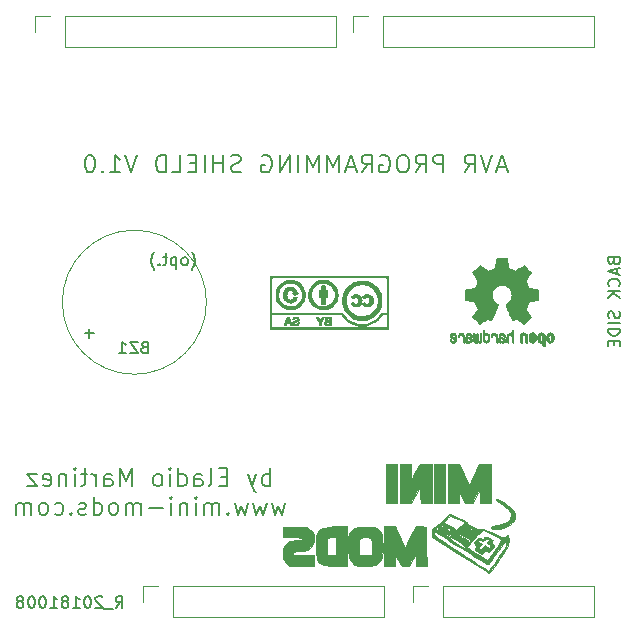
<source format=gbr>
G04 #@! TF.GenerationSoftware,KiCad,Pcbnew,(5.0.0)*
G04 #@! TF.CreationDate,2018-10-08T15:54:37-05:00*
G04 #@! TF.ProjectId,YAPS_Arduino_Shield_AVR,594150535F41726475696E6F5F536869,1.0*
G04 #@! TF.SameCoordinates,Original*
G04 #@! TF.FileFunction,Legend,Bot*
G04 #@! TF.FilePolarity,Positive*
%FSLAX46Y46*%
G04 Gerber Fmt 4.6, Leading zero omitted, Abs format (unit mm)*
G04 Created by KiCad (PCBNEW (5.0.0)) date 10/08/18 15:54:37*
%MOMM*%
%LPD*%
G01*
G04 APERTURE LIST*
%ADD10C,0.150000*%
%ADD11C,0.200000*%
%ADD12C,0.002540*%
%ADD13C,0.010000*%
%ADD14C,0.120000*%
G04 APERTURE END LIST*
D10*
X177502511Y-95025318D02*
X177550130Y-95168175D01*
X177597749Y-95215794D01*
X177692987Y-95263413D01*
X177835844Y-95263413D01*
X177931082Y-95215794D01*
X177978701Y-95168175D01*
X178026320Y-95072937D01*
X178026320Y-94691984D01*
X177026320Y-94691984D01*
X177026320Y-95025318D01*
X177073940Y-95120556D01*
X177121559Y-95168175D01*
X177216797Y-95215794D01*
X177312035Y-95215794D01*
X177407273Y-95168175D01*
X177454892Y-95120556D01*
X177502511Y-95025318D01*
X177502511Y-94691984D01*
X177740606Y-95644365D02*
X177740606Y-96120556D01*
X178026320Y-95549127D02*
X177026320Y-95882460D01*
X178026320Y-96215794D01*
X177931082Y-97120556D02*
X177978701Y-97072937D01*
X178026320Y-96930080D01*
X178026320Y-96834841D01*
X177978701Y-96691984D01*
X177883463Y-96596746D01*
X177788225Y-96549127D01*
X177597749Y-96501508D01*
X177454892Y-96501508D01*
X177264416Y-96549127D01*
X177169178Y-96596746D01*
X177073940Y-96691984D01*
X177026320Y-96834841D01*
X177026320Y-96930080D01*
X177073940Y-97072937D01*
X177121559Y-97120556D01*
X178026320Y-97549127D02*
X177026320Y-97549127D01*
X178026320Y-98120556D02*
X177454892Y-97691984D01*
X177026320Y-98120556D02*
X177597749Y-97549127D01*
X177978701Y-99263413D02*
X178026320Y-99406270D01*
X178026320Y-99644365D01*
X177978701Y-99739603D01*
X177931082Y-99787222D01*
X177835844Y-99834841D01*
X177740606Y-99834841D01*
X177645368Y-99787222D01*
X177597749Y-99739603D01*
X177550130Y-99644365D01*
X177502511Y-99453889D01*
X177454892Y-99358651D01*
X177407273Y-99311032D01*
X177312035Y-99263413D01*
X177216797Y-99263413D01*
X177121559Y-99311032D01*
X177073940Y-99358651D01*
X177026320Y-99453889D01*
X177026320Y-99691984D01*
X177073940Y-99834841D01*
X178026320Y-100263413D02*
X177026320Y-100263413D01*
X178026320Y-100739603D02*
X177026320Y-100739603D01*
X177026320Y-100977699D01*
X177073940Y-101120556D01*
X177169178Y-101215794D01*
X177264416Y-101263413D01*
X177454892Y-101311032D01*
X177597749Y-101311032D01*
X177788225Y-101263413D01*
X177883463Y-101215794D01*
X177978701Y-101120556D01*
X178026320Y-100977699D01*
X178026320Y-100739603D01*
X177502511Y-101739603D02*
X177502511Y-102072937D01*
X178026320Y-102215794D02*
X178026320Y-101739603D01*
X177026320Y-101739603D01*
X177026320Y-102215794D01*
X148436005Y-114063051D02*
X148436005Y-112563051D01*
X148436005Y-113134480D02*
X148293148Y-113063051D01*
X148007434Y-113063051D01*
X147864577Y-113134480D01*
X147793148Y-113205908D01*
X147721720Y-113348765D01*
X147721720Y-113777337D01*
X147793148Y-113920194D01*
X147864577Y-113991622D01*
X148007434Y-114063051D01*
X148293148Y-114063051D01*
X148436005Y-113991622D01*
X147221720Y-113063051D02*
X146864577Y-114063051D01*
X146507434Y-113063051D02*
X146864577Y-114063051D01*
X147007434Y-114420194D01*
X147078862Y-114491622D01*
X147221720Y-114563051D01*
X144793148Y-113277337D02*
X144293148Y-113277337D01*
X144078862Y-114063051D02*
X144793148Y-114063051D01*
X144793148Y-112563051D01*
X144078862Y-112563051D01*
X143221720Y-114063051D02*
X143364577Y-113991622D01*
X143436005Y-113848765D01*
X143436005Y-112563051D01*
X142007434Y-114063051D02*
X142007434Y-113277337D01*
X142078862Y-113134480D01*
X142221720Y-113063051D01*
X142507434Y-113063051D01*
X142650291Y-113134480D01*
X142007434Y-113991622D02*
X142150291Y-114063051D01*
X142507434Y-114063051D01*
X142650291Y-113991622D01*
X142721720Y-113848765D01*
X142721720Y-113705908D01*
X142650291Y-113563051D01*
X142507434Y-113491622D01*
X142150291Y-113491622D01*
X142007434Y-113420194D01*
X140650291Y-114063051D02*
X140650291Y-112563051D01*
X140650291Y-113991622D02*
X140793148Y-114063051D01*
X141078862Y-114063051D01*
X141221720Y-113991622D01*
X141293148Y-113920194D01*
X141364577Y-113777337D01*
X141364577Y-113348765D01*
X141293148Y-113205908D01*
X141221720Y-113134480D01*
X141078862Y-113063051D01*
X140793148Y-113063051D01*
X140650291Y-113134480D01*
X139936005Y-114063051D02*
X139936005Y-113063051D01*
X139936005Y-112563051D02*
X140007434Y-112634480D01*
X139936005Y-112705908D01*
X139864577Y-112634480D01*
X139936005Y-112563051D01*
X139936005Y-112705908D01*
X139007434Y-114063051D02*
X139150291Y-113991622D01*
X139221720Y-113920194D01*
X139293148Y-113777337D01*
X139293148Y-113348765D01*
X139221720Y-113205908D01*
X139150291Y-113134480D01*
X139007434Y-113063051D01*
X138793148Y-113063051D01*
X138650291Y-113134480D01*
X138578862Y-113205908D01*
X138507434Y-113348765D01*
X138507434Y-113777337D01*
X138578862Y-113920194D01*
X138650291Y-113991622D01*
X138793148Y-114063051D01*
X139007434Y-114063051D01*
X136721720Y-114063051D02*
X136721720Y-112563051D01*
X136221720Y-113634480D01*
X135721720Y-112563051D01*
X135721720Y-114063051D01*
X134364577Y-114063051D02*
X134364577Y-113277337D01*
X134436005Y-113134480D01*
X134578862Y-113063051D01*
X134864577Y-113063051D01*
X135007434Y-113134480D01*
X134364577Y-113991622D02*
X134507434Y-114063051D01*
X134864577Y-114063051D01*
X135007434Y-113991622D01*
X135078862Y-113848765D01*
X135078862Y-113705908D01*
X135007434Y-113563051D01*
X134864577Y-113491622D01*
X134507434Y-113491622D01*
X134364577Y-113420194D01*
X133650291Y-114063051D02*
X133650291Y-113063051D01*
X133650291Y-113348765D02*
X133578862Y-113205908D01*
X133507434Y-113134480D01*
X133364577Y-113063051D01*
X133221720Y-113063051D01*
X132936005Y-113063051D02*
X132364577Y-113063051D01*
X132721720Y-112563051D02*
X132721720Y-113848765D01*
X132650291Y-113991622D01*
X132507434Y-114063051D01*
X132364577Y-114063051D01*
X131864577Y-114063051D02*
X131864577Y-113063051D01*
X131864577Y-112563051D02*
X131936005Y-112634480D01*
X131864577Y-112705908D01*
X131793148Y-112634480D01*
X131864577Y-112563051D01*
X131864577Y-112705908D01*
X131150291Y-113063051D02*
X131150291Y-114063051D01*
X131150291Y-113205908D02*
X131078862Y-113134480D01*
X130936005Y-113063051D01*
X130721720Y-113063051D01*
X130578862Y-113134480D01*
X130507434Y-113277337D01*
X130507434Y-114063051D01*
X129221720Y-113991622D02*
X129364577Y-114063051D01*
X129650291Y-114063051D01*
X129793148Y-113991622D01*
X129864577Y-113848765D01*
X129864577Y-113277337D01*
X129793148Y-113134480D01*
X129650291Y-113063051D01*
X129364577Y-113063051D01*
X129221720Y-113134480D01*
X129150291Y-113277337D01*
X129150291Y-113420194D01*
X129864577Y-113563051D01*
X128650291Y-113063051D02*
X127864577Y-113063051D01*
X128650291Y-114063051D01*
X127864577Y-114063051D01*
X149686005Y-115463051D02*
X149400291Y-116463051D01*
X149114577Y-115748765D01*
X148828862Y-116463051D01*
X148543148Y-115463051D01*
X148114577Y-115463051D02*
X147828862Y-116463051D01*
X147543148Y-115748765D01*
X147257434Y-116463051D01*
X146971720Y-115463051D01*
X146543148Y-115463051D02*
X146257434Y-116463051D01*
X145971720Y-115748765D01*
X145686005Y-116463051D01*
X145400291Y-115463051D01*
X144828862Y-116320194D02*
X144757434Y-116391622D01*
X144828862Y-116463051D01*
X144900291Y-116391622D01*
X144828862Y-116320194D01*
X144828862Y-116463051D01*
X144114577Y-116463051D02*
X144114577Y-115463051D01*
X144114577Y-115605908D02*
X144043148Y-115534480D01*
X143900291Y-115463051D01*
X143686005Y-115463051D01*
X143543148Y-115534480D01*
X143471720Y-115677337D01*
X143471720Y-116463051D01*
X143471720Y-115677337D02*
X143400291Y-115534480D01*
X143257434Y-115463051D01*
X143043148Y-115463051D01*
X142900291Y-115534480D01*
X142828862Y-115677337D01*
X142828862Y-116463051D01*
X142114577Y-116463051D02*
X142114577Y-115463051D01*
X142114577Y-114963051D02*
X142186005Y-115034480D01*
X142114577Y-115105908D01*
X142043148Y-115034480D01*
X142114577Y-114963051D01*
X142114577Y-115105908D01*
X141400291Y-115463051D02*
X141400291Y-116463051D01*
X141400291Y-115605908D02*
X141328862Y-115534480D01*
X141186005Y-115463051D01*
X140971720Y-115463051D01*
X140828862Y-115534480D01*
X140757434Y-115677337D01*
X140757434Y-116463051D01*
X140043148Y-116463051D02*
X140043148Y-115463051D01*
X140043148Y-114963051D02*
X140114577Y-115034480D01*
X140043148Y-115105908D01*
X139971720Y-115034480D01*
X140043148Y-114963051D01*
X140043148Y-115105908D01*
X139328862Y-115891622D02*
X138186005Y-115891622D01*
X137471720Y-116463051D02*
X137471720Y-115463051D01*
X137471720Y-115605908D02*
X137400291Y-115534480D01*
X137257434Y-115463051D01*
X137043148Y-115463051D01*
X136900291Y-115534480D01*
X136828862Y-115677337D01*
X136828862Y-116463051D01*
X136828862Y-115677337D02*
X136757434Y-115534480D01*
X136614577Y-115463051D01*
X136400291Y-115463051D01*
X136257434Y-115534480D01*
X136186005Y-115677337D01*
X136186005Y-116463051D01*
X135257434Y-116463051D02*
X135400291Y-116391622D01*
X135471720Y-116320194D01*
X135543148Y-116177337D01*
X135543148Y-115748765D01*
X135471720Y-115605908D01*
X135400291Y-115534480D01*
X135257434Y-115463051D01*
X135043148Y-115463051D01*
X134900291Y-115534480D01*
X134828862Y-115605908D01*
X134757434Y-115748765D01*
X134757434Y-116177337D01*
X134828862Y-116320194D01*
X134900291Y-116391622D01*
X135043148Y-116463051D01*
X135257434Y-116463051D01*
X133471720Y-116463051D02*
X133471720Y-114963051D01*
X133471720Y-116391622D02*
X133614577Y-116463051D01*
X133900291Y-116463051D01*
X134043148Y-116391622D01*
X134114577Y-116320194D01*
X134186005Y-116177337D01*
X134186005Y-115748765D01*
X134114577Y-115605908D01*
X134043148Y-115534480D01*
X133900291Y-115463051D01*
X133614577Y-115463051D01*
X133471720Y-115534480D01*
X132828862Y-116391622D02*
X132686005Y-116463051D01*
X132400291Y-116463051D01*
X132257434Y-116391622D01*
X132186005Y-116248765D01*
X132186005Y-116177337D01*
X132257434Y-116034480D01*
X132400291Y-115963051D01*
X132614577Y-115963051D01*
X132757434Y-115891622D01*
X132828862Y-115748765D01*
X132828862Y-115677337D01*
X132757434Y-115534480D01*
X132614577Y-115463051D01*
X132400291Y-115463051D01*
X132257434Y-115534480D01*
X131543148Y-116320194D02*
X131471720Y-116391622D01*
X131543148Y-116463051D01*
X131614577Y-116391622D01*
X131543148Y-116320194D01*
X131543148Y-116463051D01*
X130186005Y-116391622D02*
X130328862Y-116463051D01*
X130614577Y-116463051D01*
X130757434Y-116391622D01*
X130828862Y-116320194D01*
X130900291Y-116177337D01*
X130900291Y-115748765D01*
X130828862Y-115605908D01*
X130757434Y-115534480D01*
X130614577Y-115463051D01*
X130328862Y-115463051D01*
X130186005Y-115534480D01*
X129328862Y-116463051D02*
X129471720Y-116391622D01*
X129543148Y-116320194D01*
X129614577Y-116177337D01*
X129614577Y-115748765D01*
X129543148Y-115605908D01*
X129471720Y-115534480D01*
X129328862Y-115463051D01*
X129114577Y-115463051D01*
X128971720Y-115534480D01*
X128900291Y-115605908D01*
X128828862Y-115748765D01*
X128828862Y-116177337D01*
X128900291Y-116320194D01*
X128971720Y-116391622D01*
X129114577Y-116463051D01*
X129328862Y-116463051D01*
X128186005Y-116463051D02*
X128186005Y-115463051D01*
X128186005Y-115605908D02*
X128114577Y-115534480D01*
X127971720Y-115463051D01*
X127757434Y-115463051D01*
X127614577Y-115534480D01*
X127543148Y-115677337D01*
X127543148Y-116463051D01*
X127543148Y-115677337D02*
X127471720Y-115534480D01*
X127328862Y-115463051D01*
X127114577Y-115463051D01*
X126971720Y-115534480D01*
X126900291Y-115677337D01*
X126900291Y-116463051D01*
D11*
X168372308Y-87069740D02*
X167658022Y-87069740D01*
X168515165Y-87498311D02*
X168015165Y-85998311D01*
X167515165Y-87498311D01*
X167229451Y-85998311D02*
X166729451Y-87498311D01*
X166229451Y-85998311D01*
X164872308Y-87498311D02*
X165372308Y-86784025D01*
X165729451Y-87498311D02*
X165729451Y-85998311D01*
X165158022Y-85998311D01*
X165015165Y-86069740D01*
X164943737Y-86141168D01*
X164872308Y-86284025D01*
X164872308Y-86498311D01*
X164943737Y-86641168D01*
X165015165Y-86712597D01*
X165158022Y-86784025D01*
X165729451Y-86784025D01*
X163086594Y-87498311D02*
X163086594Y-85998311D01*
X162515165Y-85998311D01*
X162372308Y-86069740D01*
X162300880Y-86141168D01*
X162229451Y-86284025D01*
X162229451Y-86498311D01*
X162300880Y-86641168D01*
X162372308Y-86712597D01*
X162515165Y-86784025D01*
X163086594Y-86784025D01*
X160729451Y-87498311D02*
X161229451Y-86784025D01*
X161586594Y-87498311D02*
X161586594Y-85998311D01*
X161015165Y-85998311D01*
X160872308Y-86069740D01*
X160800880Y-86141168D01*
X160729451Y-86284025D01*
X160729451Y-86498311D01*
X160800880Y-86641168D01*
X160872308Y-86712597D01*
X161015165Y-86784025D01*
X161586594Y-86784025D01*
X159800880Y-85998311D02*
X159515165Y-85998311D01*
X159372308Y-86069740D01*
X159229451Y-86212597D01*
X159158022Y-86498311D01*
X159158022Y-86998311D01*
X159229451Y-87284025D01*
X159372308Y-87426882D01*
X159515165Y-87498311D01*
X159800880Y-87498311D01*
X159943737Y-87426882D01*
X160086594Y-87284025D01*
X160158022Y-86998311D01*
X160158022Y-86498311D01*
X160086594Y-86212597D01*
X159943737Y-86069740D01*
X159800880Y-85998311D01*
X157729451Y-86069740D02*
X157872308Y-85998311D01*
X158086594Y-85998311D01*
X158300880Y-86069740D01*
X158443737Y-86212597D01*
X158515165Y-86355454D01*
X158586594Y-86641168D01*
X158586594Y-86855454D01*
X158515165Y-87141168D01*
X158443737Y-87284025D01*
X158300880Y-87426882D01*
X158086594Y-87498311D01*
X157943737Y-87498311D01*
X157729451Y-87426882D01*
X157658022Y-87355454D01*
X157658022Y-86855454D01*
X157943737Y-86855454D01*
X156158022Y-87498311D02*
X156658022Y-86784025D01*
X157015165Y-87498311D02*
X157015165Y-85998311D01*
X156443737Y-85998311D01*
X156300880Y-86069740D01*
X156229451Y-86141168D01*
X156158022Y-86284025D01*
X156158022Y-86498311D01*
X156229451Y-86641168D01*
X156300880Y-86712597D01*
X156443737Y-86784025D01*
X157015165Y-86784025D01*
X155586594Y-87069740D02*
X154872308Y-87069740D01*
X155729451Y-87498311D02*
X155229451Y-85998311D01*
X154729451Y-87498311D01*
X154229451Y-87498311D02*
X154229451Y-85998311D01*
X153729451Y-87069740D01*
X153229451Y-85998311D01*
X153229451Y-87498311D01*
X152515165Y-87498311D02*
X152515165Y-85998311D01*
X152015165Y-87069740D01*
X151515165Y-85998311D01*
X151515165Y-87498311D01*
X150800880Y-87498311D02*
X150800880Y-85998311D01*
X150086594Y-87498311D02*
X150086594Y-85998311D01*
X149229451Y-87498311D01*
X149229451Y-85998311D01*
X147729451Y-86069740D02*
X147872308Y-85998311D01*
X148086594Y-85998311D01*
X148300880Y-86069740D01*
X148443737Y-86212597D01*
X148515165Y-86355454D01*
X148586594Y-86641168D01*
X148586594Y-86855454D01*
X148515165Y-87141168D01*
X148443737Y-87284025D01*
X148300880Y-87426882D01*
X148086594Y-87498311D01*
X147943737Y-87498311D01*
X147729451Y-87426882D01*
X147658022Y-87355454D01*
X147658022Y-86855454D01*
X147943737Y-86855454D01*
X145943737Y-87426882D02*
X145729451Y-87498311D01*
X145372308Y-87498311D01*
X145229451Y-87426882D01*
X145158022Y-87355454D01*
X145086594Y-87212597D01*
X145086594Y-87069740D01*
X145158022Y-86926882D01*
X145229451Y-86855454D01*
X145372308Y-86784025D01*
X145658022Y-86712597D01*
X145800880Y-86641168D01*
X145872308Y-86569740D01*
X145943737Y-86426882D01*
X145943737Y-86284025D01*
X145872308Y-86141168D01*
X145800880Y-86069740D01*
X145658022Y-85998311D01*
X145300880Y-85998311D01*
X145086594Y-86069740D01*
X144443737Y-87498311D02*
X144443737Y-85998311D01*
X144443737Y-86712597D02*
X143586594Y-86712597D01*
X143586594Y-87498311D02*
X143586594Y-85998311D01*
X142872308Y-87498311D02*
X142872308Y-85998311D01*
X142158022Y-86712597D02*
X141658022Y-86712597D01*
X141443737Y-87498311D02*
X142158022Y-87498311D01*
X142158022Y-85998311D01*
X141443737Y-85998311D01*
X140086594Y-87498311D02*
X140800880Y-87498311D01*
X140800880Y-85998311D01*
X139586594Y-87498311D02*
X139586594Y-85998311D01*
X139229451Y-85998311D01*
X139015165Y-86069740D01*
X138872308Y-86212597D01*
X138800880Y-86355454D01*
X138729451Y-86641168D01*
X138729451Y-86855454D01*
X138800880Y-87141168D01*
X138872308Y-87284025D01*
X139015165Y-87426882D01*
X139229451Y-87498311D01*
X139586594Y-87498311D01*
X137158022Y-85998311D02*
X136658022Y-87498311D01*
X136158022Y-85998311D01*
X134872308Y-87498311D02*
X135729451Y-87498311D01*
X135300880Y-87498311D02*
X135300880Y-85998311D01*
X135443737Y-86212597D01*
X135586594Y-86355454D01*
X135729451Y-86426882D01*
X134229451Y-87355454D02*
X134158022Y-87426882D01*
X134229451Y-87498311D01*
X134300880Y-87426882D01*
X134229451Y-87355454D01*
X134229451Y-87498311D01*
X133229451Y-85998311D02*
X133086594Y-85998311D01*
X132943737Y-86069740D01*
X132872308Y-86141168D01*
X132800880Y-86284025D01*
X132729451Y-86569740D01*
X132729451Y-86926882D01*
X132800880Y-87212597D01*
X132872308Y-87355454D01*
X132943737Y-87426882D01*
X133086594Y-87498311D01*
X133229451Y-87498311D01*
X133372308Y-87426882D01*
X133443737Y-87355454D01*
X133515165Y-87212597D01*
X133586594Y-86926882D01*
X133586594Y-86569740D01*
X133515165Y-86284025D01*
X133443737Y-86141168D01*
X133372308Y-86069740D01*
X133229451Y-85998311D01*
D10*
X135341192Y-124366280D02*
X135674525Y-123890090D01*
X135912620Y-124366280D02*
X135912620Y-123366280D01*
X135531668Y-123366280D01*
X135436430Y-123413900D01*
X135388811Y-123461519D01*
X135341192Y-123556757D01*
X135341192Y-123699614D01*
X135388811Y-123794852D01*
X135436430Y-123842471D01*
X135531668Y-123890090D01*
X135912620Y-123890090D01*
X135150716Y-124461519D02*
X134388811Y-124461519D01*
X134198335Y-123461519D02*
X134150716Y-123413900D01*
X134055478Y-123366280D01*
X133817382Y-123366280D01*
X133722144Y-123413900D01*
X133674525Y-123461519D01*
X133626906Y-123556757D01*
X133626906Y-123651995D01*
X133674525Y-123794852D01*
X134245954Y-124366280D01*
X133626906Y-124366280D01*
X133007859Y-123366280D02*
X132912620Y-123366280D01*
X132817382Y-123413900D01*
X132769763Y-123461519D01*
X132722144Y-123556757D01*
X132674525Y-123747233D01*
X132674525Y-123985328D01*
X132722144Y-124175804D01*
X132769763Y-124271042D01*
X132817382Y-124318661D01*
X132912620Y-124366280D01*
X133007859Y-124366280D01*
X133103097Y-124318661D01*
X133150716Y-124271042D01*
X133198335Y-124175804D01*
X133245954Y-123985328D01*
X133245954Y-123747233D01*
X133198335Y-123556757D01*
X133150716Y-123461519D01*
X133103097Y-123413900D01*
X133007859Y-123366280D01*
X131722144Y-124366280D02*
X132293573Y-124366280D01*
X132007859Y-124366280D02*
X132007859Y-123366280D01*
X132103097Y-123509138D01*
X132198335Y-123604376D01*
X132293573Y-123651995D01*
X131150716Y-123794852D02*
X131245954Y-123747233D01*
X131293573Y-123699614D01*
X131341192Y-123604376D01*
X131341192Y-123556757D01*
X131293573Y-123461519D01*
X131245954Y-123413900D01*
X131150716Y-123366280D01*
X130960240Y-123366280D01*
X130865001Y-123413900D01*
X130817382Y-123461519D01*
X130769763Y-123556757D01*
X130769763Y-123604376D01*
X130817382Y-123699614D01*
X130865001Y-123747233D01*
X130960240Y-123794852D01*
X131150716Y-123794852D01*
X131245954Y-123842471D01*
X131293573Y-123890090D01*
X131341192Y-123985328D01*
X131341192Y-124175804D01*
X131293573Y-124271042D01*
X131245954Y-124318661D01*
X131150716Y-124366280D01*
X130960240Y-124366280D01*
X130865001Y-124318661D01*
X130817382Y-124271042D01*
X130769763Y-124175804D01*
X130769763Y-123985328D01*
X130817382Y-123890090D01*
X130865001Y-123842471D01*
X130960240Y-123794852D01*
X129817382Y-124366280D02*
X130388811Y-124366280D01*
X130103097Y-124366280D02*
X130103097Y-123366280D01*
X130198335Y-123509138D01*
X130293573Y-123604376D01*
X130388811Y-123651995D01*
X129198335Y-123366280D02*
X129103097Y-123366280D01*
X129007859Y-123413900D01*
X128960240Y-123461519D01*
X128912620Y-123556757D01*
X128865001Y-123747233D01*
X128865001Y-123985328D01*
X128912620Y-124175804D01*
X128960240Y-124271042D01*
X129007859Y-124318661D01*
X129103097Y-124366280D01*
X129198335Y-124366280D01*
X129293573Y-124318661D01*
X129341192Y-124271042D01*
X129388811Y-124175804D01*
X129436430Y-123985328D01*
X129436430Y-123747233D01*
X129388811Y-123556757D01*
X129341192Y-123461519D01*
X129293573Y-123413900D01*
X129198335Y-123366280D01*
X128245954Y-123366280D02*
X128150716Y-123366280D01*
X128055478Y-123413900D01*
X128007859Y-123461519D01*
X127960240Y-123556757D01*
X127912620Y-123747233D01*
X127912620Y-123985328D01*
X127960240Y-124175804D01*
X128007859Y-124271042D01*
X128055478Y-124318661D01*
X128150716Y-124366280D01*
X128245954Y-124366280D01*
X128341192Y-124318661D01*
X128388811Y-124271042D01*
X128436430Y-124175804D01*
X128484049Y-123985328D01*
X128484049Y-123747233D01*
X128436430Y-123556757D01*
X128388811Y-123461519D01*
X128341192Y-123413900D01*
X128245954Y-123366280D01*
X127341192Y-123794852D02*
X127436430Y-123747233D01*
X127484049Y-123699614D01*
X127531668Y-123604376D01*
X127531668Y-123556757D01*
X127484049Y-123461519D01*
X127436430Y-123413900D01*
X127341192Y-123366280D01*
X127150716Y-123366280D01*
X127055478Y-123413900D01*
X127007859Y-123461519D01*
X126960240Y-123556757D01*
X126960240Y-123604376D01*
X127007859Y-123699614D01*
X127055478Y-123747233D01*
X127150716Y-123794852D01*
X127341192Y-123794852D01*
X127436430Y-123842471D01*
X127484049Y-123890090D01*
X127531668Y-123985328D01*
X127531668Y-124175804D01*
X127484049Y-124271042D01*
X127436430Y-124318661D01*
X127341192Y-124366280D01*
X127150716Y-124366280D01*
X127055478Y-124318661D01*
X127007859Y-124271042D01*
X126960240Y-124175804D01*
X126960240Y-123985328D01*
X127007859Y-123890090D01*
X127055478Y-123842471D01*
X127150716Y-123794852D01*
X141764188Y-95727733D02*
X141811807Y-95680114D01*
X141907045Y-95537257D01*
X141954664Y-95442019D01*
X142002283Y-95299161D01*
X142049902Y-95061066D01*
X142049902Y-94870590D01*
X142002283Y-94632495D01*
X141954664Y-94489638D01*
X141907045Y-94394400D01*
X141811807Y-94251542D01*
X141764188Y-94203923D01*
X141240379Y-95346780D02*
X141335617Y-95299161D01*
X141383236Y-95251542D01*
X141430855Y-95156304D01*
X141430855Y-94870590D01*
X141383236Y-94775352D01*
X141335617Y-94727733D01*
X141240379Y-94680114D01*
X141097521Y-94680114D01*
X141002283Y-94727733D01*
X140954664Y-94775352D01*
X140907045Y-94870590D01*
X140907045Y-95156304D01*
X140954664Y-95251542D01*
X141002283Y-95299161D01*
X141097521Y-95346780D01*
X141240379Y-95346780D01*
X140478474Y-94680114D02*
X140478474Y-95680114D01*
X140478474Y-94727733D02*
X140383236Y-94680114D01*
X140192760Y-94680114D01*
X140097521Y-94727733D01*
X140049902Y-94775352D01*
X140002283Y-94870590D01*
X140002283Y-95156304D01*
X140049902Y-95251542D01*
X140097521Y-95299161D01*
X140192760Y-95346780D01*
X140383236Y-95346780D01*
X140478474Y-95299161D01*
X139716569Y-94680114D02*
X139335617Y-94680114D01*
X139573712Y-94346780D02*
X139573712Y-95203923D01*
X139526093Y-95299161D01*
X139430855Y-95346780D01*
X139335617Y-95346780D01*
X139002283Y-95251542D02*
X138954664Y-95299161D01*
X139002283Y-95346780D01*
X139049902Y-95299161D01*
X139002283Y-95251542D01*
X139002283Y-95346780D01*
X138621331Y-95727733D02*
X138573712Y-95680114D01*
X138478474Y-95537257D01*
X138430855Y-95442019D01*
X138383236Y-95299161D01*
X138335617Y-95061066D01*
X138335617Y-94870590D01*
X138383236Y-94632495D01*
X138430855Y-94489638D01*
X138478474Y-94394400D01*
X138573712Y-94251542D01*
X138621331Y-94203923D01*
D12*
G04 #@! TO.C,G02*
G36*
X149481283Y-97834617D02*
X149488903Y-97956537D01*
X149514303Y-98075917D01*
X149554943Y-98187677D01*
X149582883Y-98230857D01*
X149620983Y-98281657D01*
X149661623Y-98329917D01*
X149666703Y-98334997D01*
X149763223Y-98413737D01*
X149872443Y-98472157D01*
X149989283Y-98502637D01*
X150113743Y-98515337D01*
X150240743Y-98505177D01*
X150248363Y-98502637D01*
X150355043Y-98472157D01*
X150451563Y-98416277D01*
X150530303Y-98342617D01*
X150596343Y-98248637D01*
X150644603Y-98136877D01*
X150662383Y-98068297D01*
X150672543Y-98032737D01*
X150512523Y-98032737D01*
X150352503Y-98032737D01*
X150344883Y-98086077D01*
X150327103Y-98139417D01*
X150294083Y-98187677D01*
X150253443Y-98223237D01*
X150248363Y-98225777D01*
X150220423Y-98235937D01*
X150179783Y-98246097D01*
X150149303Y-98251177D01*
X150062943Y-98256257D01*
X149986743Y-98235937D01*
X149920703Y-98195297D01*
X149867363Y-98131797D01*
X149829263Y-98047977D01*
X149803863Y-97943837D01*
X149796243Y-97852397D01*
X149801323Y-97758417D01*
X149816563Y-97669517D01*
X149844503Y-97593317D01*
X149847043Y-97585697D01*
X149890223Y-97527277D01*
X149948643Y-97481557D01*
X150009603Y-97458697D01*
X150088343Y-97448537D01*
X150167083Y-97458697D01*
X150235663Y-97486637D01*
X150291543Y-97529817D01*
X150324563Y-97578077D01*
X150344883Y-97621257D01*
X150349963Y-97646657D01*
X150339803Y-97659357D01*
X150314403Y-97664437D01*
X150304243Y-97664437D01*
X150255983Y-97664437D01*
X150380443Y-97788897D01*
X150504903Y-97913357D01*
X150629363Y-97788897D01*
X150753823Y-97664437D01*
X150708103Y-97664437D01*
X150670003Y-97656817D01*
X150649683Y-97636497D01*
X150644603Y-97600937D01*
X150639523Y-97570457D01*
X150619203Y-97524737D01*
X150591263Y-97471397D01*
X150560783Y-97418057D01*
X150527763Y-97372337D01*
X150499823Y-97339317D01*
X150416003Y-97273277D01*
X150319483Y-97225017D01*
X150212803Y-97197077D01*
X150098503Y-97189457D01*
X149981663Y-97199617D01*
X149867363Y-97232637D01*
X149801323Y-97263117D01*
X149709883Y-97321537D01*
X149633683Y-97400277D01*
X149570183Y-97494257D01*
X149524463Y-97600937D01*
X149493983Y-97715237D01*
X149481283Y-97834617D01*
X149481283Y-97834617D01*
G37*
X149481283Y-97834617D02*
X149488903Y-97956537D01*
X149514303Y-98075917D01*
X149554943Y-98187677D01*
X149582883Y-98230857D01*
X149620983Y-98281657D01*
X149661623Y-98329917D01*
X149666703Y-98334997D01*
X149763223Y-98413737D01*
X149872443Y-98472157D01*
X149989283Y-98502637D01*
X150113743Y-98515337D01*
X150240743Y-98505177D01*
X150248363Y-98502637D01*
X150355043Y-98472157D01*
X150451563Y-98416277D01*
X150530303Y-98342617D01*
X150596343Y-98248637D01*
X150644603Y-98136877D01*
X150662383Y-98068297D01*
X150672543Y-98032737D01*
X150512523Y-98032737D01*
X150352503Y-98032737D01*
X150344883Y-98086077D01*
X150327103Y-98139417D01*
X150294083Y-98187677D01*
X150253443Y-98223237D01*
X150248363Y-98225777D01*
X150220423Y-98235937D01*
X150179783Y-98246097D01*
X150149303Y-98251177D01*
X150062943Y-98256257D01*
X149986743Y-98235937D01*
X149920703Y-98195297D01*
X149867363Y-98131797D01*
X149829263Y-98047977D01*
X149803863Y-97943837D01*
X149796243Y-97852397D01*
X149801323Y-97758417D01*
X149816563Y-97669517D01*
X149844503Y-97593317D01*
X149847043Y-97585697D01*
X149890223Y-97527277D01*
X149948643Y-97481557D01*
X150009603Y-97458697D01*
X150088343Y-97448537D01*
X150167083Y-97458697D01*
X150235663Y-97486637D01*
X150291543Y-97529817D01*
X150324563Y-97578077D01*
X150344883Y-97621257D01*
X150349963Y-97646657D01*
X150339803Y-97659357D01*
X150314403Y-97664437D01*
X150304243Y-97664437D01*
X150255983Y-97664437D01*
X150380443Y-97788897D01*
X150504903Y-97913357D01*
X150629363Y-97788897D01*
X150753823Y-97664437D01*
X150708103Y-97664437D01*
X150670003Y-97656817D01*
X150649683Y-97636497D01*
X150644603Y-97600937D01*
X150639523Y-97570457D01*
X150619203Y-97524737D01*
X150591263Y-97471397D01*
X150560783Y-97418057D01*
X150527763Y-97372337D01*
X150499823Y-97339317D01*
X150416003Y-97273277D01*
X150319483Y-97225017D01*
X150212803Y-97197077D01*
X150098503Y-97189457D01*
X149981663Y-97199617D01*
X149867363Y-97232637D01*
X149801323Y-97263117D01*
X149709883Y-97321537D01*
X149633683Y-97400277D01*
X149570183Y-97494257D01*
X149524463Y-97600937D01*
X149493983Y-97715237D01*
X149481283Y-97834617D01*
G36*
X152719783Y-97230097D02*
X152729943Y-97280897D01*
X152757883Y-97326617D01*
X152798523Y-97364717D01*
X152856943Y-97387577D01*
X152862023Y-97387577D01*
X152897583Y-97387577D01*
X152940763Y-97379957D01*
X152950923Y-97374877D01*
X152983943Y-97364717D01*
X153001723Y-97357097D01*
X153004263Y-97357097D01*
X153011883Y-97346937D01*
X153027123Y-97324077D01*
X153032203Y-97313917D01*
X153057603Y-97252957D01*
X153060143Y-97191997D01*
X153042363Y-97138657D01*
X153006803Y-97092937D01*
X152956003Y-97059917D01*
X152895043Y-97047217D01*
X152884883Y-97047217D01*
X152823923Y-97057377D01*
X152775663Y-97087857D01*
X152742643Y-97128497D01*
X152724863Y-97176757D01*
X152719783Y-97230097D01*
X152719783Y-97230097D01*
G37*
X152719783Y-97230097D02*
X152729943Y-97280897D01*
X152757883Y-97326617D01*
X152798523Y-97364717D01*
X152856943Y-97387577D01*
X152862023Y-97387577D01*
X152897583Y-97387577D01*
X152940763Y-97379957D01*
X152950923Y-97374877D01*
X152983943Y-97364717D01*
X153001723Y-97357097D01*
X153004263Y-97357097D01*
X153011883Y-97346937D01*
X153027123Y-97324077D01*
X153032203Y-97313917D01*
X153057603Y-97252957D01*
X153060143Y-97191997D01*
X153042363Y-97138657D01*
X153006803Y-97092937D01*
X152956003Y-97059917D01*
X152895043Y-97047217D01*
X152884883Y-97047217D01*
X152823923Y-97057377D01*
X152775663Y-97087857D01*
X152742643Y-97128497D01*
X152724863Y-97176757D01*
X152719783Y-97230097D01*
G36*
X152557223Y-97572997D02*
X152559763Y-97613637D01*
X152559763Y-97669517D01*
X152559763Y-97738097D01*
X152559763Y-97804137D01*
X152562303Y-98032737D01*
X152628343Y-98037817D01*
X152694383Y-98040357D01*
X152699463Y-98337537D01*
X152702003Y-98632177D01*
X152892503Y-98632177D01*
X153085543Y-98632177D01*
X153085543Y-98332457D01*
X153085543Y-98032737D01*
X153138883Y-98035277D01*
X153176983Y-98035277D01*
X153204923Y-98035277D01*
X153210003Y-98035277D01*
X153215083Y-98027657D01*
X153220163Y-98007337D01*
X153222703Y-97971777D01*
X153225243Y-97915897D01*
X153225243Y-97839697D01*
X153225243Y-97773657D01*
X153225243Y-97684757D01*
X153225243Y-97613637D01*
X153222703Y-97562837D01*
X153217623Y-97529817D01*
X153215083Y-97504417D01*
X153207463Y-97489177D01*
X153204923Y-97486637D01*
X153197303Y-97479017D01*
X153189683Y-97471397D01*
X153174443Y-97466317D01*
X153151583Y-97463777D01*
X153118563Y-97461237D01*
X153067763Y-97458697D01*
X152999183Y-97458697D01*
X152907743Y-97458697D01*
X152892503Y-97458697D01*
X152793443Y-97458697D01*
X152714703Y-97461237D01*
X152656283Y-97463777D01*
X152613103Y-97468857D01*
X152585163Y-97476477D01*
X152569923Y-97489177D01*
X152562303Y-97506957D01*
X152559763Y-97529817D01*
X152557223Y-97555217D01*
X152557223Y-97572997D01*
X152557223Y-97572997D01*
G37*
X152557223Y-97572997D02*
X152559763Y-97613637D01*
X152559763Y-97669517D01*
X152559763Y-97738097D01*
X152559763Y-97804137D01*
X152562303Y-98032737D01*
X152628343Y-98037817D01*
X152694383Y-98040357D01*
X152699463Y-98337537D01*
X152702003Y-98632177D01*
X152892503Y-98632177D01*
X153085543Y-98632177D01*
X153085543Y-98332457D01*
X153085543Y-98032737D01*
X153138883Y-98035277D01*
X153176983Y-98035277D01*
X153204923Y-98035277D01*
X153210003Y-98035277D01*
X153215083Y-98027657D01*
X153220163Y-98007337D01*
X153222703Y-97971777D01*
X153225243Y-97915897D01*
X153225243Y-97839697D01*
X153225243Y-97773657D01*
X153225243Y-97684757D01*
X153225243Y-97613637D01*
X153222703Y-97562837D01*
X153217623Y-97529817D01*
X153215083Y-97504417D01*
X153207463Y-97489177D01*
X153204923Y-97486637D01*
X153197303Y-97479017D01*
X153189683Y-97471397D01*
X153174443Y-97466317D01*
X153151583Y-97463777D01*
X153118563Y-97461237D01*
X153067763Y-97458697D01*
X152999183Y-97458697D01*
X152907743Y-97458697D01*
X152892503Y-97458697D01*
X152793443Y-97458697D01*
X152714703Y-97461237D01*
X152656283Y-97463777D01*
X152613103Y-97468857D01*
X152585163Y-97476477D01*
X152569923Y-97489177D01*
X152562303Y-97506957D01*
X152559763Y-97529817D01*
X152557223Y-97555217D01*
X152557223Y-97572997D01*
G36*
X155236923Y-98581377D02*
X155236923Y-98596617D01*
X155252163Y-98624557D01*
X155267403Y-98647417D01*
X155341063Y-98728697D01*
X155422343Y-98784577D01*
X155513783Y-98822677D01*
X155617923Y-98837917D01*
X155734763Y-98835377D01*
X155831283Y-98817597D01*
X155915103Y-98782037D01*
X155991303Y-98728697D01*
X156004003Y-98715997D01*
X156070043Y-98637257D01*
X156118303Y-98545817D01*
X156146243Y-98439137D01*
X156148783Y-98418817D01*
X156153863Y-98299437D01*
X156141163Y-98190217D01*
X156108143Y-98086077D01*
X156057343Y-97997177D01*
X155991303Y-97923517D01*
X155910023Y-97865097D01*
X155861763Y-97842237D01*
X155762703Y-97819377D01*
X155656023Y-97811757D01*
X155549343Y-97821917D01*
X155450283Y-97849857D01*
X155437583Y-97854937D01*
X155391863Y-97880337D01*
X155341063Y-97918437D01*
X155295343Y-97961617D01*
X155259783Y-98002257D01*
X155247083Y-98020037D01*
X155239463Y-98037817D01*
X155239463Y-98050517D01*
X155252163Y-98060677D01*
X155277563Y-98075917D01*
X155320743Y-98098777D01*
X155338523Y-98108937D01*
X155445203Y-98162277D01*
X155506163Y-98098777D01*
X155541723Y-98063217D01*
X155564583Y-98045437D01*
X155589983Y-98035277D01*
X155623003Y-98032737D01*
X155638243Y-98032737D01*
X155709363Y-98042897D01*
X155765243Y-98070837D01*
X155808423Y-98121637D01*
X155828743Y-98154657D01*
X155849063Y-98220697D01*
X155859223Y-98299437D01*
X155859223Y-98383257D01*
X155843983Y-98459457D01*
X155831283Y-98495017D01*
X155793183Y-98553437D01*
X155742383Y-98594077D01*
X155681423Y-98614397D01*
X155615383Y-98616937D01*
X155551883Y-98596617D01*
X155496003Y-98555977D01*
X155468063Y-98525497D01*
X155447743Y-98500097D01*
X155442663Y-98489937D01*
X155435043Y-98484857D01*
X155417263Y-98484857D01*
X155386783Y-98497557D01*
X155341063Y-98522957D01*
X155297883Y-98545817D01*
X155259783Y-98566137D01*
X155239463Y-98578837D01*
X155236923Y-98581377D01*
X155236923Y-98581377D01*
G37*
X155236923Y-98581377D02*
X155236923Y-98596617D01*
X155252163Y-98624557D01*
X155267403Y-98647417D01*
X155341063Y-98728697D01*
X155422343Y-98784577D01*
X155513783Y-98822677D01*
X155617923Y-98837917D01*
X155734763Y-98835377D01*
X155831283Y-98817597D01*
X155915103Y-98782037D01*
X155991303Y-98728697D01*
X156004003Y-98715997D01*
X156070043Y-98637257D01*
X156118303Y-98545817D01*
X156146243Y-98439137D01*
X156148783Y-98418817D01*
X156153863Y-98299437D01*
X156141163Y-98190217D01*
X156108143Y-98086077D01*
X156057343Y-97997177D01*
X155991303Y-97923517D01*
X155910023Y-97865097D01*
X155861763Y-97842237D01*
X155762703Y-97819377D01*
X155656023Y-97811757D01*
X155549343Y-97821917D01*
X155450283Y-97849857D01*
X155437583Y-97854937D01*
X155391863Y-97880337D01*
X155341063Y-97918437D01*
X155295343Y-97961617D01*
X155259783Y-98002257D01*
X155247083Y-98020037D01*
X155239463Y-98037817D01*
X155239463Y-98050517D01*
X155252163Y-98060677D01*
X155277563Y-98075917D01*
X155320743Y-98098777D01*
X155338523Y-98108937D01*
X155445203Y-98162277D01*
X155506163Y-98098777D01*
X155541723Y-98063217D01*
X155564583Y-98045437D01*
X155589983Y-98035277D01*
X155623003Y-98032737D01*
X155638243Y-98032737D01*
X155709363Y-98042897D01*
X155765243Y-98070837D01*
X155808423Y-98121637D01*
X155828743Y-98154657D01*
X155849063Y-98220697D01*
X155859223Y-98299437D01*
X155859223Y-98383257D01*
X155843983Y-98459457D01*
X155831283Y-98495017D01*
X155793183Y-98553437D01*
X155742383Y-98594077D01*
X155681423Y-98614397D01*
X155615383Y-98616937D01*
X155551883Y-98596617D01*
X155496003Y-98555977D01*
X155468063Y-98525497D01*
X155447743Y-98500097D01*
X155442663Y-98489937D01*
X155435043Y-98484857D01*
X155417263Y-98484857D01*
X155386783Y-98497557D01*
X155341063Y-98522957D01*
X155297883Y-98545817D01*
X155259783Y-98566137D01*
X155239463Y-98578837D01*
X155236923Y-98581377D01*
G36*
X156186883Y-98583917D02*
X156209743Y-98622017D01*
X156242763Y-98667737D01*
X156293563Y-98715997D01*
X156346903Y-98761717D01*
X156400243Y-98794737D01*
X156412943Y-98799817D01*
X156504383Y-98827757D01*
X156611063Y-98837917D01*
X156692343Y-98835377D01*
X156801563Y-98812517D01*
X156895543Y-98771877D01*
X156974283Y-98710917D01*
X157037783Y-98632177D01*
X157083503Y-98538197D01*
X157111443Y-98434057D01*
X157116523Y-98312137D01*
X157113983Y-98279117D01*
X157098743Y-98167357D01*
X157063183Y-98073377D01*
X157009843Y-97989557D01*
X156989523Y-97964157D01*
X156908243Y-97893037D01*
X156811723Y-97842237D01*
X156707583Y-97814297D01*
X156593283Y-97811757D01*
X156542483Y-97816837D01*
X156484063Y-97829537D01*
X156423103Y-97844777D01*
X156382463Y-97862557D01*
X156344363Y-97885417D01*
X156301183Y-97918437D01*
X156260543Y-97956537D01*
X156227523Y-97992097D01*
X156204663Y-98025117D01*
X156199583Y-98040357D01*
X156209743Y-98055597D01*
X156237683Y-98075917D01*
X156280863Y-98098777D01*
X156301183Y-98111477D01*
X156402783Y-98162277D01*
X156463743Y-98098777D01*
X156499303Y-98063217D01*
X156524703Y-98045437D01*
X156547563Y-98035277D01*
X156580583Y-98032737D01*
X156598363Y-98032737D01*
X156669483Y-98045437D01*
X156727903Y-98075917D01*
X156776163Y-98129257D01*
X156778703Y-98136877D01*
X156796483Y-98180057D01*
X156806643Y-98243557D01*
X156811723Y-98312137D01*
X156809183Y-98385797D01*
X156801563Y-98449297D01*
X156793943Y-98479777D01*
X156763463Y-98540737D01*
X156720283Y-98583917D01*
X156661863Y-98606777D01*
X156600903Y-98611857D01*
X156532323Y-98606777D01*
X156484063Y-98586457D01*
X156440883Y-98545817D01*
X156423103Y-98520417D01*
X156402783Y-98492477D01*
X156387543Y-98479777D01*
X156372303Y-98484857D01*
X156339283Y-98500097D01*
X156298643Y-98522957D01*
X156280863Y-98530577D01*
X156186883Y-98583917D01*
X156186883Y-98583917D01*
G37*
X156186883Y-98583917D02*
X156209743Y-98622017D01*
X156242763Y-98667737D01*
X156293563Y-98715997D01*
X156346903Y-98761717D01*
X156400243Y-98794737D01*
X156412943Y-98799817D01*
X156504383Y-98827757D01*
X156611063Y-98837917D01*
X156692343Y-98835377D01*
X156801563Y-98812517D01*
X156895543Y-98771877D01*
X156974283Y-98710917D01*
X157037783Y-98632177D01*
X157083503Y-98538197D01*
X157111443Y-98434057D01*
X157116523Y-98312137D01*
X157113983Y-98279117D01*
X157098743Y-98167357D01*
X157063183Y-98073377D01*
X157009843Y-97989557D01*
X156989523Y-97964157D01*
X156908243Y-97893037D01*
X156811723Y-97842237D01*
X156707583Y-97814297D01*
X156593283Y-97811757D01*
X156542483Y-97816837D01*
X156484063Y-97829537D01*
X156423103Y-97844777D01*
X156382463Y-97862557D01*
X156344363Y-97885417D01*
X156301183Y-97918437D01*
X156260543Y-97956537D01*
X156227523Y-97992097D01*
X156204663Y-98025117D01*
X156199583Y-98040357D01*
X156209743Y-98055597D01*
X156237683Y-98075917D01*
X156280863Y-98098777D01*
X156301183Y-98111477D01*
X156402783Y-98162277D01*
X156463743Y-98098777D01*
X156499303Y-98063217D01*
X156524703Y-98045437D01*
X156547563Y-98035277D01*
X156580583Y-98032737D01*
X156598363Y-98032737D01*
X156669483Y-98045437D01*
X156727903Y-98075917D01*
X156776163Y-98129257D01*
X156778703Y-98136877D01*
X156796483Y-98180057D01*
X156806643Y-98243557D01*
X156811723Y-98312137D01*
X156809183Y-98385797D01*
X156801563Y-98449297D01*
X156793943Y-98479777D01*
X156763463Y-98540737D01*
X156720283Y-98583917D01*
X156661863Y-98606777D01*
X156600903Y-98611857D01*
X156532323Y-98606777D01*
X156484063Y-98586457D01*
X156440883Y-98545817D01*
X156423103Y-98520417D01*
X156402783Y-98492477D01*
X156387543Y-98479777D01*
X156372303Y-98484857D01*
X156339283Y-98500097D01*
X156298643Y-98522957D01*
X156280863Y-98530577D01*
X156186883Y-98583917D01*
G36*
X148876763Y-97870177D02*
X148879303Y-97969237D01*
X148886923Y-98058137D01*
X148897083Y-98129257D01*
X148899623Y-98139417D01*
X148952963Y-98307057D01*
X149031703Y-98461997D01*
X149102823Y-98563597D01*
X149102823Y-97880337D01*
X149102823Y-97804137D01*
X149110443Y-97699997D01*
X149123143Y-97613637D01*
X149140923Y-97534897D01*
X149171403Y-97456157D01*
X149201883Y-97390117D01*
X149280623Y-97260577D01*
X149377143Y-97143737D01*
X149493983Y-97039597D01*
X149620983Y-96953237D01*
X149758143Y-96889737D01*
X149801323Y-96874497D01*
X149890223Y-96851637D01*
X149994363Y-96838937D01*
X150106123Y-96833857D01*
X150215343Y-96836397D01*
X150311863Y-96849097D01*
X150322023Y-96851637D01*
X150469343Y-96897357D01*
X150606503Y-96965937D01*
X150733503Y-97052297D01*
X150845263Y-97158977D01*
X150941783Y-97283437D01*
X151020523Y-97420597D01*
X151068783Y-97534897D01*
X151086563Y-97585697D01*
X151096723Y-97628877D01*
X151104343Y-97666977D01*
X151109423Y-97710157D01*
X151111963Y-97766037D01*
X151111963Y-97837157D01*
X151109423Y-97946377D01*
X151099263Y-98040357D01*
X151078943Y-98124177D01*
X151051003Y-98205457D01*
X151020523Y-98268957D01*
X150959563Y-98370557D01*
X150883363Y-98472157D01*
X150794463Y-98563597D01*
X150700483Y-98647417D01*
X150614123Y-98705837D01*
X150482043Y-98771877D01*
X150339803Y-98815057D01*
X150189943Y-98840457D01*
X150037543Y-98842997D01*
X149890223Y-98822677D01*
X149841963Y-98809977D01*
X149707343Y-98761717D01*
X149575263Y-98690597D01*
X149455883Y-98604237D01*
X149346663Y-98500097D01*
X149257763Y-98390877D01*
X149189183Y-98271497D01*
X149181563Y-98256257D01*
X149138383Y-98136877D01*
X149112983Y-98014957D01*
X149102823Y-97880337D01*
X149102823Y-98563597D01*
X149130763Y-98604237D01*
X149250143Y-98733777D01*
X149359363Y-98825217D01*
X149509223Y-98921737D01*
X149666703Y-98995397D01*
X149834343Y-99046197D01*
X150007063Y-99071597D01*
X150184863Y-99074137D01*
X150314403Y-99058897D01*
X150476963Y-99020797D01*
X150631903Y-98959837D01*
X150779223Y-98873477D01*
X150918923Y-98766797D01*
X151043383Y-98639797D01*
X151061163Y-98619477D01*
X151165303Y-98479777D01*
X151244043Y-98329917D01*
X151302463Y-98169897D01*
X151335483Y-98004797D01*
X151345643Y-97837157D01*
X151332943Y-97666977D01*
X151297383Y-97499337D01*
X151236423Y-97334237D01*
X151218643Y-97298677D01*
X151134823Y-97151357D01*
X151028143Y-97014197D01*
X150906223Y-96894817D01*
X150769063Y-96793217D01*
X150621743Y-96709397D01*
X150464263Y-96650977D01*
X150428703Y-96638277D01*
X150382983Y-96628117D01*
X150339803Y-96620497D01*
X150294083Y-96615417D01*
X150238203Y-96612877D01*
X150167083Y-96610337D01*
X150103583Y-96610337D01*
X150014683Y-96612877D01*
X149948643Y-96615417D01*
X149895303Y-96617957D01*
X149849583Y-96625577D01*
X149806403Y-96633197D01*
X149783543Y-96640817D01*
X149679403Y-96673837D01*
X149570183Y-96722097D01*
X149466043Y-96775437D01*
X149387303Y-96826237D01*
X149333963Y-96869417D01*
X149270463Y-96927837D01*
X149204423Y-96991337D01*
X149143463Y-97057377D01*
X149095203Y-97115797D01*
X149077423Y-97143737D01*
X149029163Y-97219937D01*
X148983443Y-97311377D01*
X148942803Y-97405357D01*
X148912323Y-97496797D01*
X148907243Y-97517117D01*
X148892003Y-97585697D01*
X148884383Y-97672057D01*
X148876763Y-97768577D01*
X148876763Y-97870177D01*
X148876763Y-97870177D01*
G37*
X148876763Y-97870177D02*
X148879303Y-97969237D01*
X148886923Y-98058137D01*
X148897083Y-98129257D01*
X148899623Y-98139417D01*
X148952963Y-98307057D01*
X149031703Y-98461997D01*
X149102823Y-98563597D01*
X149102823Y-97880337D01*
X149102823Y-97804137D01*
X149110443Y-97699997D01*
X149123143Y-97613637D01*
X149140923Y-97534897D01*
X149171403Y-97456157D01*
X149201883Y-97390117D01*
X149280623Y-97260577D01*
X149377143Y-97143737D01*
X149493983Y-97039597D01*
X149620983Y-96953237D01*
X149758143Y-96889737D01*
X149801323Y-96874497D01*
X149890223Y-96851637D01*
X149994363Y-96838937D01*
X150106123Y-96833857D01*
X150215343Y-96836397D01*
X150311863Y-96849097D01*
X150322023Y-96851637D01*
X150469343Y-96897357D01*
X150606503Y-96965937D01*
X150733503Y-97052297D01*
X150845263Y-97158977D01*
X150941783Y-97283437D01*
X151020523Y-97420597D01*
X151068783Y-97534897D01*
X151086563Y-97585697D01*
X151096723Y-97628877D01*
X151104343Y-97666977D01*
X151109423Y-97710157D01*
X151111963Y-97766037D01*
X151111963Y-97837157D01*
X151109423Y-97946377D01*
X151099263Y-98040357D01*
X151078943Y-98124177D01*
X151051003Y-98205457D01*
X151020523Y-98268957D01*
X150959563Y-98370557D01*
X150883363Y-98472157D01*
X150794463Y-98563597D01*
X150700483Y-98647417D01*
X150614123Y-98705837D01*
X150482043Y-98771877D01*
X150339803Y-98815057D01*
X150189943Y-98840457D01*
X150037543Y-98842997D01*
X149890223Y-98822677D01*
X149841963Y-98809977D01*
X149707343Y-98761717D01*
X149575263Y-98690597D01*
X149455883Y-98604237D01*
X149346663Y-98500097D01*
X149257763Y-98390877D01*
X149189183Y-98271497D01*
X149181563Y-98256257D01*
X149138383Y-98136877D01*
X149112983Y-98014957D01*
X149102823Y-97880337D01*
X149102823Y-98563597D01*
X149130763Y-98604237D01*
X149250143Y-98733777D01*
X149359363Y-98825217D01*
X149509223Y-98921737D01*
X149666703Y-98995397D01*
X149834343Y-99046197D01*
X150007063Y-99071597D01*
X150184863Y-99074137D01*
X150314403Y-99058897D01*
X150476963Y-99020797D01*
X150631903Y-98959837D01*
X150779223Y-98873477D01*
X150918923Y-98766797D01*
X151043383Y-98639797D01*
X151061163Y-98619477D01*
X151165303Y-98479777D01*
X151244043Y-98329917D01*
X151302463Y-98169897D01*
X151335483Y-98004797D01*
X151345643Y-97837157D01*
X151332943Y-97666977D01*
X151297383Y-97499337D01*
X151236423Y-97334237D01*
X151218643Y-97298677D01*
X151134823Y-97151357D01*
X151028143Y-97014197D01*
X150906223Y-96894817D01*
X150769063Y-96793217D01*
X150621743Y-96709397D01*
X150464263Y-96650977D01*
X150428703Y-96638277D01*
X150382983Y-96628117D01*
X150339803Y-96620497D01*
X150294083Y-96615417D01*
X150238203Y-96612877D01*
X150167083Y-96610337D01*
X150103583Y-96610337D01*
X150014683Y-96612877D01*
X149948643Y-96615417D01*
X149895303Y-96617957D01*
X149849583Y-96625577D01*
X149806403Y-96633197D01*
X149783543Y-96640817D01*
X149679403Y-96673837D01*
X149570183Y-96722097D01*
X149466043Y-96775437D01*
X149387303Y-96826237D01*
X149333963Y-96869417D01*
X149270463Y-96927837D01*
X149204423Y-96991337D01*
X149143463Y-97057377D01*
X149095203Y-97115797D01*
X149077423Y-97143737D01*
X149029163Y-97219937D01*
X148983443Y-97311377D01*
X148942803Y-97405357D01*
X148912323Y-97496797D01*
X148907243Y-97517117D01*
X148892003Y-97585697D01*
X148884383Y-97672057D01*
X148876763Y-97768577D01*
X148876763Y-97870177D01*
G36*
X151650443Y-97842237D02*
X151660603Y-98014957D01*
X151688543Y-98172437D01*
X151736803Y-98317217D01*
X151805383Y-98454377D01*
X151884123Y-98563597D01*
X151884123Y-97842237D01*
X151891743Y-97705077D01*
X151912063Y-97583157D01*
X151950163Y-97466317D01*
X151978103Y-97402817D01*
X152051763Y-97275817D01*
X152148283Y-97158977D01*
X152260043Y-97054837D01*
X152384503Y-96965937D01*
X152519123Y-96899897D01*
X152600403Y-96869417D01*
X152641043Y-96856717D01*
X152681683Y-96849097D01*
X152727403Y-96844017D01*
X152780743Y-96841477D01*
X152851863Y-96838937D01*
X152887423Y-96838937D01*
X152966163Y-96841477D01*
X153027123Y-96841477D01*
X153075383Y-96846557D01*
X153116023Y-96854177D01*
X153156663Y-96864337D01*
X153174443Y-96869417D01*
X153321763Y-96927837D01*
X153453843Y-97009117D01*
X153575763Y-97108177D01*
X153682443Y-97225017D01*
X153771343Y-97357097D01*
X153837383Y-97501877D01*
X153865323Y-97583157D01*
X153880563Y-97664437D01*
X153890723Y-97760957D01*
X153893263Y-97862557D01*
X153888183Y-97961617D01*
X153878023Y-98050517D01*
X153870403Y-98083537D01*
X153814523Y-98233397D01*
X153738323Y-98373097D01*
X153641803Y-98500097D01*
X153527503Y-98611857D01*
X153458923Y-98662657D01*
X153326843Y-98743937D01*
X153182063Y-98802357D01*
X153029663Y-98837917D01*
X152872183Y-98845537D01*
X152742643Y-98835377D01*
X152625803Y-98809977D01*
X152506423Y-98769337D01*
X152394663Y-98715997D01*
X152366723Y-98700757D01*
X152326083Y-98672817D01*
X152275283Y-98632177D01*
X152219403Y-98581377D01*
X152166063Y-98530577D01*
X152107643Y-98474697D01*
X152064463Y-98423897D01*
X152031443Y-98378177D01*
X152003503Y-98329917D01*
X151988263Y-98301977D01*
X151940003Y-98190217D01*
X151906983Y-98078457D01*
X151889203Y-97964157D01*
X151884123Y-97842237D01*
X151884123Y-98563597D01*
X151894283Y-98581377D01*
X151993343Y-98690597D01*
X152130503Y-98812517D01*
X152272743Y-98911577D01*
X152425143Y-98987777D01*
X152585163Y-99038577D01*
X152587703Y-99041117D01*
X152663903Y-99053817D01*
X152752803Y-99063977D01*
X152849323Y-99071597D01*
X152943303Y-99074137D01*
X153024583Y-99071597D01*
X153077923Y-99066517D01*
X153245563Y-99025877D01*
X153405583Y-98962377D01*
X153555443Y-98876017D01*
X153697683Y-98769337D01*
X153758643Y-98710917D01*
X153878023Y-98573757D01*
X153974543Y-98431517D01*
X154048203Y-98274037D01*
X154088843Y-98149577D01*
X154101543Y-98093697D01*
X154111703Y-98040357D01*
X154116783Y-97987017D01*
X154119323Y-97923517D01*
X154121863Y-97849857D01*
X154116783Y-97730477D01*
X154109163Y-97633957D01*
X154099003Y-97578077D01*
X154050743Y-97412977D01*
X153979623Y-97258037D01*
X153888183Y-97115797D01*
X153778963Y-96983717D01*
X153654503Y-96869417D01*
X153517343Y-96772897D01*
X153370023Y-96696697D01*
X153210003Y-96640817D01*
X153179523Y-96633197D01*
X153100783Y-96620497D01*
X153004263Y-96612877D01*
X152902663Y-96610337D01*
X152795983Y-96610337D01*
X152696923Y-96617957D01*
X152610563Y-96630657D01*
X152567383Y-96640817D01*
X152402283Y-96696697D01*
X152247343Y-96777977D01*
X152102563Y-96882117D01*
X151973023Y-97006577D01*
X151858723Y-97148817D01*
X151846023Y-97164057D01*
X151772363Y-97285977D01*
X151719023Y-97405357D01*
X151680923Y-97532357D01*
X151658063Y-97672057D01*
X151650443Y-97826997D01*
X151650443Y-97842237D01*
X151650443Y-97842237D01*
G37*
X151650443Y-97842237D02*
X151660603Y-98014957D01*
X151688543Y-98172437D01*
X151736803Y-98317217D01*
X151805383Y-98454377D01*
X151884123Y-98563597D01*
X151884123Y-97842237D01*
X151891743Y-97705077D01*
X151912063Y-97583157D01*
X151950163Y-97466317D01*
X151978103Y-97402817D01*
X152051763Y-97275817D01*
X152148283Y-97158977D01*
X152260043Y-97054837D01*
X152384503Y-96965937D01*
X152519123Y-96899897D01*
X152600403Y-96869417D01*
X152641043Y-96856717D01*
X152681683Y-96849097D01*
X152727403Y-96844017D01*
X152780743Y-96841477D01*
X152851863Y-96838937D01*
X152887423Y-96838937D01*
X152966163Y-96841477D01*
X153027123Y-96841477D01*
X153075383Y-96846557D01*
X153116023Y-96854177D01*
X153156663Y-96864337D01*
X153174443Y-96869417D01*
X153321763Y-96927837D01*
X153453843Y-97009117D01*
X153575763Y-97108177D01*
X153682443Y-97225017D01*
X153771343Y-97357097D01*
X153837383Y-97501877D01*
X153865323Y-97583157D01*
X153880563Y-97664437D01*
X153890723Y-97760957D01*
X153893263Y-97862557D01*
X153888183Y-97961617D01*
X153878023Y-98050517D01*
X153870403Y-98083537D01*
X153814523Y-98233397D01*
X153738323Y-98373097D01*
X153641803Y-98500097D01*
X153527503Y-98611857D01*
X153458923Y-98662657D01*
X153326843Y-98743937D01*
X153182063Y-98802357D01*
X153029663Y-98837917D01*
X152872183Y-98845537D01*
X152742643Y-98835377D01*
X152625803Y-98809977D01*
X152506423Y-98769337D01*
X152394663Y-98715997D01*
X152366723Y-98700757D01*
X152326083Y-98672817D01*
X152275283Y-98632177D01*
X152219403Y-98581377D01*
X152166063Y-98530577D01*
X152107643Y-98474697D01*
X152064463Y-98423897D01*
X152031443Y-98378177D01*
X152003503Y-98329917D01*
X151988263Y-98301977D01*
X151940003Y-98190217D01*
X151906983Y-98078457D01*
X151889203Y-97964157D01*
X151884123Y-97842237D01*
X151884123Y-98563597D01*
X151894283Y-98581377D01*
X151993343Y-98690597D01*
X152130503Y-98812517D01*
X152272743Y-98911577D01*
X152425143Y-98987777D01*
X152585163Y-99038577D01*
X152587703Y-99041117D01*
X152663903Y-99053817D01*
X152752803Y-99063977D01*
X152849323Y-99071597D01*
X152943303Y-99074137D01*
X153024583Y-99071597D01*
X153077923Y-99066517D01*
X153245563Y-99025877D01*
X153405583Y-98962377D01*
X153555443Y-98876017D01*
X153697683Y-98769337D01*
X153758643Y-98710917D01*
X153878023Y-98573757D01*
X153974543Y-98431517D01*
X154048203Y-98274037D01*
X154088843Y-98149577D01*
X154101543Y-98093697D01*
X154111703Y-98040357D01*
X154116783Y-97987017D01*
X154119323Y-97923517D01*
X154121863Y-97849857D01*
X154116783Y-97730477D01*
X154109163Y-97633957D01*
X154099003Y-97578077D01*
X154050743Y-97412977D01*
X153979623Y-97258037D01*
X153888183Y-97115797D01*
X153778963Y-96983717D01*
X153654503Y-96869417D01*
X153517343Y-96772897D01*
X153370023Y-96696697D01*
X153210003Y-96640817D01*
X153179523Y-96633197D01*
X153100783Y-96620497D01*
X153004263Y-96612877D01*
X152902663Y-96610337D01*
X152795983Y-96610337D01*
X152696923Y-96617957D01*
X152610563Y-96630657D01*
X152567383Y-96640817D01*
X152402283Y-96696697D01*
X152247343Y-96777977D01*
X152102563Y-96882117D01*
X151973023Y-97006577D01*
X151858723Y-97148817D01*
X151846023Y-97164057D01*
X151772363Y-97285977D01*
X151719023Y-97405357D01*
X151680923Y-97532357D01*
X151658063Y-97672057D01*
X151650443Y-97826997D01*
X151650443Y-97842237D01*
G36*
X154515563Y-98304517D02*
X154515563Y-98395957D01*
X154520643Y-98517877D01*
X154530803Y-98624557D01*
X154548583Y-98718537D01*
X154571443Y-98809977D01*
X154601923Y-98903957D01*
X154627323Y-98969997D01*
X154706063Y-99135097D01*
X154807663Y-99292577D01*
X154810203Y-99295117D01*
X154810203Y-98304517D01*
X154822903Y-98126717D01*
X154861003Y-97953997D01*
X154919423Y-97786357D01*
X154998163Y-97628877D01*
X155099763Y-97484097D01*
X155219143Y-97349477D01*
X155358843Y-97230097D01*
X155516323Y-97128497D01*
X155523943Y-97123417D01*
X155676343Y-97052297D01*
X155841443Y-97001497D01*
X156011623Y-96973557D01*
X156186883Y-96963397D01*
X156359603Y-96976097D01*
X156529783Y-97009117D01*
X156692343Y-97064997D01*
X156796483Y-97113257D01*
X156941263Y-97204697D01*
X157075883Y-97316457D01*
X157200343Y-97443457D01*
X157307023Y-97583157D01*
X157393383Y-97733017D01*
X157461963Y-97887957D01*
X157487363Y-97976857D01*
X157525463Y-98162277D01*
X157535623Y-98342617D01*
X157522923Y-98520417D01*
X157482283Y-98693137D01*
X157421323Y-98860777D01*
X157334963Y-99020797D01*
X157228283Y-99170657D01*
X157098743Y-99307817D01*
X156953963Y-99429737D01*
X156799023Y-99528797D01*
X156639003Y-99602457D01*
X156468823Y-99653257D01*
X156291023Y-99678657D01*
X156105603Y-99681197D01*
X155937963Y-99663417D01*
X155780483Y-99627857D01*
X155628083Y-99569437D01*
X155478223Y-99490697D01*
X155338523Y-99394177D01*
X155211523Y-99284957D01*
X155097223Y-99160497D01*
X155000703Y-99028417D01*
X154927043Y-98888717D01*
X154909263Y-98845537D01*
X154850843Y-98665197D01*
X154817823Y-98482317D01*
X154810203Y-98304517D01*
X154810203Y-99295117D01*
X154927043Y-99437357D01*
X155061663Y-99569437D01*
X155211523Y-99686277D01*
X155371543Y-99787877D01*
X155539183Y-99869157D01*
X155714443Y-99930117D01*
X155889703Y-99968217D01*
X155976063Y-99978377D01*
X156057343Y-99985997D01*
X156120843Y-99988537D01*
X156174183Y-99991077D01*
X156224983Y-99991077D01*
X156275783Y-99988537D01*
X156321503Y-99985997D01*
X156517083Y-99958057D01*
X156702503Y-99909797D01*
X156877763Y-99836137D01*
X157047943Y-99742157D01*
X157207963Y-99622777D01*
X157365443Y-99477997D01*
X157367983Y-99472917D01*
X157505143Y-99317977D01*
X157616903Y-99157957D01*
X157703263Y-98990317D01*
X157769303Y-98815057D01*
X157809943Y-98627097D01*
X157830263Y-98431517D01*
X157835343Y-98327377D01*
X157825183Y-98144497D01*
X157802323Y-97974317D01*
X157761683Y-97814297D01*
X157700723Y-97656817D01*
X157652463Y-97560297D01*
X157548323Y-97385037D01*
X157426403Y-97227557D01*
X157286703Y-97085317D01*
X157131763Y-96960857D01*
X156966663Y-96856717D01*
X156788863Y-96770357D01*
X156603443Y-96709397D01*
X156486603Y-96683997D01*
X156402783Y-96671297D01*
X156301183Y-96666217D01*
X156189423Y-96663677D01*
X156077663Y-96663677D01*
X155973523Y-96671297D01*
X155882083Y-96681457D01*
X155861763Y-96683997D01*
X155668723Y-96732257D01*
X155483303Y-96800837D01*
X155308043Y-96892277D01*
X155148023Y-97004037D01*
X155000703Y-97133577D01*
X154868623Y-97278357D01*
X154754323Y-97438377D01*
X154660343Y-97611097D01*
X154586683Y-97796517D01*
X154571443Y-97842237D01*
X154548583Y-97931137D01*
X154533343Y-98014957D01*
X154520643Y-98101317D01*
X154515563Y-98195297D01*
X154515563Y-98304517D01*
X154515563Y-98304517D01*
G37*
X154515563Y-98304517D02*
X154515563Y-98395957D01*
X154520643Y-98517877D01*
X154530803Y-98624557D01*
X154548583Y-98718537D01*
X154571443Y-98809977D01*
X154601923Y-98903957D01*
X154627323Y-98969997D01*
X154706063Y-99135097D01*
X154807663Y-99292577D01*
X154810203Y-99295117D01*
X154810203Y-98304517D01*
X154822903Y-98126717D01*
X154861003Y-97953997D01*
X154919423Y-97786357D01*
X154998163Y-97628877D01*
X155099763Y-97484097D01*
X155219143Y-97349477D01*
X155358843Y-97230097D01*
X155516323Y-97128497D01*
X155523943Y-97123417D01*
X155676343Y-97052297D01*
X155841443Y-97001497D01*
X156011623Y-96973557D01*
X156186883Y-96963397D01*
X156359603Y-96976097D01*
X156529783Y-97009117D01*
X156692343Y-97064997D01*
X156796483Y-97113257D01*
X156941263Y-97204697D01*
X157075883Y-97316457D01*
X157200343Y-97443457D01*
X157307023Y-97583157D01*
X157393383Y-97733017D01*
X157461963Y-97887957D01*
X157487363Y-97976857D01*
X157525463Y-98162277D01*
X157535623Y-98342617D01*
X157522923Y-98520417D01*
X157482283Y-98693137D01*
X157421323Y-98860777D01*
X157334963Y-99020797D01*
X157228283Y-99170657D01*
X157098743Y-99307817D01*
X156953963Y-99429737D01*
X156799023Y-99528797D01*
X156639003Y-99602457D01*
X156468823Y-99653257D01*
X156291023Y-99678657D01*
X156105603Y-99681197D01*
X155937963Y-99663417D01*
X155780483Y-99627857D01*
X155628083Y-99569437D01*
X155478223Y-99490697D01*
X155338523Y-99394177D01*
X155211523Y-99284957D01*
X155097223Y-99160497D01*
X155000703Y-99028417D01*
X154927043Y-98888717D01*
X154909263Y-98845537D01*
X154850843Y-98665197D01*
X154817823Y-98482317D01*
X154810203Y-98304517D01*
X154810203Y-99295117D01*
X154927043Y-99437357D01*
X155061663Y-99569437D01*
X155211523Y-99686277D01*
X155371543Y-99787877D01*
X155539183Y-99869157D01*
X155714443Y-99930117D01*
X155889703Y-99968217D01*
X155976063Y-99978377D01*
X156057343Y-99985997D01*
X156120843Y-99988537D01*
X156174183Y-99991077D01*
X156224983Y-99991077D01*
X156275783Y-99988537D01*
X156321503Y-99985997D01*
X156517083Y-99958057D01*
X156702503Y-99909797D01*
X156877763Y-99836137D01*
X157047943Y-99742157D01*
X157207963Y-99622777D01*
X157365443Y-99477997D01*
X157367983Y-99472917D01*
X157505143Y-99317977D01*
X157616903Y-99157957D01*
X157703263Y-98990317D01*
X157769303Y-98815057D01*
X157809943Y-98627097D01*
X157830263Y-98431517D01*
X157835343Y-98327377D01*
X157825183Y-98144497D01*
X157802323Y-97974317D01*
X157761683Y-97814297D01*
X157700723Y-97656817D01*
X157652463Y-97560297D01*
X157548323Y-97385037D01*
X157426403Y-97227557D01*
X157286703Y-97085317D01*
X157131763Y-96960857D01*
X156966663Y-96856717D01*
X156788863Y-96770357D01*
X156603443Y-96709397D01*
X156486603Y-96683997D01*
X156402783Y-96671297D01*
X156301183Y-96666217D01*
X156189423Y-96663677D01*
X156077663Y-96663677D01*
X155973523Y-96671297D01*
X155882083Y-96681457D01*
X155861763Y-96683997D01*
X155668723Y-96732257D01*
X155483303Y-96800837D01*
X155308043Y-96892277D01*
X155148023Y-97004037D01*
X155000703Y-97133577D01*
X154868623Y-97278357D01*
X154754323Y-97438377D01*
X154660343Y-97611097D01*
X154586683Y-97796517D01*
X154571443Y-97842237D01*
X154548583Y-97931137D01*
X154533343Y-98014957D01*
X154520643Y-98101317D01*
X154515563Y-98195297D01*
X154515563Y-98304517D01*
G36*
X149560023Y-100422877D02*
X149570183Y-100427957D01*
X149603203Y-100430497D01*
X149641303Y-100433037D01*
X149722583Y-100433037D01*
X149745443Y-100356837D01*
X149768303Y-100280637D01*
X149816563Y-100280637D01*
X149816563Y-100151097D01*
X149857203Y-100036797D01*
X149872443Y-99988537D01*
X149890223Y-99950437D01*
X149900383Y-99932657D01*
X149902923Y-99930117D01*
X149913083Y-99945357D01*
X149925783Y-99978377D01*
X149941023Y-100021557D01*
X149956263Y-100067277D01*
X149971503Y-100107917D01*
X149979123Y-100135857D01*
X149981663Y-100143477D01*
X149968963Y-100148557D01*
X149938483Y-100151097D01*
X149900383Y-100151097D01*
X149816563Y-100151097D01*
X149816563Y-100280637D01*
X149900383Y-100280637D01*
X150029923Y-100280637D01*
X150057863Y-100356837D01*
X150085803Y-100433037D01*
X150167083Y-100433037D01*
X150245823Y-100433037D01*
X150113743Y-100085057D01*
X149984203Y-99737077D01*
X149897843Y-99737077D01*
X149814023Y-99737077D01*
X149687023Y-100074897D01*
X149654003Y-100163797D01*
X149623523Y-100242537D01*
X149598123Y-100311117D01*
X149580343Y-100366997D01*
X149565103Y-100405097D01*
X149560023Y-100422877D01*
X149560023Y-100422877D01*
G37*
X149560023Y-100422877D02*
X149570183Y-100427957D01*
X149603203Y-100430497D01*
X149641303Y-100433037D01*
X149722583Y-100433037D01*
X149745443Y-100356837D01*
X149768303Y-100280637D01*
X149816563Y-100280637D01*
X149816563Y-100151097D01*
X149857203Y-100036797D01*
X149872443Y-99988537D01*
X149890223Y-99950437D01*
X149900383Y-99932657D01*
X149902923Y-99930117D01*
X149913083Y-99945357D01*
X149925783Y-99978377D01*
X149941023Y-100021557D01*
X149956263Y-100067277D01*
X149971503Y-100107917D01*
X149979123Y-100135857D01*
X149981663Y-100143477D01*
X149968963Y-100148557D01*
X149938483Y-100151097D01*
X149900383Y-100151097D01*
X149816563Y-100151097D01*
X149816563Y-100280637D01*
X149900383Y-100280637D01*
X150029923Y-100280637D01*
X150057863Y-100356837D01*
X150085803Y-100433037D01*
X150167083Y-100433037D01*
X150245823Y-100433037D01*
X150113743Y-100085057D01*
X149984203Y-99737077D01*
X149897843Y-99737077D01*
X149814023Y-99737077D01*
X149687023Y-100074897D01*
X149654003Y-100163797D01*
X149623523Y-100242537D01*
X149598123Y-100311117D01*
X149580343Y-100366997D01*
X149565103Y-100405097D01*
X149560023Y-100422877D01*
G36*
X152280363Y-99729457D02*
X152414983Y-99952977D01*
X152549603Y-100176497D01*
X152549603Y-100303497D01*
X152549603Y-100433037D01*
X152625803Y-100433037D01*
X152702003Y-100433037D01*
X152702003Y-100298417D01*
X152702003Y-100161257D01*
X152826463Y-99955517D01*
X152864563Y-99889477D01*
X152897583Y-99831057D01*
X152925523Y-99785337D01*
X152945843Y-99754857D01*
X152953463Y-99739617D01*
X152943303Y-99734537D01*
X152915363Y-99731997D01*
X152874723Y-99729457D01*
X152869643Y-99729457D01*
X152780743Y-99729457D01*
X152702003Y-99866617D01*
X152663903Y-99927577D01*
X152638503Y-99965677D01*
X152620723Y-99985997D01*
X152610563Y-99983457D01*
X152600403Y-99965677D01*
X152580083Y-99932657D01*
X152554683Y-99886937D01*
X152531823Y-99851377D01*
X152465783Y-99737077D01*
X152374343Y-99731997D01*
X152280363Y-99729457D01*
X152280363Y-99729457D01*
G37*
X152280363Y-99729457D02*
X152414983Y-99952977D01*
X152549603Y-100176497D01*
X152549603Y-100303497D01*
X152549603Y-100433037D01*
X152625803Y-100433037D01*
X152702003Y-100433037D01*
X152702003Y-100298417D01*
X152702003Y-100161257D01*
X152826463Y-99955517D01*
X152864563Y-99889477D01*
X152897583Y-99831057D01*
X152925523Y-99785337D01*
X152945843Y-99754857D01*
X152953463Y-99739617D01*
X152943303Y-99734537D01*
X152915363Y-99731997D01*
X152874723Y-99729457D01*
X152869643Y-99729457D01*
X152780743Y-99729457D01*
X152702003Y-99866617D01*
X152663903Y-99927577D01*
X152638503Y-99965677D01*
X152620723Y-99985997D01*
X152610563Y-99983457D01*
X152600403Y-99965677D01*
X152580083Y-99932657D01*
X152554683Y-99886937D01*
X152531823Y-99851377D01*
X152465783Y-99737077D01*
X152374343Y-99731997D01*
X152280363Y-99729457D01*
G36*
X152986483Y-100255237D02*
X153006803Y-100321277D01*
X153047443Y-100374617D01*
X153103323Y-100407637D01*
X153126183Y-100417797D01*
X153149043Y-100422877D01*
X153149043Y-100214597D01*
X153154123Y-100176497D01*
X153169363Y-100151097D01*
X153174443Y-100148557D01*
X153174443Y-99922497D01*
X153187143Y-99886937D01*
X153194763Y-99876777D01*
X153215083Y-99866617D01*
X153248103Y-99861537D01*
X153303983Y-99858997D01*
X153314143Y-99858997D01*
X153410663Y-99858997D01*
X153415743Y-99899637D01*
X153418283Y-99940277D01*
X153418283Y-99975837D01*
X153413203Y-99993617D01*
X153405583Y-100003777D01*
X153390343Y-100008857D01*
X153354783Y-100011397D01*
X153324303Y-100011397D01*
X153258263Y-100008857D01*
X153215083Y-99998697D01*
X153202383Y-99991077D01*
X153179523Y-99960597D01*
X153174443Y-99922497D01*
X153174443Y-100148557D01*
X153199843Y-100135857D01*
X153250643Y-100128237D01*
X153311603Y-100125697D01*
X153413203Y-100125697D01*
X153413203Y-100214597D01*
X153413203Y-100306037D01*
X153306523Y-100306037D01*
X153245563Y-100303497D01*
X153207463Y-100298417D01*
X153182063Y-100290797D01*
X153171903Y-100283177D01*
X153154123Y-100250157D01*
X153149043Y-100214597D01*
X153149043Y-100422877D01*
X153154123Y-100422877D01*
X153189683Y-100427957D01*
X153240483Y-100430497D01*
X153306523Y-100433037D01*
X153370023Y-100433037D01*
X153580843Y-100433037D01*
X153580843Y-100082517D01*
X153580843Y-99729457D01*
X153372563Y-99729457D01*
X153278583Y-99731997D01*
X153210003Y-99734537D01*
X153156663Y-99739617D01*
X153118563Y-99749777D01*
X153088083Y-99762477D01*
X153065223Y-99782797D01*
X153055063Y-99790417D01*
X153037283Y-99825977D01*
X153024583Y-99876777D01*
X153022043Y-99927577D01*
X153027123Y-99952977D01*
X153042363Y-99985997D01*
X153067763Y-100019017D01*
X153070303Y-100021557D01*
X153090623Y-100041877D01*
X153093163Y-100054577D01*
X153085543Y-100059657D01*
X153049983Y-100082517D01*
X153016963Y-100120617D01*
X152994103Y-100163797D01*
X152989023Y-100181577D01*
X152986483Y-100255237D01*
X152986483Y-100255237D01*
G37*
X152986483Y-100255237D02*
X153006803Y-100321277D01*
X153047443Y-100374617D01*
X153103323Y-100407637D01*
X153126183Y-100417797D01*
X153149043Y-100422877D01*
X153149043Y-100214597D01*
X153154123Y-100176497D01*
X153169363Y-100151097D01*
X153174443Y-100148557D01*
X153174443Y-99922497D01*
X153187143Y-99886937D01*
X153194763Y-99876777D01*
X153215083Y-99866617D01*
X153248103Y-99861537D01*
X153303983Y-99858997D01*
X153314143Y-99858997D01*
X153410663Y-99858997D01*
X153415743Y-99899637D01*
X153418283Y-99940277D01*
X153418283Y-99975837D01*
X153413203Y-99993617D01*
X153405583Y-100003777D01*
X153390343Y-100008857D01*
X153354783Y-100011397D01*
X153324303Y-100011397D01*
X153258263Y-100008857D01*
X153215083Y-99998697D01*
X153202383Y-99991077D01*
X153179523Y-99960597D01*
X153174443Y-99922497D01*
X153174443Y-100148557D01*
X153199843Y-100135857D01*
X153250643Y-100128237D01*
X153311603Y-100125697D01*
X153413203Y-100125697D01*
X153413203Y-100214597D01*
X153413203Y-100306037D01*
X153306523Y-100306037D01*
X153245563Y-100303497D01*
X153207463Y-100298417D01*
X153182063Y-100290797D01*
X153171903Y-100283177D01*
X153154123Y-100250157D01*
X153149043Y-100214597D01*
X153149043Y-100422877D01*
X153154123Y-100422877D01*
X153189683Y-100427957D01*
X153240483Y-100430497D01*
X153306523Y-100433037D01*
X153370023Y-100433037D01*
X153580843Y-100433037D01*
X153580843Y-100082517D01*
X153580843Y-99729457D01*
X153372563Y-99729457D01*
X153278583Y-99731997D01*
X153210003Y-99734537D01*
X153156663Y-99739617D01*
X153118563Y-99749777D01*
X153088083Y-99762477D01*
X153065223Y-99782797D01*
X153055063Y-99790417D01*
X153037283Y-99825977D01*
X153024583Y-99876777D01*
X153022043Y-99927577D01*
X153027123Y-99952977D01*
X153042363Y-99985997D01*
X153067763Y-100019017D01*
X153070303Y-100021557D01*
X153090623Y-100041877D01*
X153093163Y-100054577D01*
X153085543Y-100059657D01*
X153049983Y-100082517D01*
X153016963Y-100120617D01*
X152994103Y-100163797D01*
X152989023Y-100181577D01*
X152986483Y-100255237D01*
G36*
X150263603Y-100255237D02*
X150276303Y-100303497D01*
X150304243Y-100349217D01*
X150314403Y-100361917D01*
X150365203Y-100402557D01*
X150433783Y-100433037D01*
X150512523Y-100448277D01*
X150591263Y-100450817D01*
X150601423Y-100448277D01*
X150690323Y-100427957D01*
X150761443Y-100389857D01*
X150814783Y-100339057D01*
X150847803Y-100273017D01*
X150850343Y-100265397D01*
X150857963Y-100227297D01*
X150850343Y-100204437D01*
X150827483Y-100191737D01*
X150784303Y-100191737D01*
X150774143Y-100191737D01*
X150733503Y-100196817D01*
X150710643Y-100204437D01*
X150700483Y-100219677D01*
X150692863Y-100239997D01*
X150664923Y-100285717D01*
X150621743Y-100313657D01*
X150568403Y-100328897D01*
X150507443Y-100323817D01*
X150471883Y-100311117D01*
X150433783Y-100288257D01*
X150418543Y-100260317D01*
X150421083Y-100224757D01*
X150428703Y-100206977D01*
X150446483Y-100189197D01*
X150479503Y-100173957D01*
X150527763Y-100153637D01*
X150596343Y-100133317D01*
X150634443Y-100120617D01*
X150692863Y-100100297D01*
X150736043Y-100082517D01*
X150766523Y-100062197D01*
X150784303Y-100044417D01*
X150819863Y-99985997D01*
X150832563Y-99930117D01*
X150827483Y-99871697D01*
X150802083Y-99820897D01*
X150758903Y-99775177D01*
X150705563Y-99739617D01*
X150639523Y-99716757D01*
X150565863Y-99709137D01*
X150494743Y-99716757D01*
X150410923Y-99739617D01*
X150349963Y-99777717D01*
X150311863Y-99828517D01*
X150291543Y-99892017D01*
X150291543Y-99894557D01*
X150283923Y-99947897D01*
X150357583Y-99947897D01*
X150398223Y-99945357D01*
X150421083Y-99940277D01*
X150433783Y-99930117D01*
X150443943Y-99907257D01*
X150469343Y-99869157D01*
X150509983Y-99843757D01*
X150558243Y-99833597D01*
X150606503Y-99838677D01*
X150649683Y-99861537D01*
X150652223Y-99864077D01*
X150677623Y-99892017D01*
X150680163Y-99912337D01*
X150667463Y-99937737D01*
X150662383Y-99945357D01*
X150634443Y-99963137D01*
X150581103Y-99985997D01*
X150504903Y-100008857D01*
X150499823Y-100008857D01*
X150413463Y-100036797D01*
X150352503Y-100064737D01*
X150309323Y-100095217D01*
X150281383Y-100135857D01*
X150266143Y-100184117D01*
X150266143Y-100194277D01*
X150263603Y-100255237D01*
X150263603Y-100255237D01*
G37*
X150263603Y-100255237D02*
X150276303Y-100303497D01*
X150304243Y-100349217D01*
X150314403Y-100361917D01*
X150365203Y-100402557D01*
X150433783Y-100433037D01*
X150512523Y-100448277D01*
X150591263Y-100450817D01*
X150601423Y-100448277D01*
X150690323Y-100427957D01*
X150761443Y-100389857D01*
X150814783Y-100339057D01*
X150847803Y-100273017D01*
X150850343Y-100265397D01*
X150857963Y-100227297D01*
X150850343Y-100204437D01*
X150827483Y-100191737D01*
X150784303Y-100191737D01*
X150774143Y-100191737D01*
X150733503Y-100196817D01*
X150710643Y-100204437D01*
X150700483Y-100219677D01*
X150692863Y-100239997D01*
X150664923Y-100285717D01*
X150621743Y-100313657D01*
X150568403Y-100328897D01*
X150507443Y-100323817D01*
X150471883Y-100311117D01*
X150433783Y-100288257D01*
X150418543Y-100260317D01*
X150421083Y-100224757D01*
X150428703Y-100206977D01*
X150446483Y-100189197D01*
X150479503Y-100173957D01*
X150527763Y-100153637D01*
X150596343Y-100133317D01*
X150634443Y-100120617D01*
X150692863Y-100100297D01*
X150736043Y-100082517D01*
X150766523Y-100062197D01*
X150784303Y-100044417D01*
X150819863Y-99985997D01*
X150832563Y-99930117D01*
X150827483Y-99871697D01*
X150802083Y-99820897D01*
X150758903Y-99775177D01*
X150705563Y-99739617D01*
X150639523Y-99716757D01*
X150565863Y-99709137D01*
X150494743Y-99716757D01*
X150410923Y-99739617D01*
X150349963Y-99777717D01*
X150311863Y-99828517D01*
X150291543Y-99892017D01*
X150291543Y-99894557D01*
X150283923Y-99947897D01*
X150357583Y-99947897D01*
X150398223Y-99945357D01*
X150421083Y-99940277D01*
X150433783Y-99930117D01*
X150443943Y-99907257D01*
X150469343Y-99869157D01*
X150509983Y-99843757D01*
X150558243Y-99833597D01*
X150606503Y-99838677D01*
X150649683Y-99861537D01*
X150652223Y-99864077D01*
X150677623Y-99892017D01*
X150680163Y-99912337D01*
X150667463Y-99937737D01*
X150662383Y-99945357D01*
X150634443Y-99963137D01*
X150581103Y-99985997D01*
X150504903Y-100008857D01*
X150499823Y-100008857D01*
X150413463Y-100036797D01*
X150352503Y-100064737D01*
X150309323Y-100095217D01*
X150281383Y-100135857D01*
X150266143Y-100184117D01*
X150266143Y-100194277D01*
X150263603Y-100255237D01*
G36*
X148396703Y-100712437D02*
X148511003Y-100712437D01*
X148511003Y-99371317D01*
X148511003Y-97905737D01*
X148511003Y-96435077D01*
X148549103Y-96396977D01*
X148587203Y-96361417D01*
X153397963Y-96361417D01*
X158206183Y-96361417D01*
X158244283Y-96396977D01*
X158282383Y-96435077D01*
X158282383Y-97905737D01*
X158279843Y-99371317D01*
X158053783Y-99373857D01*
X157827723Y-99373857D01*
X157743903Y-99503397D01*
X157621983Y-99671037D01*
X157479743Y-99823437D01*
X157319723Y-99960597D01*
X157144463Y-100079977D01*
X156956503Y-100179037D01*
X156758383Y-100257777D01*
X156552643Y-100313657D01*
X156387543Y-100341597D01*
X156301183Y-100349217D01*
X156199583Y-100351757D01*
X156087823Y-100349217D01*
X155978603Y-100341597D01*
X155879543Y-100328897D01*
X155818583Y-100318737D01*
X155602683Y-100262857D01*
X155399483Y-100184117D01*
X155211523Y-100087597D01*
X155033723Y-99965677D01*
X154868623Y-99820897D01*
X154800043Y-99752317D01*
X154744163Y-99691357D01*
X154688283Y-99620237D01*
X154634943Y-99549117D01*
X154601923Y-99503397D01*
X154520643Y-99373857D01*
X151518363Y-99373857D01*
X148511003Y-99371317D01*
X148511003Y-100712437D01*
X148526243Y-100712437D01*
X148526243Y-100610837D01*
X148526243Y-100049497D01*
X148526243Y-99488157D01*
X151482803Y-99488157D01*
X154436823Y-99488157D01*
X154515563Y-99604997D01*
X154612083Y-99742157D01*
X154708603Y-99861537D01*
X154807663Y-99960597D01*
X154911803Y-100049497D01*
X155028643Y-100128237D01*
X155115003Y-100179037D01*
X155254703Y-100250157D01*
X155379163Y-100308577D01*
X155496003Y-100356837D01*
X155615383Y-100394937D01*
X155739843Y-100425417D01*
X155744923Y-100425417D01*
X155927803Y-100460977D01*
X156100523Y-100476217D01*
X156265623Y-100476217D01*
X156433263Y-100458437D01*
X156603443Y-100425417D01*
X156799023Y-100366997D01*
X156994603Y-100285717D01*
X157195263Y-100176497D01*
X157395923Y-100044417D01*
X157464503Y-99996157D01*
X157515303Y-99952977D01*
X157576263Y-99894557D01*
X157639763Y-99828517D01*
X157705803Y-99759937D01*
X157769303Y-99686277D01*
X157822643Y-99620237D01*
X157865823Y-99561817D01*
X157888683Y-99526257D01*
X157909003Y-99488157D01*
X158102043Y-99488157D01*
X158295083Y-99488157D01*
X158295083Y-100049497D01*
X158295083Y-100610837D01*
X153408123Y-100610837D01*
X148526243Y-100610837D01*
X148526243Y-100712437D01*
X153390343Y-100712437D01*
X158381443Y-100712437D01*
X158389063Y-100532097D01*
X158391603Y-100493997D01*
X158391603Y-100435577D01*
X158391603Y-100354297D01*
X158391603Y-100255237D01*
X158394143Y-100138397D01*
X158394143Y-100006317D01*
X158394143Y-99858997D01*
X158394143Y-99698977D01*
X158394143Y-99528797D01*
X158394143Y-99348457D01*
X158394143Y-99160497D01*
X158394143Y-98967457D01*
X158394143Y-98769337D01*
X158394143Y-98568677D01*
X158394143Y-98368017D01*
X158394143Y-98164817D01*
X158391603Y-97964157D01*
X158391603Y-97768577D01*
X158391603Y-97575537D01*
X158391603Y-97390117D01*
X158389063Y-97214857D01*
X158389063Y-97047217D01*
X158386523Y-96892277D01*
X158386523Y-96750037D01*
X158386523Y-96623037D01*
X158383983Y-96513817D01*
X158383983Y-96419837D01*
X158381443Y-96348717D01*
X158381443Y-96295377D01*
X158378903Y-96267437D01*
X158378903Y-96262357D01*
X158366203Y-96262357D01*
X158328103Y-96262357D01*
X158267143Y-96259817D01*
X158183323Y-96259817D01*
X158079183Y-96259817D01*
X157952183Y-96259817D01*
X157809943Y-96257277D01*
X157647383Y-96257277D01*
X157467043Y-96257277D01*
X157271463Y-96257277D01*
X157060643Y-96254737D01*
X156837123Y-96254737D01*
X156598363Y-96254737D01*
X156349443Y-96254737D01*
X156090363Y-96254737D01*
X155821123Y-96252197D01*
X155544263Y-96252197D01*
X155257243Y-96252197D01*
X154967683Y-96252197D01*
X154670503Y-96252197D01*
X154368243Y-96252197D01*
X154063443Y-96249657D01*
X153756103Y-96249657D01*
X153446223Y-96249657D01*
X153141423Y-96249657D01*
X152834083Y-96249657D01*
X152529283Y-96249657D01*
X152227023Y-96249657D01*
X151927303Y-96249657D01*
X151635203Y-96249657D01*
X151348183Y-96249657D01*
X151068783Y-96249657D01*
X150797003Y-96249657D01*
X150535383Y-96249657D01*
X150283923Y-96249657D01*
X150045163Y-96249657D01*
X149819103Y-96249657D01*
X149605743Y-96249657D01*
X149407623Y-96249657D01*
X149224743Y-96249657D01*
X149057103Y-96249657D01*
X148909783Y-96252197D01*
X148780243Y-96252197D01*
X148673563Y-96252197D01*
X148584663Y-96252197D01*
X148518623Y-96254737D01*
X148475443Y-96254737D01*
X148457663Y-96254737D01*
X148396703Y-96262357D01*
X148396703Y-98487397D01*
X148396703Y-100712437D01*
X148396703Y-100712437D01*
G37*
X148396703Y-100712437D02*
X148511003Y-100712437D01*
X148511003Y-99371317D01*
X148511003Y-97905737D01*
X148511003Y-96435077D01*
X148549103Y-96396977D01*
X148587203Y-96361417D01*
X153397963Y-96361417D01*
X158206183Y-96361417D01*
X158244283Y-96396977D01*
X158282383Y-96435077D01*
X158282383Y-97905737D01*
X158279843Y-99371317D01*
X158053783Y-99373857D01*
X157827723Y-99373857D01*
X157743903Y-99503397D01*
X157621983Y-99671037D01*
X157479743Y-99823437D01*
X157319723Y-99960597D01*
X157144463Y-100079977D01*
X156956503Y-100179037D01*
X156758383Y-100257777D01*
X156552643Y-100313657D01*
X156387543Y-100341597D01*
X156301183Y-100349217D01*
X156199583Y-100351757D01*
X156087823Y-100349217D01*
X155978603Y-100341597D01*
X155879543Y-100328897D01*
X155818583Y-100318737D01*
X155602683Y-100262857D01*
X155399483Y-100184117D01*
X155211523Y-100087597D01*
X155033723Y-99965677D01*
X154868623Y-99820897D01*
X154800043Y-99752317D01*
X154744163Y-99691357D01*
X154688283Y-99620237D01*
X154634943Y-99549117D01*
X154601923Y-99503397D01*
X154520643Y-99373857D01*
X151518363Y-99373857D01*
X148511003Y-99371317D01*
X148511003Y-100712437D01*
X148526243Y-100712437D01*
X148526243Y-100610837D01*
X148526243Y-100049497D01*
X148526243Y-99488157D01*
X151482803Y-99488157D01*
X154436823Y-99488157D01*
X154515563Y-99604997D01*
X154612083Y-99742157D01*
X154708603Y-99861537D01*
X154807663Y-99960597D01*
X154911803Y-100049497D01*
X155028643Y-100128237D01*
X155115003Y-100179037D01*
X155254703Y-100250157D01*
X155379163Y-100308577D01*
X155496003Y-100356837D01*
X155615383Y-100394937D01*
X155739843Y-100425417D01*
X155744923Y-100425417D01*
X155927803Y-100460977D01*
X156100523Y-100476217D01*
X156265623Y-100476217D01*
X156433263Y-100458437D01*
X156603443Y-100425417D01*
X156799023Y-100366997D01*
X156994603Y-100285717D01*
X157195263Y-100176497D01*
X157395923Y-100044417D01*
X157464503Y-99996157D01*
X157515303Y-99952977D01*
X157576263Y-99894557D01*
X157639763Y-99828517D01*
X157705803Y-99759937D01*
X157769303Y-99686277D01*
X157822643Y-99620237D01*
X157865823Y-99561817D01*
X157888683Y-99526257D01*
X157909003Y-99488157D01*
X158102043Y-99488157D01*
X158295083Y-99488157D01*
X158295083Y-100049497D01*
X158295083Y-100610837D01*
X153408123Y-100610837D01*
X148526243Y-100610837D01*
X148526243Y-100712437D01*
X153390343Y-100712437D01*
X158381443Y-100712437D01*
X158389063Y-100532097D01*
X158391603Y-100493997D01*
X158391603Y-100435577D01*
X158391603Y-100354297D01*
X158391603Y-100255237D01*
X158394143Y-100138397D01*
X158394143Y-100006317D01*
X158394143Y-99858997D01*
X158394143Y-99698977D01*
X158394143Y-99528797D01*
X158394143Y-99348457D01*
X158394143Y-99160497D01*
X158394143Y-98967457D01*
X158394143Y-98769337D01*
X158394143Y-98568677D01*
X158394143Y-98368017D01*
X158394143Y-98164817D01*
X158391603Y-97964157D01*
X158391603Y-97768577D01*
X158391603Y-97575537D01*
X158391603Y-97390117D01*
X158389063Y-97214857D01*
X158389063Y-97047217D01*
X158386523Y-96892277D01*
X158386523Y-96750037D01*
X158386523Y-96623037D01*
X158383983Y-96513817D01*
X158383983Y-96419837D01*
X158381443Y-96348717D01*
X158381443Y-96295377D01*
X158378903Y-96267437D01*
X158378903Y-96262357D01*
X158366203Y-96262357D01*
X158328103Y-96262357D01*
X158267143Y-96259817D01*
X158183323Y-96259817D01*
X158079183Y-96259817D01*
X157952183Y-96259817D01*
X157809943Y-96257277D01*
X157647383Y-96257277D01*
X157467043Y-96257277D01*
X157271463Y-96257277D01*
X157060643Y-96254737D01*
X156837123Y-96254737D01*
X156598363Y-96254737D01*
X156349443Y-96254737D01*
X156090363Y-96254737D01*
X155821123Y-96252197D01*
X155544263Y-96252197D01*
X155257243Y-96252197D01*
X154967683Y-96252197D01*
X154670503Y-96252197D01*
X154368243Y-96252197D01*
X154063443Y-96249657D01*
X153756103Y-96249657D01*
X153446223Y-96249657D01*
X153141423Y-96249657D01*
X152834083Y-96249657D01*
X152529283Y-96249657D01*
X152227023Y-96249657D01*
X151927303Y-96249657D01*
X151635203Y-96249657D01*
X151348183Y-96249657D01*
X151068783Y-96249657D01*
X150797003Y-96249657D01*
X150535383Y-96249657D01*
X150283923Y-96249657D01*
X150045163Y-96249657D01*
X149819103Y-96249657D01*
X149605743Y-96249657D01*
X149407623Y-96249657D01*
X149224743Y-96249657D01*
X149057103Y-96249657D01*
X148909783Y-96252197D01*
X148780243Y-96252197D01*
X148673563Y-96252197D01*
X148584663Y-96252197D01*
X148518623Y-96254737D01*
X148475443Y-96254737D01*
X148457663Y-96254737D01*
X148396703Y-96262357D01*
X148396703Y-98487397D01*
X148396703Y-100712437D01*
D13*
G04 #@! TO.C,REF01*
G36*
X167873502Y-94761036D02*
X167767768Y-94761615D01*
X167691248Y-94763182D01*
X167639008Y-94766232D01*
X167606117Y-94771256D01*
X167587643Y-94778749D01*
X167578653Y-94789204D01*
X167574217Y-94803113D01*
X167573786Y-94804914D01*
X167567047Y-94837405D01*
X167554572Y-94901512D01*
X167537661Y-94990411D01*
X167517609Y-95097279D01*
X167495716Y-95215293D01*
X167494951Y-95219438D01*
X167473021Y-95335091D01*
X167452503Y-95437274D01*
X167434721Y-95519858D01*
X167420999Y-95576716D01*
X167412662Y-95601718D01*
X167412264Y-95602161D01*
X167387703Y-95614370D01*
X167337065Y-95634716D01*
X167271285Y-95658805D01*
X167270919Y-95658934D01*
X167188063Y-95690078D01*
X167090380Y-95729751D01*
X166998303Y-95769641D01*
X166993946Y-95771613D01*
X166843973Y-95839680D01*
X166511882Y-95612899D01*
X166410006Y-95543764D01*
X166317723Y-95481957D01*
X166240377Y-95430993D01*
X166183316Y-95394387D01*
X166151885Y-95375654D01*
X166148901Y-95374264D01*
X166126059Y-95380450D01*
X166083398Y-95410295D01*
X166019252Y-95465207D01*
X165931959Y-95546594D01*
X165842845Y-95633182D01*
X165756939Y-95718507D01*
X165680053Y-95796368D01*
X165616816Y-95861957D01*
X165571857Y-95910465D01*
X165549804Y-95937085D01*
X165548984Y-95938455D01*
X165546546Y-95956723D01*
X165555730Y-95986555D01*
X165578806Y-96031981D01*
X165618043Y-96097030D01*
X165675710Y-96185730D01*
X165752585Y-96299917D01*
X165820810Y-96400422D01*
X165881798Y-96490563D01*
X165932024Y-96565109D01*
X165967964Y-96618825D01*
X165986093Y-96646478D01*
X165987234Y-96648355D01*
X165985021Y-96674850D01*
X165968242Y-96726346D01*
X165940238Y-96793111D01*
X165930258Y-96814432D01*
X165886708Y-96909419D01*
X165840246Y-97017197D01*
X165802503Y-97110452D01*
X165775307Y-97179666D01*
X165753705Y-97232266D01*
X165741222Y-97259757D01*
X165739671Y-97261876D01*
X165716712Y-97265384D01*
X165662594Y-97274998D01*
X165584512Y-97289349D01*
X165489661Y-97307067D01*
X165385237Y-97326785D01*
X165278436Y-97347134D01*
X165176454Y-97366746D01*
X165086486Y-97384251D01*
X165015727Y-97398282D01*
X164971374Y-97407469D01*
X164960495Y-97410067D01*
X164949258Y-97416478D01*
X164940775Y-97430957D01*
X164934666Y-97458393D01*
X164930548Y-97503671D01*
X164928039Y-97571680D01*
X164926759Y-97667307D01*
X164926326Y-97795440D01*
X164926303Y-97847961D01*
X164926303Y-98275105D01*
X165028880Y-98295351D01*
X165085949Y-98306330D01*
X165171111Y-98322355D01*
X165274008Y-98341493D01*
X165384284Y-98361811D01*
X165414765Y-98367392D01*
X165516525Y-98387177D01*
X165605175Y-98406633D01*
X165673272Y-98423957D01*
X165713376Y-98437348D01*
X165720057Y-98441339D01*
X165736461Y-98469602D01*
X165759981Y-98524369D01*
X165786064Y-98594848D01*
X165791238Y-98610029D01*
X165825424Y-98704156D01*
X165867857Y-98810361D01*
X165909383Y-98905733D01*
X165909588Y-98906176D01*
X165978740Y-99055785D01*
X165523868Y-99724877D01*
X165815880Y-100017376D01*
X165904200Y-100104430D01*
X165984755Y-100181169D01*
X166053020Y-100243497D01*
X166104472Y-100287316D01*
X166134586Y-100308530D01*
X166138906Y-100309876D01*
X166164269Y-100299276D01*
X166216022Y-100269807D01*
X166288512Y-100224965D01*
X166376086Y-100168244D01*
X166470768Y-100104722D01*
X166566864Y-100039928D01*
X166652543Y-99983547D01*
X166722364Y-99939048D01*
X166770886Y-99909899D01*
X166792598Y-99899568D01*
X166819087Y-99908310D01*
X166869318Y-99931347D01*
X166932929Y-99963891D01*
X166939672Y-99967509D01*
X167025334Y-100010470D01*
X167084074Y-100031539D01*
X167120608Y-100031763D01*
X167139649Y-100012188D01*
X167139760Y-100011914D01*
X167149278Y-99988732D01*
X167171977Y-99933701D01*
X167206098Y-99851082D01*
X167249880Y-99745132D01*
X167301564Y-99620112D01*
X167359388Y-99480280D01*
X167415389Y-99344897D01*
X167476933Y-99195494D01*
X167533441Y-99057092D01*
X167583219Y-98933933D01*
X167624574Y-98830262D01*
X167655812Y-98750319D01*
X167675239Y-98698348D01*
X167681226Y-98678952D01*
X167666212Y-98656703D01*
X167626941Y-98621242D01*
X167574573Y-98582147D01*
X167425439Y-98458505D01*
X167308869Y-98316782D01*
X167226262Y-98159964D01*
X167179014Y-97991035D01*
X167168523Y-97812982D01*
X167176149Y-97730799D01*
X167217698Y-97560291D01*
X167289257Y-97409719D01*
X167386385Y-97280569D01*
X167504646Y-97174324D01*
X167639600Y-97092470D01*
X167786809Y-97036492D01*
X167941836Y-97007875D01*
X168100241Y-97008104D01*
X168257586Y-97038665D01*
X168409434Y-97101042D01*
X168551345Y-97196720D01*
X168610577Y-97250832D01*
X168724177Y-97389780D01*
X168803274Y-97541621D01*
X168848394Y-97701927D01*
X168860064Y-97866272D01*
X168838811Y-98030231D01*
X168785160Y-98189378D01*
X168699640Y-98339285D01*
X168582775Y-98475527D01*
X168452187Y-98582147D01*
X168397792Y-98622902D01*
X168359366Y-98657978D01*
X168345534Y-98678986D01*
X168352777Y-98701895D01*
X168373375Y-98756625D01*
X168405634Y-98838932D01*
X168447859Y-98944575D01*
X168498357Y-99069310D01*
X168555432Y-99208896D01*
X168611526Y-99344930D01*
X168673413Y-99494461D01*
X168730736Y-99633027D01*
X168781736Y-99756367D01*
X168824653Y-99860224D01*
X168857727Y-99940340D01*
X168879199Y-99992455D01*
X168887155Y-100011914D01*
X168905951Y-100031683D01*
X168942306Y-100031625D01*
X169000901Y-100010701D01*
X169086412Y-99967873D01*
X169087088Y-99967509D01*
X169151473Y-99934272D01*
X169203519Y-99910062D01*
X169232868Y-99899664D01*
X169234163Y-99899568D01*
X169256256Y-99910115D01*
X169305032Y-99939444D01*
X169375049Y-99984087D01*
X169460866Y-100040574D01*
X169555992Y-100104722D01*
X169652840Y-100169671D01*
X169740127Y-100226156D01*
X169812199Y-100270681D01*
X169863403Y-100299750D01*
X169887854Y-100309876D01*
X169910370Y-100296567D01*
X169955638Y-100259372D01*
X170019136Y-100202388D01*
X170096341Y-100129709D01*
X170182729Y-100045431D01*
X170210981Y-100017276D01*
X170503093Y-99724676D01*
X170280749Y-99398364D01*
X170213178Y-99298157D01*
X170153873Y-99208223D01*
X170106163Y-99133770D01*
X170073373Y-99080011D01*
X170058832Y-99052154D01*
X170058406Y-99050172D01*
X170066072Y-99023915D01*
X170086691Y-98971097D01*
X170116695Y-98900570D01*
X170137755Y-98853353D01*
X170177132Y-98762954D01*
X170214215Y-98671626D01*
X170242965Y-98594460D01*
X170250775Y-98570952D01*
X170272963Y-98508176D01*
X170294653Y-98459671D01*
X170306567Y-98441339D01*
X170332857Y-98430119D01*
X170390238Y-98414214D01*
X170471262Y-98395427D01*
X170568485Y-98375559D01*
X170611995Y-98367392D01*
X170722484Y-98347089D01*
X170828464Y-98327430D01*
X170919579Y-98310348D01*
X170985472Y-98297778D01*
X170997880Y-98295351D01*
X171100457Y-98275105D01*
X171100457Y-97847961D01*
X171100227Y-97707506D01*
X171099281Y-97601239D01*
X171097239Y-97524273D01*
X171093718Y-97471720D01*
X171088337Y-97438693D01*
X171080714Y-97420305D01*
X171070468Y-97411668D01*
X171066265Y-97410067D01*
X171040910Y-97404387D01*
X170984896Y-97393055D01*
X170905416Y-97377439D01*
X170809668Y-97358907D01*
X170704847Y-97338829D01*
X170598148Y-97318572D01*
X170496767Y-97299506D01*
X170407901Y-97282999D01*
X170338743Y-97270419D01*
X170296491Y-97263135D01*
X170287090Y-97261876D01*
X170278573Y-97245023D01*
X170259720Y-97200130D01*
X170234056Y-97135690D01*
X170224257Y-97110452D01*
X170184732Y-97012946D01*
X170138188Y-96905219D01*
X170096503Y-96814432D01*
X170065830Y-96745013D01*
X170045424Y-96687970D01*
X170038612Y-96653037D01*
X170039698Y-96648355D01*
X170054095Y-96626251D01*
X170086968Y-96577091D01*
X170134790Y-96506108D01*
X170194032Y-96418538D01*
X170261165Y-96319617D01*
X170274439Y-96300090D01*
X170352334Y-96184400D01*
X170409593Y-96096304D01*
X170448499Y-96031746D01*
X170471336Y-95986671D01*
X170480386Y-95957023D01*
X170477932Y-95938745D01*
X170477869Y-95938629D01*
X170458553Y-95914621D01*
X170415829Y-95868207D01*
X170354329Y-95804197D01*
X170278682Y-95727405D01*
X170193519Y-95642642D01*
X170183915Y-95633182D01*
X170076590Y-95529249D01*
X169993765Y-95452935D01*
X169933775Y-95402831D01*
X169894957Y-95377530D01*
X169877860Y-95374264D01*
X169852907Y-95388510D01*
X169801125Y-95421416D01*
X169727860Y-95469468D01*
X169638460Y-95529150D01*
X169538269Y-95596948D01*
X169514879Y-95612899D01*
X169182787Y-95839680D01*
X169032815Y-95771613D01*
X168941610Y-95731945D01*
X168843711Y-95692051D01*
X168759549Y-95660243D01*
X168755842Y-95658934D01*
X168690011Y-95634836D01*
X168639264Y-95614460D01*
X168614538Y-95602196D01*
X168614496Y-95602161D01*
X168606651Y-95579994D01*
X168593314Y-95525477D01*
X168575810Y-95444740D01*
X168555463Y-95343910D01*
X168533598Y-95229116D01*
X168531809Y-95219438D01*
X168509876Y-95101164D01*
X168489740Y-94993802D01*
X168472700Y-94904177D01*
X168460052Y-94839111D01*
X168453096Y-94805428D01*
X168452974Y-94804914D01*
X168448741Y-94790585D01*
X168440509Y-94779767D01*
X168423347Y-94771966D01*
X168392322Y-94766689D01*
X168342502Y-94763442D01*
X168268956Y-94761732D01*
X168166751Y-94761067D01*
X168030955Y-94760953D01*
X168013380Y-94760952D01*
X167873502Y-94761036D01*
X167873502Y-94761036D01*
G37*
X167873502Y-94761036D02*
X167767768Y-94761615D01*
X167691248Y-94763182D01*
X167639008Y-94766232D01*
X167606117Y-94771256D01*
X167587643Y-94778749D01*
X167578653Y-94789204D01*
X167574217Y-94803113D01*
X167573786Y-94804914D01*
X167567047Y-94837405D01*
X167554572Y-94901512D01*
X167537661Y-94990411D01*
X167517609Y-95097279D01*
X167495716Y-95215293D01*
X167494951Y-95219438D01*
X167473021Y-95335091D01*
X167452503Y-95437274D01*
X167434721Y-95519858D01*
X167420999Y-95576716D01*
X167412662Y-95601718D01*
X167412264Y-95602161D01*
X167387703Y-95614370D01*
X167337065Y-95634716D01*
X167271285Y-95658805D01*
X167270919Y-95658934D01*
X167188063Y-95690078D01*
X167090380Y-95729751D01*
X166998303Y-95769641D01*
X166993946Y-95771613D01*
X166843973Y-95839680D01*
X166511882Y-95612899D01*
X166410006Y-95543764D01*
X166317723Y-95481957D01*
X166240377Y-95430993D01*
X166183316Y-95394387D01*
X166151885Y-95375654D01*
X166148901Y-95374264D01*
X166126059Y-95380450D01*
X166083398Y-95410295D01*
X166019252Y-95465207D01*
X165931959Y-95546594D01*
X165842845Y-95633182D01*
X165756939Y-95718507D01*
X165680053Y-95796368D01*
X165616816Y-95861957D01*
X165571857Y-95910465D01*
X165549804Y-95937085D01*
X165548984Y-95938455D01*
X165546546Y-95956723D01*
X165555730Y-95986555D01*
X165578806Y-96031981D01*
X165618043Y-96097030D01*
X165675710Y-96185730D01*
X165752585Y-96299917D01*
X165820810Y-96400422D01*
X165881798Y-96490563D01*
X165932024Y-96565109D01*
X165967964Y-96618825D01*
X165986093Y-96646478D01*
X165987234Y-96648355D01*
X165985021Y-96674850D01*
X165968242Y-96726346D01*
X165940238Y-96793111D01*
X165930258Y-96814432D01*
X165886708Y-96909419D01*
X165840246Y-97017197D01*
X165802503Y-97110452D01*
X165775307Y-97179666D01*
X165753705Y-97232266D01*
X165741222Y-97259757D01*
X165739671Y-97261876D01*
X165716712Y-97265384D01*
X165662594Y-97274998D01*
X165584512Y-97289349D01*
X165489661Y-97307067D01*
X165385237Y-97326785D01*
X165278436Y-97347134D01*
X165176454Y-97366746D01*
X165086486Y-97384251D01*
X165015727Y-97398282D01*
X164971374Y-97407469D01*
X164960495Y-97410067D01*
X164949258Y-97416478D01*
X164940775Y-97430957D01*
X164934666Y-97458393D01*
X164930548Y-97503671D01*
X164928039Y-97571680D01*
X164926759Y-97667307D01*
X164926326Y-97795440D01*
X164926303Y-97847961D01*
X164926303Y-98275105D01*
X165028880Y-98295351D01*
X165085949Y-98306330D01*
X165171111Y-98322355D01*
X165274008Y-98341493D01*
X165384284Y-98361811D01*
X165414765Y-98367392D01*
X165516525Y-98387177D01*
X165605175Y-98406633D01*
X165673272Y-98423957D01*
X165713376Y-98437348D01*
X165720057Y-98441339D01*
X165736461Y-98469602D01*
X165759981Y-98524369D01*
X165786064Y-98594848D01*
X165791238Y-98610029D01*
X165825424Y-98704156D01*
X165867857Y-98810361D01*
X165909383Y-98905733D01*
X165909588Y-98906176D01*
X165978740Y-99055785D01*
X165523868Y-99724877D01*
X165815880Y-100017376D01*
X165904200Y-100104430D01*
X165984755Y-100181169D01*
X166053020Y-100243497D01*
X166104472Y-100287316D01*
X166134586Y-100308530D01*
X166138906Y-100309876D01*
X166164269Y-100299276D01*
X166216022Y-100269807D01*
X166288512Y-100224965D01*
X166376086Y-100168244D01*
X166470768Y-100104722D01*
X166566864Y-100039928D01*
X166652543Y-99983547D01*
X166722364Y-99939048D01*
X166770886Y-99909899D01*
X166792598Y-99899568D01*
X166819087Y-99908310D01*
X166869318Y-99931347D01*
X166932929Y-99963891D01*
X166939672Y-99967509D01*
X167025334Y-100010470D01*
X167084074Y-100031539D01*
X167120608Y-100031763D01*
X167139649Y-100012188D01*
X167139760Y-100011914D01*
X167149278Y-99988732D01*
X167171977Y-99933701D01*
X167206098Y-99851082D01*
X167249880Y-99745132D01*
X167301564Y-99620112D01*
X167359388Y-99480280D01*
X167415389Y-99344897D01*
X167476933Y-99195494D01*
X167533441Y-99057092D01*
X167583219Y-98933933D01*
X167624574Y-98830262D01*
X167655812Y-98750319D01*
X167675239Y-98698348D01*
X167681226Y-98678952D01*
X167666212Y-98656703D01*
X167626941Y-98621242D01*
X167574573Y-98582147D01*
X167425439Y-98458505D01*
X167308869Y-98316782D01*
X167226262Y-98159964D01*
X167179014Y-97991035D01*
X167168523Y-97812982D01*
X167176149Y-97730799D01*
X167217698Y-97560291D01*
X167289257Y-97409719D01*
X167386385Y-97280569D01*
X167504646Y-97174324D01*
X167639600Y-97092470D01*
X167786809Y-97036492D01*
X167941836Y-97007875D01*
X168100241Y-97008104D01*
X168257586Y-97038665D01*
X168409434Y-97101042D01*
X168551345Y-97196720D01*
X168610577Y-97250832D01*
X168724177Y-97389780D01*
X168803274Y-97541621D01*
X168848394Y-97701927D01*
X168860064Y-97866272D01*
X168838811Y-98030231D01*
X168785160Y-98189378D01*
X168699640Y-98339285D01*
X168582775Y-98475527D01*
X168452187Y-98582147D01*
X168397792Y-98622902D01*
X168359366Y-98657978D01*
X168345534Y-98678986D01*
X168352777Y-98701895D01*
X168373375Y-98756625D01*
X168405634Y-98838932D01*
X168447859Y-98944575D01*
X168498357Y-99069310D01*
X168555432Y-99208896D01*
X168611526Y-99344930D01*
X168673413Y-99494461D01*
X168730736Y-99633027D01*
X168781736Y-99756367D01*
X168824653Y-99860224D01*
X168857727Y-99940340D01*
X168879199Y-99992455D01*
X168887155Y-100011914D01*
X168905951Y-100031683D01*
X168942306Y-100031625D01*
X169000901Y-100010701D01*
X169086412Y-99967873D01*
X169087088Y-99967509D01*
X169151473Y-99934272D01*
X169203519Y-99910062D01*
X169232868Y-99899664D01*
X169234163Y-99899568D01*
X169256256Y-99910115D01*
X169305032Y-99939444D01*
X169375049Y-99984087D01*
X169460866Y-100040574D01*
X169555992Y-100104722D01*
X169652840Y-100169671D01*
X169740127Y-100226156D01*
X169812199Y-100270681D01*
X169863403Y-100299750D01*
X169887854Y-100309876D01*
X169910370Y-100296567D01*
X169955638Y-100259372D01*
X170019136Y-100202388D01*
X170096341Y-100129709D01*
X170182729Y-100045431D01*
X170210981Y-100017276D01*
X170503093Y-99724676D01*
X170280749Y-99398364D01*
X170213178Y-99298157D01*
X170153873Y-99208223D01*
X170106163Y-99133770D01*
X170073373Y-99080011D01*
X170058832Y-99052154D01*
X170058406Y-99050172D01*
X170066072Y-99023915D01*
X170086691Y-98971097D01*
X170116695Y-98900570D01*
X170137755Y-98853353D01*
X170177132Y-98762954D01*
X170214215Y-98671626D01*
X170242965Y-98594460D01*
X170250775Y-98570952D01*
X170272963Y-98508176D01*
X170294653Y-98459671D01*
X170306567Y-98441339D01*
X170332857Y-98430119D01*
X170390238Y-98414214D01*
X170471262Y-98395427D01*
X170568485Y-98375559D01*
X170611995Y-98367392D01*
X170722484Y-98347089D01*
X170828464Y-98327430D01*
X170919579Y-98310348D01*
X170985472Y-98297778D01*
X170997880Y-98295351D01*
X171100457Y-98275105D01*
X171100457Y-97847961D01*
X171100227Y-97707506D01*
X171099281Y-97601239D01*
X171097239Y-97524273D01*
X171093718Y-97471720D01*
X171088337Y-97438693D01*
X171080714Y-97420305D01*
X171070468Y-97411668D01*
X171066265Y-97410067D01*
X171040910Y-97404387D01*
X170984896Y-97393055D01*
X170905416Y-97377439D01*
X170809668Y-97358907D01*
X170704847Y-97338829D01*
X170598148Y-97318572D01*
X170496767Y-97299506D01*
X170407901Y-97282999D01*
X170338743Y-97270419D01*
X170296491Y-97263135D01*
X170287090Y-97261876D01*
X170278573Y-97245023D01*
X170259720Y-97200130D01*
X170234056Y-97135690D01*
X170224257Y-97110452D01*
X170184732Y-97012946D01*
X170138188Y-96905219D01*
X170096503Y-96814432D01*
X170065830Y-96745013D01*
X170045424Y-96687970D01*
X170038612Y-96653037D01*
X170039698Y-96648355D01*
X170054095Y-96626251D01*
X170086968Y-96577091D01*
X170134790Y-96506108D01*
X170194032Y-96418538D01*
X170261165Y-96319617D01*
X170274439Y-96300090D01*
X170352334Y-96184400D01*
X170409593Y-96096304D01*
X170448499Y-96031746D01*
X170471336Y-95986671D01*
X170480386Y-95957023D01*
X170477932Y-95938745D01*
X170477869Y-95938629D01*
X170458553Y-95914621D01*
X170415829Y-95868207D01*
X170354329Y-95804197D01*
X170278682Y-95727405D01*
X170193519Y-95642642D01*
X170183915Y-95633182D01*
X170076590Y-95529249D01*
X169993765Y-95452935D01*
X169933775Y-95402831D01*
X169894957Y-95377530D01*
X169877860Y-95374264D01*
X169852907Y-95388510D01*
X169801125Y-95421416D01*
X169727860Y-95469468D01*
X169638460Y-95529150D01*
X169538269Y-95596948D01*
X169514879Y-95612899D01*
X169182787Y-95839680D01*
X169032815Y-95771613D01*
X168941610Y-95731945D01*
X168843711Y-95692051D01*
X168759549Y-95660243D01*
X168755842Y-95658934D01*
X168690011Y-95634836D01*
X168639264Y-95614460D01*
X168614538Y-95602196D01*
X168614496Y-95602161D01*
X168606651Y-95579994D01*
X168593314Y-95525477D01*
X168575810Y-95444740D01*
X168555463Y-95343910D01*
X168533598Y-95229116D01*
X168531809Y-95219438D01*
X168509876Y-95101164D01*
X168489740Y-94993802D01*
X168472700Y-94904177D01*
X168460052Y-94839111D01*
X168453096Y-94805428D01*
X168452974Y-94804914D01*
X168448741Y-94790585D01*
X168440509Y-94779767D01*
X168423347Y-94771966D01*
X168392322Y-94766689D01*
X168342502Y-94763442D01*
X168268956Y-94761732D01*
X168166751Y-94761067D01*
X168030955Y-94760953D01*
X168013380Y-94760952D01*
X167873502Y-94761036D01*
G36*
X163768156Y-101121098D02*
X163690852Y-101171621D01*
X163653566Y-101216850D01*
X163624027Y-101298923D01*
X163621681Y-101363867D01*
X163626995Y-101450705D01*
X163827265Y-101538363D01*
X163924641Y-101583147D01*
X163988267Y-101619173D01*
X164021351Y-101650377D01*
X164027100Y-101680696D01*
X164008722Y-101714065D01*
X163988457Y-101736183D01*
X163929491Y-101771653D01*
X163865356Y-101774139D01*
X163806454Y-101746495D01*
X163763183Y-101691580D01*
X163755444Y-101672188D01*
X163718374Y-101611624D01*
X163675726Y-101585812D01*
X163617226Y-101563731D01*
X163617226Y-101647444D01*
X163622398Y-101704410D01*
X163642657Y-101752449D01*
X163685118Y-101807606D01*
X163691429Y-101814774D01*
X163738660Y-101863845D01*
X163779259Y-101890180D01*
X163830052Y-101902295D01*
X163872160Y-101906263D01*
X163947478Y-101907251D01*
X164001094Y-101894726D01*
X164034542Y-101876129D01*
X164087112Y-101835235D01*
X164123501Y-101791008D01*
X164146530Y-101735386D01*
X164159021Y-101660307D01*
X164163793Y-101557709D01*
X164164174Y-101505636D01*
X164162879Y-101443208D01*
X164044909Y-101443208D01*
X164043541Y-101476698D01*
X164040131Y-101482183D01*
X164017627Y-101474732D01*
X163969198Y-101455013D01*
X163904472Y-101426978D01*
X163890937Y-101420952D01*
X163809136Y-101379356D01*
X163764068Y-101342798D01*
X163754163Y-101308556D01*
X163777854Y-101273908D01*
X163797420Y-101258599D01*
X163868020Y-101227981D01*
X163934100Y-101233040D01*
X163989421Y-101270411D01*
X164027744Y-101336733D01*
X164040031Y-101389376D01*
X164044909Y-101443208D01*
X164162879Y-101443208D01*
X164161650Y-101383980D01*
X164152348Y-101293970D01*
X164133920Y-101228427D01*
X164104020Y-101180172D01*
X164060300Y-101142027D01*
X164041239Y-101129700D01*
X163954654Y-101097596D01*
X163859858Y-101095576D01*
X163768156Y-101121098D01*
X163768156Y-101121098D01*
G37*
X163768156Y-101121098D02*
X163690852Y-101171621D01*
X163653566Y-101216850D01*
X163624027Y-101298923D01*
X163621681Y-101363867D01*
X163626995Y-101450705D01*
X163827265Y-101538363D01*
X163924641Y-101583147D01*
X163988267Y-101619173D01*
X164021351Y-101650377D01*
X164027100Y-101680696D01*
X164008722Y-101714065D01*
X163988457Y-101736183D01*
X163929491Y-101771653D01*
X163865356Y-101774139D01*
X163806454Y-101746495D01*
X163763183Y-101691580D01*
X163755444Y-101672188D01*
X163718374Y-101611624D01*
X163675726Y-101585812D01*
X163617226Y-101563731D01*
X163617226Y-101647444D01*
X163622398Y-101704410D01*
X163642657Y-101752449D01*
X163685118Y-101807606D01*
X163691429Y-101814774D01*
X163738660Y-101863845D01*
X163779259Y-101890180D01*
X163830052Y-101902295D01*
X163872160Y-101906263D01*
X163947478Y-101907251D01*
X164001094Y-101894726D01*
X164034542Y-101876129D01*
X164087112Y-101835235D01*
X164123501Y-101791008D01*
X164146530Y-101735386D01*
X164159021Y-101660307D01*
X164163793Y-101557709D01*
X164164174Y-101505636D01*
X164162879Y-101443208D01*
X164044909Y-101443208D01*
X164043541Y-101476698D01*
X164040131Y-101482183D01*
X164017627Y-101474732D01*
X163969198Y-101455013D01*
X163904472Y-101426978D01*
X163890937Y-101420952D01*
X163809136Y-101379356D01*
X163764068Y-101342798D01*
X163754163Y-101308556D01*
X163777854Y-101273908D01*
X163797420Y-101258599D01*
X163868020Y-101227981D01*
X163934100Y-101233040D01*
X163989421Y-101270411D01*
X164027744Y-101336733D01*
X164040031Y-101389376D01*
X164044909Y-101443208D01*
X164162879Y-101443208D01*
X164161650Y-101383980D01*
X164152348Y-101293970D01*
X164133920Y-101228427D01*
X164104020Y-101180172D01*
X164060300Y-101142027D01*
X164041239Y-101129700D01*
X163954654Y-101097596D01*
X163859858Y-101095576D01*
X163768156Y-101121098D01*
G36*
X164442573Y-101110042D02*
X164419219Y-101120248D01*
X164363478Y-101164394D01*
X164315811Y-101228227D01*
X164286332Y-101296347D01*
X164281534Y-101329930D01*
X164297620Y-101376816D01*
X164332905Y-101401625D01*
X164370736Y-101416647D01*
X164388059Y-101419415D01*
X164396494Y-101399326D01*
X164413150Y-101355611D01*
X164420457Y-101335858D01*
X164461432Y-101267531D01*
X164520758Y-101233451D01*
X164596828Y-101234499D01*
X164602462Y-101235841D01*
X164643075Y-101255096D01*
X164672932Y-101292635D01*
X164693325Y-101353069D01*
X164705544Y-101441011D01*
X164710880Y-101561073D01*
X164711380Y-101624958D01*
X164711628Y-101725663D01*
X164713254Y-101794314D01*
X164717579Y-101837933D01*
X164725926Y-101863542D01*
X164739615Y-101878163D01*
X164759969Y-101888818D01*
X164761146Y-101889355D01*
X164800342Y-101905927D01*
X164819761Y-101912029D01*
X164822745Y-101893579D01*
X164825299Y-101842583D01*
X164827240Y-101765568D01*
X164828383Y-101669065D01*
X164828611Y-101598444D01*
X164827448Y-101461785D01*
X164822901Y-101358111D01*
X164813381Y-101281368D01*
X164797299Y-101225506D01*
X164773067Y-101184472D01*
X164739094Y-101152214D01*
X164705547Y-101129700D01*
X164624881Y-101099736D01*
X164530999Y-101092978D01*
X164442573Y-101110042D01*
X164442573Y-101110042D01*
G37*
X164442573Y-101110042D02*
X164419219Y-101120248D01*
X164363478Y-101164394D01*
X164315811Y-101228227D01*
X164286332Y-101296347D01*
X164281534Y-101329930D01*
X164297620Y-101376816D01*
X164332905Y-101401625D01*
X164370736Y-101416647D01*
X164388059Y-101419415D01*
X164396494Y-101399326D01*
X164413150Y-101355611D01*
X164420457Y-101335858D01*
X164461432Y-101267531D01*
X164520758Y-101233451D01*
X164596828Y-101234499D01*
X164602462Y-101235841D01*
X164643075Y-101255096D01*
X164672932Y-101292635D01*
X164693325Y-101353069D01*
X164705544Y-101441011D01*
X164710880Y-101561073D01*
X164711380Y-101624958D01*
X164711628Y-101725663D01*
X164713254Y-101794314D01*
X164717579Y-101837933D01*
X164725926Y-101863542D01*
X164739615Y-101878163D01*
X164759969Y-101888818D01*
X164761146Y-101889355D01*
X164800342Y-101905927D01*
X164819761Y-101912029D01*
X164822745Y-101893579D01*
X164825299Y-101842583D01*
X164827240Y-101765568D01*
X164828383Y-101669065D01*
X164828611Y-101598444D01*
X164827448Y-101461785D01*
X164822901Y-101358111D01*
X164813381Y-101281368D01*
X164797299Y-101225506D01*
X164773067Y-101184472D01*
X164739094Y-101152214D01*
X164705547Y-101129700D01*
X164624881Y-101099736D01*
X164530999Y-101092978D01*
X164442573Y-101110042D01*
G36*
X165126047Y-101106788D02*
X165069790Y-101132377D01*
X165025633Y-101163384D01*
X164993279Y-101198055D01*
X164970942Y-101242780D01*
X164956834Y-101303952D01*
X164949169Y-101387961D01*
X164946160Y-101501200D01*
X164945842Y-101575769D01*
X164945842Y-101866680D01*
X164995607Y-101889355D01*
X165034804Y-101905927D01*
X165054223Y-101912029D01*
X165057938Y-101893870D01*
X165060885Y-101844908D01*
X165062689Y-101773413D01*
X165063072Y-101716645D01*
X165064719Y-101634631D01*
X165069158Y-101569569D01*
X165075640Y-101529727D01*
X165080790Y-101521260D01*
X165115403Y-101529906D01*
X165169740Y-101552083D01*
X165232658Y-101582146D01*
X165293012Y-101614452D01*
X165339659Y-101643358D01*
X165361454Y-101663221D01*
X165361541Y-101663435D01*
X165359666Y-101700195D01*
X165342855Y-101735286D01*
X165313341Y-101763788D01*
X165270264Y-101773321D01*
X165233448Y-101772210D01*
X165181306Y-101771393D01*
X165153936Y-101783609D01*
X165137498Y-101815884D01*
X165135425Y-101821970D01*
X165128299Y-101867999D01*
X165147356Y-101895947D01*
X165197027Y-101909267D01*
X165250683Y-101911730D01*
X165347238Y-101893470D01*
X165397221Y-101867391D01*
X165458951Y-101806128D01*
X165491690Y-101730930D01*
X165494627Y-101651471D01*
X165466956Y-101577427D01*
X165425333Y-101531029D01*
X165383776Y-101505053D01*
X165318458Y-101472167D01*
X165242342Y-101438817D01*
X165229654Y-101433721D01*
X165146047Y-101396825D01*
X165097850Y-101364306D01*
X165082350Y-101331978D01*
X165096830Y-101295654D01*
X165121688Y-101267260D01*
X165180441Y-101232299D01*
X165245087Y-101229677D01*
X165304372Y-101256618D01*
X165347041Y-101310348D01*
X165352641Y-101324210D01*
X165385247Y-101375196D01*
X165432850Y-101413047D01*
X165492919Y-101444110D01*
X165492919Y-101356028D01*
X165489383Y-101302211D01*
X165474224Y-101259794D01*
X165440612Y-101214539D01*
X165408345Y-101179680D01*
X165358171Y-101130322D01*
X165319187Y-101103807D01*
X165277316Y-101093171D01*
X165229920Y-101091414D01*
X165126047Y-101106788D01*
X165126047Y-101106788D01*
G37*
X165126047Y-101106788D02*
X165069790Y-101132377D01*
X165025633Y-101163384D01*
X164993279Y-101198055D01*
X164970942Y-101242780D01*
X164956834Y-101303952D01*
X164949169Y-101387961D01*
X164946160Y-101501200D01*
X164945842Y-101575769D01*
X164945842Y-101866680D01*
X164995607Y-101889355D01*
X165034804Y-101905927D01*
X165054223Y-101912029D01*
X165057938Y-101893870D01*
X165060885Y-101844908D01*
X165062689Y-101773413D01*
X165063072Y-101716645D01*
X165064719Y-101634631D01*
X165069158Y-101569569D01*
X165075640Y-101529727D01*
X165080790Y-101521260D01*
X165115403Y-101529906D01*
X165169740Y-101552083D01*
X165232658Y-101582146D01*
X165293012Y-101614452D01*
X165339659Y-101643358D01*
X165361454Y-101663221D01*
X165361541Y-101663435D01*
X165359666Y-101700195D01*
X165342855Y-101735286D01*
X165313341Y-101763788D01*
X165270264Y-101773321D01*
X165233448Y-101772210D01*
X165181306Y-101771393D01*
X165153936Y-101783609D01*
X165137498Y-101815884D01*
X165135425Y-101821970D01*
X165128299Y-101867999D01*
X165147356Y-101895947D01*
X165197027Y-101909267D01*
X165250683Y-101911730D01*
X165347238Y-101893470D01*
X165397221Y-101867391D01*
X165458951Y-101806128D01*
X165491690Y-101730930D01*
X165494627Y-101651471D01*
X165466956Y-101577427D01*
X165425333Y-101531029D01*
X165383776Y-101505053D01*
X165318458Y-101472167D01*
X165242342Y-101438817D01*
X165229654Y-101433721D01*
X165146047Y-101396825D01*
X165097850Y-101364306D01*
X165082350Y-101331978D01*
X165096830Y-101295654D01*
X165121688Y-101267260D01*
X165180441Y-101232299D01*
X165245087Y-101229677D01*
X165304372Y-101256618D01*
X165347041Y-101310348D01*
X165352641Y-101324210D01*
X165385247Y-101375196D01*
X165432850Y-101413047D01*
X165492919Y-101444110D01*
X165492919Y-101356028D01*
X165489383Y-101302211D01*
X165474224Y-101259794D01*
X165440612Y-101214539D01*
X165408345Y-101179680D01*
X165358171Y-101130322D01*
X165319187Y-101103807D01*
X165277316Y-101093171D01*
X165229920Y-101091414D01*
X165126047Y-101106788D01*
G36*
X165617451Y-101109922D02*
X165614469Y-101161328D01*
X165612133Y-101239452D01*
X165610631Y-101338117D01*
X165610149Y-101441603D01*
X165610149Y-101791793D01*
X165671979Y-101853623D01*
X165714587Y-101891722D01*
X165751990Y-101907155D01*
X165803110Y-101906178D01*
X165823402Y-101903693D01*
X165886826Y-101896460D01*
X165939285Y-101892315D01*
X165952072Y-101891932D01*
X165995181Y-101894436D01*
X166056836Y-101900722D01*
X166080742Y-101903693D01*
X166139458Y-101908288D01*
X166178916Y-101898306D01*
X166218042Y-101867488D01*
X166232165Y-101853623D01*
X166293995Y-101791793D01*
X166293995Y-101136763D01*
X166244230Y-101114089D01*
X166201378Y-101097294D01*
X166176307Y-101091414D01*
X166169879Y-101109996D01*
X166163871Y-101161915D01*
X166158683Y-101241432D01*
X166154716Y-101342806D01*
X166152803Y-101428452D01*
X166147457Y-101765491D01*
X166100820Y-101772085D01*
X166058404Y-101767474D01*
X166037620Y-101752547D01*
X166031810Y-101724637D01*
X166026850Y-101665185D01*
X166023134Y-101581726D01*
X166021056Y-101481792D01*
X166020756Y-101430364D01*
X166020457Y-101134314D01*
X165958926Y-101112864D01*
X165915376Y-101098280D01*
X165891686Y-101091479D01*
X165891003Y-101091414D01*
X165888626Y-101109902D01*
X165886014Y-101161166D01*
X165883385Y-101238909D01*
X165880959Y-101336834D01*
X165879265Y-101428452D01*
X165873919Y-101765491D01*
X165756688Y-101765491D01*
X165751308Y-101458006D01*
X165745929Y-101150521D01*
X165688779Y-101120967D01*
X165646583Y-101100673D01*
X165621610Y-101091464D01*
X165620889Y-101091414D01*
X165617451Y-101109922D01*
X165617451Y-101109922D01*
G37*
X165617451Y-101109922D02*
X165614469Y-101161328D01*
X165612133Y-101239452D01*
X165610631Y-101338117D01*
X165610149Y-101441603D01*
X165610149Y-101791793D01*
X165671979Y-101853623D01*
X165714587Y-101891722D01*
X165751990Y-101907155D01*
X165803110Y-101906178D01*
X165823402Y-101903693D01*
X165886826Y-101896460D01*
X165939285Y-101892315D01*
X165952072Y-101891932D01*
X165995181Y-101894436D01*
X166056836Y-101900722D01*
X166080742Y-101903693D01*
X166139458Y-101908288D01*
X166178916Y-101898306D01*
X166218042Y-101867488D01*
X166232165Y-101853623D01*
X166293995Y-101791793D01*
X166293995Y-101136763D01*
X166244230Y-101114089D01*
X166201378Y-101097294D01*
X166176307Y-101091414D01*
X166169879Y-101109996D01*
X166163871Y-101161915D01*
X166158683Y-101241432D01*
X166154716Y-101342806D01*
X166152803Y-101428452D01*
X166147457Y-101765491D01*
X166100820Y-101772085D01*
X166058404Y-101767474D01*
X166037620Y-101752547D01*
X166031810Y-101724637D01*
X166026850Y-101665185D01*
X166023134Y-101581726D01*
X166021056Y-101481792D01*
X166020756Y-101430364D01*
X166020457Y-101134314D01*
X165958926Y-101112864D01*
X165915376Y-101098280D01*
X165891686Y-101091479D01*
X165891003Y-101091414D01*
X165888626Y-101109902D01*
X165886014Y-101161166D01*
X165883385Y-101238909D01*
X165880959Y-101336834D01*
X165879265Y-101428452D01*
X165873919Y-101765491D01*
X165756688Y-101765491D01*
X165751308Y-101458006D01*
X165745929Y-101150521D01*
X165688779Y-101120967D01*
X165646583Y-101100673D01*
X165621610Y-101091464D01*
X165620889Y-101091414D01*
X165617451Y-101109922D01*
G36*
X166411299Y-101253549D02*
X166411547Y-101399580D01*
X166412508Y-101511915D01*
X166414586Y-101595938D01*
X166418187Y-101657029D01*
X166423715Y-101700569D01*
X166431576Y-101731939D01*
X166442173Y-101756522D01*
X166450198Y-101770554D01*
X166516652Y-101846648D01*
X166600910Y-101894344D01*
X166694131Y-101911459D01*
X166787480Y-101895806D01*
X166843068Y-101867678D01*
X166901423Y-101819020D01*
X166941194Y-101759593D01*
X166965190Y-101681767D01*
X166976219Y-101577912D01*
X166977781Y-101501722D01*
X166977571Y-101496246D01*
X166841072Y-101496246D01*
X166840239Y-101583615D01*
X166836419Y-101641452D01*
X166827634Y-101679289D01*
X166811906Y-101706658D01*
X166793114Y-101727302D01*
X166730005Y-101767150D01*
X166662243Y-101770555D01*
X166598201Y-101737285D01*
X166593216Y-101732777D01*
X166571941Y-101709327D01*
X166558601Y-101681426D01*
X166551379Y-101639901D01*
X166548457Y-101575576D01*
X166547995Y-101504460D01*
X166548997Y-101415118D01*
X166553142Y-101355518D01*
X166562144Y-101316349D01*
X166577713Y-101288300D01*
X166590478Y-101273404D01*
X166649780Y-101235835D01*
X166718079Y-101231317D01*
X166783270Y-101260013D01*
X166795852Y-101270666D01*
X166817269Y-101294323D01*
X166830636Y-101322511D01*
X166837814Y-101364505D01*
X166840661Y-101429579D01*
X166841072Y-101496246D01*
X166977571Y-101496246D01*
X166973058Y-101379025D01*
X166957018Y-101286837D01*
X166926852Y-101217529D01*
X166879751Y-101163471D01*
X166843068Y-101135765D01*
X166776390Y-101105832D01*
X166699108Y-101091938D01*
X166627270Y-101095657D01*
X166587072Y-101110660D01*
X166571298Y-101114930D01*
X166560830Y-101099010D01*
X166553524Y-101056349D01*
X166547995Y-100991366D01*
X166541943Y-100918992D01*
X166533536Y-100875447D01*
X166518239Y-100850547D01*
X166491516Y-100834105D01*
X166474726Y-100826824D01*
X166411226Y-100800223D01*
X166411299Y-101253549D01*
X166411299Y-101253549D01*
G37*
X166411299Y-101253549D02*
X166411547Y-101399580D01*
X166412508Y-101511915D01*
X166414586Y-101595938D01*
X166418187Y-101657029D01*
X166423715Y-101700569D01*
X166431576Y-101731939D01*
X166442173Y-101756522D01*
X166450198Y-101770554D01*
X166516652Y-101846648D01*
X166600910Y-101894344D01*
X166694131Y-101911459D01*
X166787480Y-101895806D01*
X166843068Y-101867678D01*
X166901423Y-101819020D01*
X166941194Y-101759593D01*
X166965190Y-101681767D01*
X166976219Y-101577912D01*
X166977781Y-101501722D01*
X166977571Y-101496246D01*
X166841072Y-101496246D01*
X166840239Y-101583615D01*
X166836419Y-101641452D01*
X166827634Y-101679289D01*
X166811906Y-101706658D01*
X166793114Y-101727302D01*
X166730005Y-101767150D01*
X166662243Y-101770555D01*
X166598201Y-101737285D01*
X166593216Y-101732777D01*
X166571941Y-101709327D01*
X166558601Y-101681426D01*
X166551379Y-101639901D01*
X166548457Y-101575576D01*
X166547995Y-101504460D01*
X166548997Y-101415118D01*
X166553142Y-101355518D01*
X166562144Y-101316349D01*
X166577713Y-101288300D01*
X166590478Y-101273404D01*
X166649780Y-101235835D01*
X166718079Y-101231317D01*
X166783270Y-101260013D01*
X166795852Y-101270666D01*
X166817269Y-101294323D01*
X166830636Y-101322511D01*
X166837814Y-101364505D01*
X166840661Y-101429579D01*
X166841072Y-101496246D01*
X166977571Y-101496246D01*
X166973058Y-101379025D01*
X166957018Y-101286837D01*
X166926852Y-101217529D01*
X166879751Y-101163471D01*
X166843068Y-101135765D01*
X166776390Y-101105832D01*
X166699108Y-101091938D01*
X166627270Y-101095657D01*
X166587072Y-101110660D01*
X166571298Y-101114930D01*
X166560830Y-101099010D01*
X166553524Y-101056349D01*
X166547995Y-100991366D01*
X166541943Y-100918992D01*
X166533536Y-100875447D01*
X166518239Y-100850547D01*
X166491516Y-100834105D01*
X166474726Y-100826824D01*
X166411226Y-100800223D01*
X166411299Y-101253549D01*
G36*
X167300018Y-101097930D02*
X167211263Y-101130681D01*
X167139358Y-101188610D01*
X167111236Y-101229388D01*
X167080578Y-101304214D01*
X167081215Y-101358318D01*
X167113393Y-101394706D01*
X167125299Y-101400893D01*
X167176705Y-101420185D01*
X167202958Y-101415242D01*
X167211850Y-101382847D01*
X167212303Y-101364952D01*
X167228583Y-101299119D01*
X167271015Y-101253067D01*
X167329992Y-101230824D01*
X167395905Y-101236421D01*
X167449485Y-101265489D01*
X167467582Y-101282070D01*
X167480409Y-101302185D01*
X167489074Y-101332592D01*
X167494684Y-101380048D01*
X167498345Y-101451310D01*
X167501165Y-101553135D01*
X167501896Y-101585375D01*
X167504560Y-101695670D01*
X167507588Y-101773296D01*
X167512130Y-101824656D01*
X167519334Y-101856150D01*
X167530347Y-101874180D01*
X167546320Y-101885148D01*
X167556546Y-101889993D01*
X167599974Y-101906561D01*
X167625538Y-101912029D01*
X167633985Y-101893767D01*
X167639141Y-101838556D01*
X167641034Y-101745759D01*
X167639691Y-101614738D01*
X167639273Y-101594529D01*
X167636322Y-101474993D01*
X167632832Y-101387709D01*
X167627866Y-101325851D01*
X167620487Y-101282596D01*
X167609756Y-101251120D01*
X167594735Y-101224599D01*
X167586878Y-101213235D01*
X167541827Y-101162952D01*
X167491440Y-101123841D01*
X167485272Y-101120427D01*
X167394922Y-101093472D01*
X167300018Y-101097930D01*
X167300018Y-101097930D01*
G37*
X167300018Y-101097930D02*
X167211263Y-101130681D01*
X167139358Y-101188610D01*
X167111236Y-101229388D01*
X167080578Y-101304214D01*
X167081215Y-101358318D01*
X167113393Y-101394706D01*
X167125299Y-101400893D01*
X167176705Y-101420185D01*
X167202958Y-101415242D01*
X167211850Y-101382847D01*
X167212303Y-101364952D01*
X167228583Y-101299119D01*
X167271015Y-101253067D01*
X167329992Y-101230824D01*
X167395905Y-101236421D01*
X167449485Y-101265489D01*
X167467582Y-101282070D01*
X167480409Y-101302185D01*
X167489074Y-101332592D01*
X167494684Y-101380048D01*
X167498345Y-101451310D01*
X167501165Y-101553135D01*
X167501896Y-101585375D01*
X167504560Y-101695670D01*
X167507588Y-101773296D01*
X167512130Y-101824656D01*
X167519334Y-101856150D01*
X167530347Y-101874180D01*
X167546320Y-101885148D01*
X167556546Y-101889993D01*
X167599974Y-101906561D01*
X167625538Y-101912029D01*
X167633985Y-101893767D01*
X167639141Y-101838556D01*
X167641034Y-101745759D01*
X167639691Y-101614738D01*
X167639273Y-101594529D01*
X167636322Y-101474993D01*
X167632832Y-101387709D01*
X167627866Y-101325851D01*
X167620487Y-101282596D01*
X167609756Y-101251120D01*
X167594735Y-101224599D01*
X167586878Y-101213235D01*
X167541827Y-101162952D01*
X167491440Y-101123841D01*
X167485272Y-101120427D01*
X167394922Y-101093472D01*
X167300018Y-101097930D01*
G36*
X167959879Y-101099563D02*
X167883320Y-101127993D01*
X167882444Y-101128539D01*
X167835095Y-101163387D01*
X167800139Y-101204112D01*
X167775555Y-101257185D01*
X167759318Y-101329074D01*
X167749405Y-101426252D01*
X167743794Y-101555188D01*
X167743303Y-101573558D01*
X167736239Y-101850547D01*
X167795685Y-101881288D01*
X167838699Y-101902062D01*
X167864670Y-101911906D01*
X167865871Y-101912029D01*
X167870366Y-101893866D01*
X167873936Y-101844872D01*
X167876132Y-101773291D01*
X167876611Y-101715328D01*
X167876622Y-101621430D01*
X167880914Y-101562463D01*
X167895877Y-101534339D01*
X167927898Y-101532966D01*
X167983366Y-101554258D01*
X168067111Y-101593396D01*
X168128691Y-101625903D01*
X168160363Y-101654105D01*
X168169674Y-101684842D01*
X168169688Y-101686364D01*
X168154323Y-101739314D01*
X168108833Y-101767920D01*
X168039214Y-101772063D01*
X167989067Y-101771344D01*
X167962626Y-101785787D01*
X167946137Y-101820478D01*
X167936647Y-101864676D01*
X167950323Y-101889753D01*
X167955473Y-101893342D01*
X168003955Y-101907756D01*
X168071849Y-101909797D01*
X168141768Y-101900243D01*
X168191312Y-101882782D01*
X168259810Y-101824624D01*
X168298746Y-101743668D01*
X168306457Y-101680420D01*
X168300573Y-101623371D01*
X168279279Y-101576802D01*
X168237115Y-101535441D01*
X168168621Y-101494015D01*
X168068336Y-101447253D01*
X168062226Y-101444610D01*
X167971890Y-101402877D01*
X167916145Y-101368651D01*
X167892251Y-101337895D01*
X167897467Y-101306571D01*
X167929052Y-101270643D01*
X167938497Y-101262376D01*
X168001763Y-101230318D01*
X168067316Y-101231667D01*
X168124408Y-101263098D01*
X168162287Y-101321284D01*
X168165806Y-101332706D01*
X168200080Y-101388097D01*
X168243571Y-101414778D01*
X168306457Y-101441220D01*
X168306457Y-101372808D01*
X168287328Y-101273370D01*
X168230549Y-101182162D01*
X168201002Y-101151649D01*
X168133838Y-101112488D01*
X168048424Y-101094760D01*
X167959879Y-101099563D01*
X167959879Y-101099563D01*
G37*
X167959879Y-101099563D02*
X167883320Y-101127993D01*
X167882444Y-101128539D01*
X167835095Y-101163387D01*
X167800139Y-101204112D01*
X167775555Y-101257185D01*
X167759318Y-101329074D01*
X167749405Y-101426252D01*
X167743794Y-101555188D01*
X167743303Y-101573558D01*
X167736239Y-101850547D01*
X167795685Y-101881288D01*
X167838699Y-101902062D01*
X167864670Y-101911906D01*
X167865871Y-101912029D01*
X167870366Y-101893866D01*
X167873936Y-101844872D01*
X167876132Y-101773291D01*
X167876611Y-101715328D01*
X167876622Y-101621430D01*
X167880914Y-101562463D01*
X167895877Y-101534339D01*
X167927898Y-101532966D01*
X167983366Y-101554258D01*
X168067111Y-101593396D01*
X168128691Y-101625903D01*
X168160363Y-101654105D01*
X168169674Y-101684842D01*
X168169688Y-101686364D01*
X168154323Y-101739314D01*
X168108833Y-101767920D01*
X168039214Y-101772063D01*
X167989067Y-101771344D01*
X167962626Y-101785787D01*
X167946137Y-101820478D01*
X167936647Y-101864676D01*
X167950323Y-101889753D01*
X167955473Y-101893342D01*
X168003955Y-101907756D01*
X168071849Y-101909797D01*
X168141768Y-101900243D01*
X168191312Y-101882782D01*
X168259810Y-101824624D01*
X168298746Y-101743668D01*
X168306457Y-101680420D01*
X168300573Y-101623371D01*
X168279279Y-101576802D01*
X168237115Y-101535441D01*
X168168621Y-101494015D01*
X168068336Y-101447253D01*
X168062226Y-101444610D01*
X167971890Y-101402877D01*
X167916145Y-101368651D01*
X167892251Y-101337895D01*
X167897467Y-101306571D01*
X167929052Y-101270643D01*
X167938497Y-101262376D01*
X168001763Y-101230318D01*
X168067316Y-101231667D01*
X168124408Y-101263098D01*
X168162287Y-101321284D01*
X168165806Y-101332706D01*
X168200080Y-101388097D01*
X168243571Y-101414778D01*
X168306457Y-101441220D01*
X168306457Y-101372808D01*
X168287328Y-101273370D01*
X168230549Y-101182162D01*
X168201002Y-101151649D01*
X168133838Y-101112488D01*
X168048424Y-101094760D01*
X167959879Y-101099563D01*
G36*
X168853534Y-100965380D02*
X168847808Y-101045240D01*
X168841231Y-101092299D01*
X168832118Y-101112826D01*
X168818782Y-101113089D01*
X168814457Y-101110638D01*
X168756936Y-101092896D01*
X168682112Y-101093932D01*
X168606041Y-101112170D01*
X168558462Y-101135765D01*
X168509678Y-101173458D01*
X168474016Y-101216115D01*
X168449535Y-101270317D01*
X168434293Y-101342644D01*
X168426350Y-101439679D01*
X168423764Y-101568002D01*
X168423718Y-101592618D01*
X168423688Y-101869130D01*
X168485219Y-101890580D01*
X168528921Y-101905172D01*
X168552898Y-101911966D01*
X168553603Y-101912029D01*
X168555965Y-101893605D01*
X168557974Y-101842786D01*
X168559479Y-101766253D01*
X168560327Y-101670690D01*
X168560457Y-101612589D01*
X168560729Y-101498031D01*
X168562128Y-101415927D01*
X168565531Y-101359653D01*
X168571813Y-101322586D01*
X168581851Y-101298104D01*
X168596519Y-101279585D01*
X168605678Y-101270666D01*
X168668591Y-101234726D01*
X168737244Y-101232035D01*
X168799532Y-101262430D01*
X168811051Y-101273404D01*
X168827947Y-101294039D01*
X168839666Y-101318516D01*
X168847147Y-101353907D01*
X168851326Y-101407286D01*
X168853143Y-101485726D01*
X168853534Y-101593877D01*
X168853534Y-101869130D01*
X168915065Y-101890580D01*
X168958767Y-101905172D01*
X168982744Y-101911966D01*
X168983450Y-101912029D01*
X168985254Y-101893329D01*
X168986880Y-101840582D01*
X168988263Y-101758817D01*
X168989338Y-101653065D01*
X168990040Y-101528354D01*
X168990303Y-101389715D01*
X168990303Y-100855066D01*
X168863303Y-100801496D01*
X168853534Y-100965380D01*
X168853534Y-100965380D01*
G37*
X168853534Y-100965380D02*
X168847808Y-101045240D01*
X168841231Y-101092299D01*
X168832118Y-101112826D01*
X168818782Y-101113089D01*
X168814457Y-101110638D01*
X168756936Y-101092896D01*
X168682112Y-101093932D01*
X168606041Y-101112170D01*
X168558462Y-101135765D01*
X168509678Y-101173458D01*
X168474016Y-101216115D01*
X168449535Y-101270317D01*
X168434293Y-101342644D01*
X168426350Y-101439679D01*
X168423764Y-101568002D01*
X168423718Y-101592618D01*
X168423688Y-101869130D01*
X168485219Y-101890580D01*
X168528921Y-101905172D01*
X168552898Y-101911966D01*
X168553603Y-101912029D01*
X168555965Y-101893605D01*
X168557974Y-101842786D01*
X168559479Y-101766253D01*
X168560327Y-101670690D01*
X168560457Y-101612589D01*
X168560729Y-101498031D01*
X168562128Y-101415927D01*
X168565531Y-101359653D01*
X168571813Y-101322586D01*
X168581851Y-101298104D01*
X168596519Y-101279585D01*
X168605678Y-101270666D01*
X168668591Y-101234726D01*
X168737244Y-101232035D01*
X168799532Y-101262430D01*
X168811051Y-101273404D01*
X168827947Y-101294039D01*
X168839666Y-101318516D01*
X168847147Y-101353907D01*
X168851326Y-101407286D01*
X168853143Y-101485726D01*
X168853534Y-101593877D01*
X168853534Y-101869130D01*
X168915065Y-101890580D01*
X168958767Y-101905172D01*
X168982744Y-101911966D01*
X168983450Y-101912029D01*
X168985254Y-101893329D01*
X168986880Y-101840582D01*
X168988263Y-101758817D01*
X168989338Y-101653065D01*
X168990040Y-101528354D01*
X168990303Y-101389715D01*
X168990303Y-100855066D01*
X168863303Y-100801496D01*
X168853534Y-100965380D01*
G36*
X170479126Y-101073005D02*
X170402094Y-101124827D01*
X170342564Y-101199672D01*
X170307002Y-101294914D01*
X170299809Y-101365016D01*
X170300626Y-101394269D01*
X170307466Y-101416667D01*
X170326268Y-101436734D01*
X170362972Y-101458993D01*
X170423518Y-101487969D01*
X170513846Y-101528187D01*
X170514303Y-101528389D01*
X170597447Y-101566470D01*
X170665627Y-101600285D01*
X170711875Y-101626193D01*
X170729222Y-101640555D01*
X170729226Y-101640671D01*
X170713937Y-101671945D01*
X170678184Y-101706417D01*
X170637138Y-101731250D01*
X170616343Y-101736183D01*
X170559610Y-101719122D01*
X170510753Y-101676393D01*
X170486915Y-101629415D01*
X170463983Y-101594782D01*
X170419062Y-101555341D01*
X170366257Y-101521269D01*
X170319670Y-101502740D01*
X170309928Y-101501722D01*
X170298962Y-101518475D01*
X170298301Y-101561299D01*
X170306360Y-101619041D01*
X170321553Y-101680549D01*
X170342294Y-101734669D01*
X170343342Y-101736770D01*
X170405759Y-101823920D01*
X170486654Y-101883199D01*
X170578524Y-101912294D01*
X170673867Y-101908894D01*
X170765182Y-101870688D01*
X170769242Y-101868001D01*
X170841074Y-101802902D01*
X170888307Y-101717965D01*
X170914446Y-101606281D01*
X170917954Y-101574903D01*
X170924167Y-101426796D01*
X170916719Y-101357728D01*
X170729226Y-101357728D01*
X170726790Y-101400812D01*
X170713466Y-101413386D01*
X170680248Y-101403979D01*
X170627886Y-101381743D01*
X170569356Y-101353870D01*
X170567901Y-101353132D01*
X170518291Y-101327037D01*
X170498380Y-101309623D01*
X170503290Y-101291367D01*
X170523964Y-101267380D01*
X170576561Y-101232666D01*
X170633203Y-101230116D01*
X170684011Y-101255379D01*
X170719104Y-101304107D01*
X170729226Y-101357728D01*
X170916719Y-101357728D01*
X170911388Y-101308296D01*
X170878602Y-101214315D01*
X170832959Y-101148475D01*
X170750578Y-101081941D01*
X170659834Y-101048936D01*
X170567195Y-101046833D01*
X170479126Y-101073005D01*
X170479126Y-101073005D01*
G37*
X170479126Y-101073005D02*
X170402094Y-101124827D01*
X170342564Y-101199672D01*
X170307002Y-101294914D01*
X170299809Y-101365016D01*
X170300626Y-101394269D01*
X170307466Y-101416667D01*
X170326268Y-101436734D01*
X170362972Y-101458993D01*
X170423518Y-101487969D01*
X170513846Y-101528187D01*
X170514303Y-101528389D01*
X170597447Y-101566470D01*
X170665627Y-101600285D01*
X170711875Y-101626193D01*
X170729222Y-101640555D01*
X170729226Y-101640671D01*
X170713937Y-101671945D01*
X170678184Y-101706417D01*
X170637138Y-101731250D01*
X170616343Y-101736183D01*
X170559610Y-101719122D01*
X170510753Y-101676393D01*
X170486915Y-101629415D01*
X170463983Y-101594782D01*
X170419062Y-101555341D01*
X170366257Y-101521269D01*
X170319670Y-101502740D01*
X170309928Y-101501722D01*
X170298962Y-101518475D01*
X170298301Y-101561299D01*
X170306360Y-101619041D01*
X170321553Y-101680549D01*
X170342294Y-101734669D01*
X170343342Y-101736770D01*
X170405759Y-101823920D01*
X170486654Y-101883199D01*
X170578524Y-101912294D01*
X170673867Y-101908894D01*
X170765182Y-101870688D01*
X170769242Y-101868001D01*
X170841074Y-101802902D01*
X170888307Y-101717965D01*
X170914446Y-101606281D01*
X170917954Y-101574903D01*
X170924167Y-101426796D01*
X170916719Y-101357728D01*
X170729226Y-101357728D01*
X170726790Y-101400812D01*
X170713466Y-101413386D01*
X170680248Y-101403979D01*
X170627886Y-101381743D01*
X170569356Y-101353870D01*
X170567901Y-101353132D01*
X170518291Y-101327037D01*
X170498380Y-101309623D01*
X170503290Y-101291367D01*
X170523964Y-101267380D01*
X170576561Y-101232666D01*
X170633203Y-101230116D01*
X170684011Y-101255379D01*
X170719104Y-101304107D01*
X170729226Y-101357728D01*
X170916719Y-101357728D01*
X170911388Y-101308296D01*
X170878602Y-101214315D01*
X170832959Y-101148475D01*
X170750578Y-101081941D01*
X170659834Y-101048936D01*
X170567195Y-101046833D01*
X170479126Y-101073005D01*
G36*
X171996494Y-101060516D02*
X171904916Y-101108669D01*
X171837331Y-101186165D01*
X171813323Y-101235987D01*
X171794642Y-101310793D01*
X171785079Y-101405312D01*
X171784172Y-101508470D01*
X171791459Y-101609195D01*
X171806477Y-101696413D01*
X171828765Y-101759051D01*
X171835615Y-101769839D01*
X171916748Y-101850365D01*
X172013114Y-101898596D01*
X172117679Y-101912710D01*
X172223412Y-101890889D01*
X172252837Y-101877807D01*
X172310139Y-101837491D01*
X172360430Y-101784035D01*
X172365183Y-101777255D01*
X172384502Y-101744581D01*
X172397272Y-101709654D01*
X172404816Y-101663674D01*
X172408456Y-101597844D01*
X172409515Y-101503365D01*
X172409534Y-101482183D01*
X172409486Y-101475442D01*
X172214149Y-101475442D01*
X172213012Y-101564609D01*
X172208539Y-101623780D01*
X172199134Y-101662001D01*
X172183204Y-101688313D01*
X172175072Y-101697106D01*
X172128322Y-101730521D01*
X172082933Y-101728997D01*
X172037040Y-101700012D01*
X172009668Y-101669069D01*
X171993457Y-101623903D01*
X171984354Y-101552680D01*
X171983729Y-101544374D01*
X171982176Y-101415297D01*
X171998415Y-101319432D01*
X172032228Y-101257367D01*
X172083396Y-101229692D01*
X172101660Y-101228183D01*
X172149620Y-101235773D01*
X172182427Y-101262068D01*
X172202485Y-101312355D01*
X172212202Y-101391924D01*
X172214149Y-101475442D01*
X172409486Y-101475442D01*
X172408806Y-101381509D01*
X172405751Y-101311166D01*
X172399058Y-101262423D01*
X172387420Y-101226548D01*
X172369527Y-101194808D01*
X172365572Y-101188908D01*
X172299113Y-101109364D01*
X172226695Y-101063189D01*
X172138531Y-101044859D01*
X172108593Y-101043963D01*
X171996494Y-101060516D01*
X171996494Y-101060516D01*
G37*
X171996494Y-101060516D02*
X171904916Y-101108669D01*
X171837331Y-101186165D01*
X171813323Y-101235987D01*
X171794642Y-101310793D01*
X171785079Y-101405312D01*
X171784172Y-101508470D01*
X171791459Y-101609195D01*
X171806477Y-101696413D01*
X171828765Y-101759051D01*
X171835615Y-101769839D01*
X171916748Y-101850365D01*
X172013114Y-101898596D01*
X172117679Y-101912710D01*
X172223412Y-101890889D01*
X172252837Y-101877807D01*
X172310139Y-101837491D01*
X172360430Y-101784035D01*
X172365183Y-101777255D01*
X172384502Y-101744581D01*
X172397272Y-101709654D01*
X172404816Y-101663674D01*
X172408456Y-101597844D01*
X172409515Y-101503365D01*
X172409534Y-101482183D01*
X172409486Y-101475442D01*
X172214149Y-101475442D01*
X172213012Y-101564609D01*
X172208539Y-101623780D01*
X172199134Y-101662001D01*
X172183204Y-101688313D01*
X172175072Y-101697106D01*
X172128322Y-101730521D01*
X172082933Y-101728997D01*
X172037040Y-101700012D01*
X172009668Y-101669069D01*
X171993457Y-101623903D01*
X171984354Y-101552680D01*
X171983729Y-101544374D01*
X171982176Y-101415297D01*
X171998415Y-101319432D01*
X172032228Y-101257367D01*
X172083396Y-101229692D01*
X172101660Y-101228183D01*
X172149620Y-101235773D01*
X172182427Y-101262068D01*
X172202485Y-101312355D01*
X172212202Y-101391924D01*
X172214149Y-101475442D01*
X172409486Y-101475442D01*
X172408806Y-101381509D01*
X172405751Y-101311166D01*
X172399058Y-101262423D01*
X172387420Y-101226548D01*
X172369527Y-101194808D01*
X172365572Y-101188908D01*
X172299113Y-101109364D01*
X172226695Y-101063189D01*
X172138531Y-101044859D01*
X172108593Y-101043963D01*
X171996494Y-101060516D01*
G36*
X169741716Y-101068349D02*
X169679013Y-101104618D01*
X169635419Y-101140618D01*
X169603535Y-101178335D01*
X169581570Y-101224459D01*
X169567731Y-101285681D01*
X169560227Y-101368691D01*
X169557263Y-101480179D01*
X169556919Y-101560322D01*
X169556919Y-101855325D01*
X169722995Y-101929775D01*
X169732765Y-101606662D01*
X169736801Y-101485989D01*
X169741036Y-101398401D01*
X169746283Y-101337910D01*
X169753355Y-101298528D01*
X169763069Y-101274267D01*
X169776236Y-101259140D01*
X169780461Y-101255866D01*
X169844471Y-101230294D01*
X169909172Y-101240413D01*
X169947688Y-101267260D01*
X169963355Y-101286284D01*
X169974200Y-101311248D01*
X169981092Y-101349094D01*
X169984901Y-101406762D01*
X169986497Y-101491195D01*
X169986765Y-101579188D01*
X169986817Y-101689583D01*
X169988708Y-101767723D01*
X169995035Y-101820425D01*
X170008397Y-101854502D01*
X170031395Y-101876771D01*
X170066626Y-101894047D01*
X170113683Y-101911998D01*
X170165077Y-101931538D01*
X170158959Y-101584745D01*
X170156496Y-101459728D01*
X170153613Y-101367342D01*
X170149482Y-101301141D01*
X170143273Y-101254680D01*
X170134154Y-101221516D01*
X170121297Y-101195204D01*
X170105796Y-101171989D01*
X170031009Y-101097829D01*
X169939752Y-101054944D01*
X169840497Y-101044672D01*
X169741716Y-101068349D01*
X169741716Y-101068349D01*
G37*
X169741716Y-101068349D02*
X169679013Y-101104618D01*
X169635419Y-101140618D01*
X169603535Y-101178335D01*
X169581570Y-101224459D01*
X169567731Y-101285681D01*
X169560227Y-101368691D01*
X169557263Y-101480179D01*
X169556919Y-101560322D01*
X169556919Y-101855325D01*
X169722995Y-101929775D01*
X169732765Y-101606662D01*
X169736801Y-101485989D01*
X169741036Y-101398401D01*
X169746283Y-101337910D01*
X169753355Y-101298528D01*
X169763069Y-101274267D01*
X169776236Y-101259140D01*
X169780461Y-101255866D01*
X169844471Y-101230294D01*
X169909172Y-101240413D01*
X169947688Y-101267260D01*
X169963355Y-101286284D01*
X169974200Y-101311248D01*
X169981092Y-101349094D01*
X169984901Y-101406762D01*
X169986497Y-101491195D01*
X169986765Y-101579188D01*
X169986817Y-101689583D01*
X169988708Y-101767723D01*
X169995035Y-101820425D01*
X170008397Y-101854502D01*
X170031395Y-101876771D01*
X170066626Y-101894047D01*
X170113683Y-101911998D01*
X170165077Y-101931538D01*
X170158959Y-101584745D01*
X170156496Y-101459728D01*
X170153613Y-101367342D01*
X170149482Y-101301141D01*
X170143273Y-101254680D01*
X170134154Y-101221516D01*
X170121297Y-101195204D01*
X170105796Y-101171989D01*
X170031009Y-101097829D01*
X169939752Y-101054944D01*
X169840497Y-101044672D01*
X169741716Y-101068349D01*
G36*
X171244494Y-101057765D02*
X171169841Y-101094987D01*
X171103949Y-101163521D01*
X171085803Y-101188908D01*
X171066035Y-101222126D01*
X171053208Y-101258205D01*
X171045870Y-101306358D01*
X171042567Y-101375796D01*
X171041842Y-101467466D01*
X171045117Y-101593090D01*
X171056503Y-101687414D01*
X171078339Y-101757783D01*
X171112961Y-101811546D01*
X171162710Y-101856048D01*
X171166366Y-101858683D01*
X171215395Y-101885637D01*
X171274435Y-101898972D01*
X171349521Y-101902260D01*
X171471585Y-101902260D01*
X171471636Y-102020757D01*
X171472772Y-102086752D01*
X171479694Y-102125462D01*
X171497782Y-102148679D01*
X171532418Y-102168193D01*
X171540735Y-102172180D01*
X171579660Y-102190863D01*
X171609797Y-102202663D01*
X171632206Y-102203682D01*
X171647947Y-102190021D01*
X171658078Y-102157782D01*
X171663657Y-102103064D01*
X171665745Y-102021971D01*
X171665399Y-101910604D01*
X171663680Y-101765062D01*
X171663143Y-101721529D01*
X171661208Y-101571465D01*
X171659476Y-101473302D01*
X171471688Y-101473302D01*
X171470632Y-101556624D01*
X171465942Y-101611140D01*
X171455329Y-101647097D01*
X171436508Y-101674742D01*
X171423730Y-101688225D01*
X171371490Y-101727677D01*
X171325238Y-101730888D01*
X171277513Y-101698309D01*
X171276303Y-101697106D01*
X171256886Y-101671928D01*
X171245073Y-101637707D01*
X171239115Y-101585008D01*
X171237260Y-101504391D01*
X171237226Y-101486531D01*
X171241710Y-101375435D01*
X171256306Y-101298421D01*
X171282730Y-101251407D01*
X171322697Y-101230310D01*
X171345796Y-101228183D01*
X171400618Y-101238160D01*
X171438222Y-101271012D01*
X171460857Y-101331117D01*
X171470774Y-101422858D01*
X171471688Y-101473302D01*
X171659476Y-101473302D01*
X171659158Y-101455320D01*
X171656507Y-101367939D01*
X171652774Y-101304165D01*
X171647473Y-101258842D01*
X171640122Y-101226815D01*
X171630237Y-101202928D01*
X171617334Y-101182024D01*
X171611801Y-101174158D01*
X171538411Y-101099855D01*
X171445620Y-101057727D01*
X171338284Y-101045982D01*
X171244494Y-101057765D01*
X171244494Y-101057765D01*
G37*
X171244494Y-101057765D02*
X171169841Y-101094987D01*
X171103949Y-101163521D01*
X171085803Y-101188908D01*
X171066035Y-101222126D01*
X171053208Y-101258205D01*
X171045870Y-101306358D01*
X171042567Y-101375796D01*
X171041842Y-101467466D01*
X171045117Y-101593090D01*
X171056503Y-101687414D01*
X171078339Y-101757783D01*
X171112961Y-101811546D01*
X171162710Y-101856048D01*
X171166366Y-101858683D01*
X171215395Y-101885637D01*
X171274435Y-101898972D01*
X171349521Y-101902260D01*
X171471585Y-101902260D01*
X171471636Y-102020757D01*
X171472772Y-102086752D01*
X171479694Y-102125462D01*
X171497782Y-102148679D01*
X171532418Y-102168193D01*
X171540735Y-102172180D01*
X171579660Y-102190863D01*
X171609797Y-102202663D01*
X171632206Y-102203682D01*
X171647947Y-102190021D01*
X171658078Y-102157782D01*
X171663657Y-102103064D01*
X171665745Y-102021971D01*
X171665399Y-101910604D01*
X171663680Y-101765062D01*
X171663143Y-101721529D01*
X171661208Y-101571465D01*
X171659476Y-101473302D01*
X171471688Y-101473302D01*
X171470632Y-101556624D01*
X171465942Y-101611140D01*
X171455329Y-101647097D01*
X171436508Y-101674742D01*
X171423730Y-101688225D01*
X171371490Y-101727677D01*
X171325238Y-101730888D01*
X171277513Y-101698309D01*
X171276303Y-101697106D01*
X171256886Y-101671928D01*
X171245073Y-101637707D01*
X171239115Y-101585008D01*
X171237260Y-101504391D01*
X171237226Y-101486531D01*
X171241710Y-101375435D01*
X171256306Y-101298421D01*
X171282730Y-101251407D01*
X171322697Y-101230310D01*
X171345796Y-101228183D01*
X171400618Y-101238160D01*
X171438222Y-101271012D01*
X171460857Y-101331117D01*
X171470774Y-101422858D01*
X171471688Y-101473302D01*
X171659476Y-101473302D01*
X171659158Y-101455320D01*
X171656507Y-101367939D01*
X171652774Y-101304165D01*
X171647473Y-101258842D01*
X171640122Y-101226815D01*
X171630237Y-101202928D01*
X171617334Y-101182024D01*
X171611801Y-101174158D01*
X171538411Y-101099855D01*
X171445620Y-101057727D01*
X171338284Y-101045982D01*
X171244494Y-101057765D01*
D14*
G04 #@! TO.C,P4*
X155388000Y-74235000D02*
X155388000Y-75565000D01*
X156718000Y-74235000D02*
X155388000Y-74235000D01*
X157988000Y-74235000D02*
X157988000Y-76895000D01*
X157988000Y-76895000D02*
X175828000Y-76895000D01*
X157988000Y-74235000D02*
X175828000Y-74235000D01*
X175828000Y-74235000D02*
X175828000Y-76895000D01*
G04 #@! TO.C,P3*
X128464000Y-74235000D02*
X128464000Y-75565000D01*
X129794000Y-74235000D02*
X128464000Y-74235000D01*
X131064000Y-74235000D02*
X131064000Y-76895000D01*
X131064000Y-76895000D02*
X153984000Y-76895000D01*
X131064000Y-74235000D02*
X153984000Y-74235000D01*
X153984000Y-74235000D02*
X153984000Y-76895000D01*
G04 #@! TO.C,P2*
X160468000Y-122495000D02*
X160468000Y-123825000D01*
X161798000Y-122495000D02*
X160468000Y-122495000D01*
X163068000Y-122495000D02*
X163068000Y-125155000D01*
X163068000Y-125155000D02*
X175828000Y-125155000D01*
X163068000Y-122495000D02*
X175828000Y-122495000D01*
X175828000Y-122495000D02*
X175828000Y-125155000D01*
G04 #@! TO.C,P1*
X137608000Y-122495000D02*
X137608000Y-123825000D01*
X138938000Y-122495000D02*
X137608000Y-122495000D01*
X140208000Y-122495000D02*
X140208000Y-125155000D01*
X140208000Y-125155000D02*
X158048000Y-125155000D01*
X140208000Y-122495000D02*
X158048000Y-122495000D01*
X158048000Y-122495000D02*
X158048000Y-125155000D01*
G04 #@! TO.C,BZ1*
X143019000Y-98482300D02*
G75*
G03X143019000Y-98482300I-6100000J0D01*
G01*
D13*
G04 #@! TO.C,G01*
G36*
X166551523Y-118403948D02*
X166534518Y-118426562D01*
X166423798Y-118529827D01*
X166293701Y-118501857D01*
X166243376Y-118472797D01*
X166111137Y-118416950D01*
X165996812Y-118460472D01*
X165859895Y-118599797D01*
X165703851Y-118792787D01*
X165662641Y-118910568D01*
X165729960Y-118996247D01*
X165795960Y-119036933D01*
X165893322Y-119124758D01*
X165839540Y-119226145D01*
X165838293Y-119227407D01*
X165749014Y-119346760D01*
X165771469Y-119448748D01*
X165922680Y-119571793D01*
X166017620Y-119632175D01*
X166221798Y-119755365D01*
X166332765Y-119793846D01*
X166403353Y-119748609D01*
X166473770Y-119640748D01*
X166577785Y-119527576D01*
X166715183Y-119537943D01*
X166784989Y-119567174D01*
X166936887Y-119612616D01*
X167061896Y-119563137D01*
X167205971Y-119417340D01*
X167365705Y-119220615D01*
X167409528Y-119100050D01*
X167386065Y-119069767D01*
X167041301Y-119069767D01*
X167034919Y-119168617D01*
X166983438Y-119256875D01*
X166896755Y-119244869D01*
X166772462Y-119169188D01*
X166616726Y-119082342D01*
X166522179Y-119104737D01*
X166439219Y-119208483D01*
X166285697Y-119363921D01*
X166159970Y-119357854D01*
X166119389Y-119310007D01*
X166136251Y-119202226D01*
X166199059Y-119130306D01*
X166312368Y-118991644D01*
X166291349Y-118897797D01*
X166203124Y-118877080D01*
X166054641Y-118818551D01*
X166005407Y-118688144D01*
X166027722Y-118624814D01*
X166134312Y-118594462D01*
X166239649Y-118642223D01*
X166385762Y-118694274D01*
X166528782Y-118624261D01*
X166576391Y-118583223D01*
X166727780Y-118481035D01*
X166837221Y-118509672D01*
X166852061Y-118523481D01*
X166907201Y-118638781D01*
X166850060Y-118724680D01*
X166755832Y-118863556D01*
X166820341Y-118952399D01*
X166918143Y-118986370D01*
X167041301Y-119069767D01*
X167386065Y-119069767D01*
X167341679Y-119012482D01*
X167250994Y-118958821D01*
X167133639Y-118866605D01*
X167161572Y-118763420D01*
X167178392Y-118742130D01*
X167243003Y-118654788D01*
X167234238Y-118591457D01*
X167125119Y-118516513D01*
X166931528Y-118416163D01*
X166741175Y-118328122D01*
X166635658Y-118323497D01*
X166551523Y-118403948D01*
X166551523Y-118403948D01*
G37*
X166551523Y-118403948D02*
X166534518Y-118426562D01*
X166423798Y-118529827D01*
X166293701Y-118501857D01*
X166243376Y-118472797D01*
X166111137Y-118416950D01*
X165996812Y-118460472D01*
X165859895Y-118599797D01*
X165703851Y-118792787D01*
X165662641Y-118910568D01*
X165729960Y-118996247D01*
X165795960Y-119036933D01*
X165893322Y-119124758D01*
X165839540Y-119226145D01*
X165838293Y-119227407D01*
X165749014Y-119346760D01*
X165771469Y-119448748D01*
X165922680Y-119571793D01*
X166017620Y-119632175D01*
X166221798Y-119755365D01*
X166332765Y-119793846D01*
X166403353Y-119748609D01*
X166473770Y-119640748D01*
X166577785Y-119527576D01*
X166715183Y-119537943D01*
X166784989Y-119567174D01*
X166936887Y-119612616D01*
X167061896Y-119563137D01*
X167205971Y-119417340D01*
X167365705Y-119220615D01*
X167409528Y-119100050D01*
X167386065Y-119069767D01*
X167041301Y-119069767D01*
X167034919Y-119168617D01*
X166983438Y-119256875D01*
X166896755Y-119244869D01*
X166772462Y-119169188D01*
X166616726Y-119082342D01*
X166522179Y-119104737D01*
X166439219Y-119208483D01*
X166285697Y-119363921D01*
X166159970Y-119357854D01*
X166119389Y-119310007D01*
X166136251Y-119202226D01*
X166199059Y-119130306D01*
X166312368Y-118991644D01*
X166291349Y-118897797D01*
X166203124Y-118877080D01*
X166054641Y-118818551D01*
X166005407Y-118688144D01*
X166027722Y-118624814D01*
X166134312Y-118594462D01*
X166239649Y-118642223D01*
X166385762Y-118694274D01*
X166528782Y-118624261D01*
X166576391Y-118583223D01*
X166727780Y-118481035D01*
X166837221Y-118509672D01*
X166852061Y-118523481D01*
X166907201Y-118638781D01*
X166850060Y-118724680D01*
X166755832Y-118863556D01*
X166820341Y-118952399D01*
X166918143Y-118986370D01*
X167041301Y-119069767D01*
X167386065Y-119069767D01*
X167341679Y-119012482D01*
X167250994Y-118958821D01*
X167133639Y-118866605D01*
X167161572Y-118763420D01*
X167178392Y-118742130D01*
X167243003Y-118654788D01*
X167234238Y-118591457D01*
X167125119Y-118516513D01*
X166931528Y-118416163D01*
X166741175Y-118328122D01*
X166635658Y-118323497D01*
X166551523Y-118403948D01*
G36*
X158197127Y-115490414D02*
X159128460Y-115490414D01*
X159128460Y-112188414D01*
X158197127Y-112188414D01*
X158197127Y-115490414D01*
X158197127Y-115490414D01*
G37*
X158197127Y-115490414D02*
X159128460Y-115490414D01*
X159128460Y-112188414D01*
X158197127Y-112188414D01*
X158197127Y-115490414D01*
G36*
X159382460Y-115490414D02*
X160311533Y-115490414D01*
X161118127Y-114100512D01*
X161142718Y-114795463D01*
X161167308Y-115490414D01*
X162091793Y-115490414D01*
X162091793Y-113839414D01*
X161634598Y-113839414D01*
X161633011Y-114226135D01*
X161628479Y-114492307D01*
X161621576Y-114624867D01*
X161612874Y-114610749D01*
X161605673Y-114499450D01*
X161594769Y-114085664D01*
X161595288Y-113612831D01*
X161605457Y-113229450D01*
X161615033Y-113082986D01*
X161623296Y-113093922D01*
X161629677Y-113250328D01*
X161633605Y-113540272D01*
X161634598Y-113839414D01*
X162091793Y-113839414D01*
X162091793Y-112188414D01*
X161604960Y-112189132D01*
X161118127Y-112189851D01*
X160718365Y-112887632D01*
X160318602Y-113585414D01*
X160316198Y-112886914D01*
X160313793Y-112188414D01*
X159382460Y-112188414D01*
X159382460Y-115490414D01*
X159382460Y-115490414D01*
G37*
X159382460Y-115490414D02*
X160311533Y-115490414D01*
X161118127Y-114100512D01*
X161142718Y-114795463D01*
X161167308Y-115490414D01*
X162091793Y-115490414D01*
X162091793Y-113839414D01*
X161634598Y-113839414D01*
X161633011Y-114226135D01*
X161628479Y-114492307D01*
X161621576Y-114624867D01*
X161612874Y-114610749D01*
X161605673Y-114499450D01*
X161594769Y-114085664D01*
X161595288Y-113612831D01*
X161605457Y-113229450D01*
X161615033Y-113082986D01*
X161623296Y-113093922D01*
X161629677Y-113250328D01*
X161633605Y-113540272D01*
X161634598Y-113839414D01*
X162091793Y-113839414D01*
X162091793Y-112188414D01*
X161604960Y-112189132D01*
X161118127Y-112189851D01*
X160718365Y-112887632D01*
X160318602Y-113585414D01*
X160316198Y-112886914D01*
X160313793Y-112188414D01*
X159382460Y-112188414D01*
X159382460Y-115490414D01*
G36*
X162261127Y-115490414D02*
X163192460Y-115490414D01*
X163192460Y-112188414D01*
X162261127Y-112188414D01*
X162261127Y-115490414D01*
X162261127Y-115490414D01*
G37*
X162261127Y-115490414D02*
X163192460Y-115490414D01*
X163192460Y-112188414D01*
X162261127Y-112188414D01*
X162261127Y-115490414D01*
G36*
X165687165Y-113079537D02*
X165522965Y-113422795D01*
X165379788Y-113693131D01*
X165273328Y-113862812D01*
X165220014Y-113905037D01*
X165162605Y-113804613D01*
X165053952Y-113584463D01*
X164911057Y-113279834D01*
X164790324Y-113014194D01*
X164420127Y-112188974D01*
X163933293Y-112188694D01*
X163446460Y-112188414D01*
X163446460Y-115490414D01*
X164377793Y-115490414D01*
X164385075Y-114961247D01*
X164392356Y-114432080D01*
X164886356Y-115490414D01*
X165625192Y-115490414D01*
X165886008Y-114918914D01*
X166146823Y-114347414D01*
X166155793Y-115490414D01*
X167087127Y-115490414D01*
X167087127Y-112188414D01*
X166094824Y-112188414D01*
X165687165Y-113079537D01*
X165687165Y-113079537D01*
G37*
X165687165Y-113079537D02*
X165522965Y-113422795D01*
X165379788Y-113693131D01*
X165273328Y-113862812D01*
X165220014Y-113905037D01*
X165162605Y-113804613D01*
X165053952Y-113584463D01*
X164911057Y-113279834D01*
X164790324Y-113014194D01*
X164420127Y-112188974D01*
X163933293Y-112188694D01*
X163446460Y-112188414D01*
X163446460Y-115490414D01*
X164377793Y-115490414D01*
X164385075Y-114961247D01*
X164392356Y-114432080D01*
X164886356Y-115490414D01*
X165625192Y-115490414D01*
X165886008Y-114918914D01*
X166146823Y-114347414D01*
X166155793Y-115490414D01*
X167087127Y-115490414D01*
X167087127Y-112188414D01*
X166094824Y-112188414D01*
X165687165Y-113079537D01*
G36*
X167539337Y-115179315D02*
X167541717Y-115268480D01*
X167597579Y-115315841D01*
X168157400Y-115668538D01*
X168552639Y-116000800D01*
X168783252Y-116309940D01*
X168849194Y-116593270D01*
X168750421Y-116848101D01*
X168486887Y-117071745D01*
X168058549Y-117261513D01*
X167631827Y-117379377D01*
X167321247Y-117467666D01*
X167144624Y-117554237D01*
X167109401Y-117627195D01*
X167223019Y-117674648D01*
X167439905Y-117686083D01*
X167771014Y-117655080D01*
X168104363Y-117586408D01*
X168147234Y-117573741D01*
X168626645Y-117367438D01*
X168696806Y-117310747D01*
X168441793Y-117310747D01*
X168399460Y-117353080D01*
X168357127Y-117310747D01*
X168399460Y-117268414D01*
X168441793Y-117310747D01*
X168696806Y-117310747D01*
X168928732Y-117123349D01*
X168682146Y-117123349D01*
X168661545Y-117170665D01*
X168576295Y-117261559D01*
X168527284Y-117242913D01*
X168526460Y-117231077D01*
X168586597Y-117159464D01*
X168624209Y-117133329D01*
X168682146Y-117123349D01*
X168928732Y-117123349D01*
X168961357Y-117096988D01*
X169081121Y-116921378D01*
X169127440Y-116802747D01*
X169034460Y-116802747D01*
X168992127Y-116845080D01*
X168949793Y-116802747D01*
X168992127Y-116760414D01*
X169034460Y-116802747D01*
X169127440Y-116802747D01*
X169182419Y-116661939D01*
X169176534Y-116434556D01*
X169054443Y-116184499D01*
X168931477Y-116013547D01*
X168749898Y-115825219D01*
X168499578Y-115625721D01*
X168218097Y-115437573D01*
X167943034Y-115283296D01*
X167711971Y-115185407D01*
X167562486Y-115166427D01*
X167539337Y-115179315D01*
X167539337Y-115179315D01*
G37*
X167539337Y-115179315D02*
X167541717Y-115268480D01*
X167597579Y-115315841D01*
X168157400Y-115668538D01*
X168552639Y-116000800D01*
X168783252Y-116309940D01*
X168849194Y-116593270D01*
X168750421Y-116848101D01*
X168486887Y-117071745D01*
X168058549Y-117261513D01*
X167631827Y-117379377D01*
X167321247Y-117467666D01*
X167144624Y-117554237D01*
X167109401Y-117627195D01*
X167223019Y-117674648D01*
X167439905Y-117686083D01*
X167771014Y-117655080D01*
X168104363Y-117586408D01*
X168147234Y-117573741D01*
X168626645Y-117367438D01*
X168696806Y-117310747D01*
X168441793Y-117310747D01*
X168399460Y-117353080D01*
X168357127Y-117310747D01*
X168399460Y-117268414D01*
X168441793Y-117310747D01*
X168696806Y-117310747D01*
X168928732Y-117123349D01*
X168682146Y-117123349D01*
X168661545Y-117170665D01*
X168576295Y-117261559D01*
X168527284Y-117242913D01*
X168526460Y-117231077D01*
X168586597Y-117159464D01*
X168624209Y-117133329D01*
X168682146Y-117123349D01*
X168928732Y-117123349D01*
X168961357Y-117096988D01*
X169081121Y-116921378D01*
X169127440Y-116802747D01*
X169034460Y-116802747D01*
X168992127Y-116845080D01*
X168949793Y-116802747D01*
X168992127Y-116760414D01*
X169034460Y-116802747D01*
X169127440Y-116802747D01*
X169182419Y-116661939D01*
X169176534Y-116434556D01*
X169054443Y-116184499D01*
X168931477Y-116013547D01*
X168749898Y-115825219D01*
X168499578Y-115625721D01*
X168218097Y-115437573D01*
X167943034Y-115283296D01*
X167711971Y-115185407D01*
X167562486Y-115166427D01*
X167539337Y-115179315D01*
G36*
X149467611Y-118369080D02*
X150255202Y-118370377D01*
X150654299Y-118381452D01*
X150968040Y-118410314D01*
X151176352Y-118452570D01*
X151259165Y-118503824D01*
X151196410Y-118559682D01*
X151167421Y-118570111D01*
X151018612Y-118598023D01*
X150763977Y-118627632D01*
X150542011Y-118646288D01*
X150241228Y-118678981D01*
X150040699Y-118744431D01*
X149871363Y-118872930D01*
X149758844Y-118989793D01*
X149591171Y-119194373D01*
X149506838Y-119382085D01*
X149478369Y-119629165D01*
X149476460Y-119773303D01*
X149487953Y-120064143D01*
X149540680Y-120258792D01*
X149662013Y-120429827D01*
X149764327Y-120536547D01*
X150052193Y-120824414D01*
X152101127Y-120824414D01*
X152101127Y-119893080D01*
X151268571Y-119893080D01*
X150908644Y-119887742D01*
X150614845Y-119873377D01*
X150426612Y-119852458D01*
X150380306Y-119837370D01*
X150352098Y-119732265D01*
X150465628Y-119641779D01*
X150693314Y-119578350D01*
X151007574Y-119554414D01*
X151007881Y-119554414D01*
X151313013Y-119541982D01*
X151522194Y-119488771D01*
X151707962Y-119370905D01*
X151799224Y-119293946D01*
X152049826Y-118974995D01*
X152159679Y-118608988D01*
X152130340Y-118235365D01*
X151963367Y-117893567D01*
X151735198Y-117672005D01*
X151601429Y-117587939D01*
X151456267Y-117532577D01*
X151261785Y-117500062D01*
X150980055Y-117484536D01*
X150573149Y-117480142D01*
X150492460Y-117480080D01*
X149518793Y-117480080D01*
X149467611Y-118369080D01*
X149467611Y-118369080D01*
G37*
X149467611Y-118369080D02*
X150255202Y-118370377D01*
X150654299Y-118381452D01*
X150968040Y-118410314D01*
X151176352Y-118452570D01*
X151259165Y-118503824D01*
X151196410Y-118559682D01*
X151167421Y-118570111D01*
X151018612Y-118598023D01*
X150763977Y-118627632D01*
X150542011Y-118646288D01*
X150241228Y-118678981D01*
X150040699Y-118744431D01*
X149871363Y-118872930D01*
X149758844Y-118989793D01*
X149591171Y-119194373D01*
X149506838Y-119382085D01*
X149478369Y-119629165D01*
X149476460Y-119773303D01*
X149487953Y-120064143D01*
X149540680Y-120258792D01*
X149662013Y-120429827D01*
X149764327Y-120536547D01*
X150052193Y-120824414D01*
X152101127Y-120824414D01*
X152101127Y-119893080D01*
X151268571Y-119893080D01*
X150908644Y-119887742D01*
X150614845Y-119873377D01*
X150426612Y-119852458D01*
X150380306Y-119837370D01*
X150352098Y-119732265D01*
X150465628Y-119641779D01*
X150693314Y-119578350D01*
X151007574Y-119554414D01*
X151007881Y-119554414D01*
X151313013Y-119541982D01*
X151522194Y-119488771D01*
X151707962Y-119370905D01*
X151799224Y-119293946D01*
X152049826Y-118974995D01*
X152159679Y-118608988D01*
X152130340Y-118235365D01*
X151963367Y-117893567D01*
X151735198Y-117672005D01*
X151601429Y-117587939D01*
X151456267Y-117532577D01*
X151261785Y-117500062D01*
X150980055Y-117484536D01*
X150573149Y-117480142D01*
X150492460Y-117480080D01*
X149518793Y-117480080D01*
X149467611Y-118369080D01*
G36*
X153942627Y-117451938D02*
X153367315Y-117488574D01*
X152939051Y-117567807D01*
X152636928Y-117710684D01*
X152440038Y-117938251D01*
X152327474Y-118271558D01*
X152278327Y-118731649D01*
X152270460Y-119135247D01*
X152288194Y-119712625D01*
X152355069Y-120143667D01*
X152491597Y-120448931D01*
X152718287Y-120648976D01*
X153055651Y-120764359D01*
X153524199Y-120815641D01*
X153955690Y-120824414D01*
X154895127Y-120824414D01*
X154895127Y-120358747D01*
X153201793Y-120358747D01*
X153159460Y-120401080D01*
X153117127Y-120358747D01*
X153159460Y-120316414D01*
X153201793Y-120358747D01*
X154895127Y-120358747D01*
X154895127Y-119902816D01*
X153963793Y-119902816D01*
X153603960Y-119876782D01*
X153244127Y-119850747D01*
X153219150Y-119180765D01*
X153219041Y-119173414D01*
X152748407Y-119173414D01*
X152745272Y-119454996D01*
X152737187Y-119607496D01*
X152725508Y-119615928D01*
X152716122Y-119530692D01*
X152703311Y-119191784D01*
X152710756Y-118848718D01*
X152716592Y-118768692D01*
X152730139Y-118689530D01*
X152740789Y-118762400D01*
X152747181Y-118970006D01*
X152748407Y-119173414D01*
X153219041Y-119173414D01*
X153213582Y-118805966D01*
X153242720Y-118568598D01*
X153324568Y-118437586D01*
X153477128Y-118381852D01*
X153688627Y-118370377D01*
X153963793Y-118369080D01*
X153963793Y-119902816D01*
X154895127Y-119902816D01*
X154895127Y-117419471D01*
X153942627Y-117451938D01*
X153942627Y-117451938D01*
G37*
X153942627Y-117451938D02*
X153367315Y-117488574D01*
X152939051Y-117567807D01*
X152636928Y-117710684D01*
X152440038Y-117938251D01*
X152327474Y-118271558D01*
X152278327Y-118731649D01*
X152270460Y-119135247D01*
X152288194Y-119712625D01*
X152355069Y-120143667D01*
X152491597Y-120448931D01*
X152718287Y-120648976D01*
X153055651Y-120764359D01*
X153524199Y-120815641D01*
X153955690Y-120824414D01*
X154895127Y-120824414D01*
X154895127Y-120358747D01*
X153201793Y-120358747D01*
X153159460Y-120401080D01*
X153117127Y-120358747D01*
X153159460Y-120316414D01*
X153201793Y-120358747D01*
X154895127Y-120358747D01*
X154895127Y-119902816D01*
X153963793Y-119902816D01*
X153603960Y-119876782D01*
X153244127Y-119850747D01*
X153219150Y-119180765D01*
X153219041Y-119173414D01*
X152748407Y-119173414D01*
X152745272Y-119454996D01*
X152737187Y-119607496D01*
X152725508Y-119615928D01*
X152716122Y-119530692D01*
X152703311Y-119191784D01*
X152710756Y-118848718D01*
X152716592Y-118768692D01*
X152730139Y-118689530D01*
X152740789Y-118762400D01*
X152747181Y-118970006D01*
X152748407Y-119173414D01*
X153219041Y-119173414D01*
X153213582Y-118805966D01*
X153242720Y-118568598D01*
X153324568Y-118437586D01*
X153477128Y-118381852D01*
X153688627Y-118370377D01*
X153963793Y-118369080D01*
X153963793Y-119902816D01*
X154895127Y-119902816D01*
X154895127Y-117419471D01*
X153942627Y-117451938D01*
G36*
X155971359Y-117509721D02*
X155579805Y-117611542D01*
X155305635Y-117804885D01*
X155129074Y-118109095D01*
X155030350Y-118543517D01*
X154996195Y-118951315D01*
X154994399Y-119541949D01*
X155056288Y-119996758D01*
X155187710Y-120339069D01*
X155394513Y-120592207D01*
X155411222Y-120606566D01*
X155549283Y-120710716D01*
X155690928Y-120775009D01*
X155880756Y-120808731D01*
X156163370Y-120821166D01*
X156446790Y-120822161D01*
X156879750Y-120810694D01*
X157181507Y-120775666D01*
X157389213Y-120711690D01*
X157455814Y-120675841D01*
X157661867Y-120506711D01*
X157754301Y-120358747D01*
X155911127Y-120358747D01*
X155868793Y-120401080D01*
X155826460Y-120358747D01*
X155868793Y-120316414D01*
X155911127Y-120358747D01*
X157754301Y-120358747D01*
X157804309Y-120278698D01*
X157892335Y-119962731D01*
X157935142Y-119529737D01*
X157942354Y-119173414D01*
X157489741Y-119173414D01*
X157486605Y-119454996D01*
X157478520Y-119607496D01*
X157466841Y-119615928D01*
X157457456Y-119530692D01*
X157444644Y-119191784D01*
X157444758Y-119186512D01*
X157011793Y-119186512D01*
X157011793Y-119901160D01*
X156482627Y-119875954D01*
X155953460Y-119850747D01*
X155928426Y-119229082D01*
X155926616Y-118836346D01*
X155969933Y-118582317D01*
X156074541Y-118438863D01*
X156256604Y-118377852D01*
X156422569Y-118369080D01*
X156693886Y-118376922D01*
X156865813Y-118421387D01*
X156960991Y-118533883D01*
X157002059Y-118745819D01*
X157011657Y-119088604D01*
X157011793Y-119186512D01*
X157444758Y-119186512D01*
X157452089Y-118848718D01*
X157457925Y-118768692D01*
X157471473Y-118689530D01*
X157482122Y-118762400D01*
X157488515Y-118970006D01*
X157489741Y-119173414D01*
X157942354Y-119173414D01*
X157943127Y-119135247D01*
X157921650Y-118560214D01*
X157845915Y-118130908D01*
X157698967Y-117827881D01*
X157463851Y-117631686D01*
X157123612Y-117522876D01*
X156661295Y-117482003D01*
X156500070Y-117480080D01*
X155971359Y-117509721D01*
X155971359Y-117509721D01*
G37*
X155971359Y-117509721D02*
X155579805Y-117611542D01*
X155305635Y-117804885D01*
X155129074Y-118109095D01*
X155030350Y-118543517D01*
X154996195Y-118951315D01*
X154994399Y-119541949D01*
X155056288Y-119996758D01*
X155187710Y-120339069D01*
X155394513Y-120592207D01*
X155411222Y-120606566D01*
X155549283Y-120710716D01*
X155690928Y-120775009D01*
X155880756Y-120808731D01*
X156163370Y-120821166D01*
X156446790Y-120822161D01*
X156879750Y-120810694D01*
X157181507Y-120775666D01*
X157389213Y-120711690D01*
X157455814Y-120675841D01*
X157661867Y-120506711D01*
X157754301Y-120358747D01*
X155911127Y-120358747D01*
X155868793Y-120401080D01*
X155826460Y-120358747D01*
X155868793Y-120316414D01*
X155911127Y-120358747D01*
X157754301Y-120358747D01*
X157804309Y-120278698D01*
X157892335Y-119962731D01*
X157935142Y-119529737D01*
X157942354Y-119173414D01*
X157489741Y-119173414D01*
X157486605Y-119454996D01*
X157478520Y-119607496D01*
X157466841Y-119615928D01*
X157457456Y-119530692D01*
X157444644Y-119191784D01*
X157444758Y-119186512D01*
X157011793Y-119186512D01*
X157011793Y-119901160D01*
X156482627Y-119875954D01*
X155953460Y-119850747D01*
X155928426Y-119229082D01*
X155926616Y-118836346D01*
X155969933Y-118582317D01*
X156074541Y-118438863D01*
X156256604Y-118377852D01*
X156422569Y-118369080D01*
X156693886Y-118376922D01*
X156865813Y-118421387D01*
X156960991Y-118533883D01*
X157002059Y-118745819D01*
X157011657Y-119088604D01*
X157011793Y-119186512D01*
X157444758Y-119186512D01*
X157452089Y-118848718D01*
X157457925Y-118768692D01*
X157471473Y-118689530D01*
X157482122Y-118762400D01*
X157488515Y-118970006D01*
X157489741Y-119173414D01*
X157942354Y-119173414D01*
X157943127Y-119135247D01*
X157921650Y-118560214D01*
X157845915Y-118130908D01*
X157698967Y-117827881D01*
X157463851Y-117631686D01*
X157123612Y-117522876D01*
X156661295Y-117482003D01*
X156500070Y-117480080D01*
X155971359Y-117509721D01*
G36*
X160288995Y-118378490D02*
X159843639Y-119328178D01*
X159400279Y-118382962D01*
X158956919Y-117437747D01*
X158027793Y-117437747D01*
X158027793Y-120824414D01*
X158959127Y-120824414D01*
X158964210Y-120295247D01*
X158969292Y-119766080D01*
X159236291Y-120295247D01*
X159380466Y-120572076D01*
X159488387Y-120730251D01*
X159598737Y-120802966D01*
X159750200Y-120823415D01*
X159852960Y-120824414D01*
X160033883Y-120818835D01*
X160156041Y-120780437D01*
X160254465Y-120676729D01*
X160364184Y-120475217D01*
X160379193Y-120443414D01*
X159890460Y-120443414D01*
X159848127Y-120485747D01*
X159805793Y-120443414D01*
X159848127Y-120401080D01*
X159890460Y-120443414D01*
X160379193Y-120443414D01*
X160469103Y-120252914D01*
X160735576Y-119681414D01*
X160736352Y-120252914D01*
X160737127Y-120824414D01*
X161672040Y-120824414D01*
X161649083Y-119152247D01*
X161626127Y-117480080D01*
X161180239Y-117454441D01*
X160734352Y-117428801D01*
X160288995Y-118378490D01*
X160288995Y-118378490D01*
G37*
X160288995Y-118378490D02*
X159843639Y-119328178D01*
X159400279Y-118382962D01*
X158956919Y-117437747D01*
X158027793Y-117437747D01*
X158027793Y-120824414D01*
X158959127Y-120824414D01*
X158964210Y-120295247D01*
X158969292Y-119766080D01*
X159236291Y-120295247D01*
X159380466Y-120572076D01*
X159488387Y-120730251D01*
X159598737Y-120802966D01*
X159750200Y-120823415D01*
X159852960Y-120824414D01*
X160033883Y-120818835D01*
X160156041Y-120780437D01*
X160254465Y-120676729D01*
X160364184Y-120475217D01*
X160379193Y-120443414D01*
X159890460Y-120443414D01*
X159848127Y-120485747D01*
X159805793Y-120443414D01*
X159848127Y-120401080D01*
X159890460Y-120443414D01*
X160379193Y-120443414D01*
X160469103Y-120252914D01*
X160735576Y-119681414D01*
X160736352Y-120252914D01*
X160737127Y-120824414D01*
X161672040Y-120824414D01*
X161649083Y-119152247D01*
X161626127Y-117480080D01*
X161180239Y-117454441D01*
X160734352Y-117428801D01*
X160288995Y-118378490D01*
G36*
X163237908Y-116774504D02*
X162958504Y-117001278D01*
X162687184Y-117229604D01*
X162538550Y-117359999D01*
X162352136Y-117512005D01*
X162209489Y-117599069D01*
X162178717Y-117607080D01*
X162126213Y-117682450D01*
X162096895Y-117872006D01*
X162094529Y-117966914D01*
X162097265Y-118326747D01*
X164469547Y-119850747D01*
X165039753Y-120215729D01*
X165566769Y-120550521D01*
X166033165Y-120844249D01*
X166421512Y-121086036D01*
X166714378Y-121265008D01*
X166894335Y-121370289D01*
X166943312Y-121394237D01*
X167022129Y-121333962D01*
X167175687Y-121154777D01*
X167386232Y-120879613D01*
X167636013Y-120531399D01*
X167828222Y-120251237D01*
X168119108Y-119816667D01*
X168327517Y-119493424D01*
X168467124Y-119253449D01*
X168551604Y-119068682D01*
X168594632Y-118911063D01*
X168604611Y-118807326D01*
X168426987Y-118807326D01*
X168421566Y-118936581D01*
X168371356Y-119095876D01*
X168263459Y-119309655D01*
X168084977Y-119602362D01*
X167823012Y-119998440D01*
X167713018Y-120160437D01*
X167456624Y-120533173D01*
X167233906Y-120850837D01*
X167061942Y-121089553D01*
X166957808Y-121225447D01*
X166935309Y-121247747D01*
X166858074Y-121203502D01*
X166655737Y-121077975D01*
X166345296Y-120881974D01*
X165943749Y-120626310D01*
X165468096Y-120321791D01*
X164935335Y-119979226D01*
X164580112Y-119750089D01*
X163931971Y-119329968D01*
X163413599Y-118989783D01*
X163011308Y-118719502D01*
X162711414Y-118509089D01*
X162500229Y-118348510D01*
X162364069Y-118227732D01*
X162289247Y-118136719D01*
X162262078Y-118065438D01*
X162261127Y-118049851D01*
X162261127Y-117847269D01*
X162578627Y-118041420D01*
X162733590Y-118137773D01*
X163009250Y-118310832D01*
X163383344Y-118546551D01*
X163833608Y-118830886D01*
X164337778Y-119149789D01*
X164873590Y-119489217D01*
X164878076Y-119492061D01*
X165395556Y-119816489D01*
X165866210Y-120104599D01*
X166271386Y-120345534D01*
X166592435Y-120528436D01*
X166810707Y-120642447D01*
X166907550Y-120676711D01*
X166910076Y-120675023D01*
X166974104Y-120582719D01*
X166986519Y-120564901D01*
X166812368Y-120564901D01*
X166800787Y-120570414D01*
X166723522Y-120510810D01*
X166706127Y-120485747D01*
X166684552Y-120406593D01*
X166696133Y-120401080D01*
X166773399Y-120460684D01*
X166790793Y-120485747D01*
X166812368Y-120564901D01*
X166986519Y-120564901D01*
X167104508Y-120395568D01*
X166558368Y-120395568D01*
X166546787Y-120401080D01*
X166469522Y-120341477D01*
X166452127Y-120316414D01*
X166430552Y-120237259D01*
X166442133Y-120231747D01*
X166519399Y-120291350D01*
X166536793Y-120316414D01*
X166558368Y-120395568D01*
X167104508Y-120395568D01*
X167116686Y-120378091D01*
X167319364Y-120087602D01*
X167543874Y-119766080D01*
X167425793Y-119766080D01*
X167383460Y-119808414D01*
X167341127Y-119766080D01*
X167383460Y-119723747D01*
X167425793Y-119766080D01*
X167543874Y-119766080D01*
X167563680Y-119737716D01*
X167679793Y-119571510D01*
X167721556Y-119512080D01*
X167595127Y-119512080D01*
X167552793Y-119554414D01*
X167510460Y-119512080D01*
X167552793Y-119469747D01*
X167595127Y-119512080D01*
X167721556Y-119512080D01*
X167956871Y-119177225D01*
X168144236Y-118919414D01*
X168018460Y-118919414D01*
X167976127Y-118961747D01*
X167933793Y-118919414D01*
X167976127Y-118877080D01*
X168018460Y-118919414D01*
X168144236Y-118919414D01*
X168152934Y-118907446D01*
X168282769Y-118747051D01*
X168361162Y-118680919D01*
X168402899Y-118693928D01*
X168422765Y-118770954D01*
X168426987Y-118807326D01*
X168604611Y-118807326D01*
X168609883Y-118752533D01*
X168611093Y-118665414D01*
X168187793Y-118665414D01*
X168145460Y-118707747D01*
X168103127Y-118665414D01*
X168145460Y-118623080D01*
X168187793Y-118665414D01*
X168611093Y-118665414D01*
X168611388Y-118644247D01*
X168604482Y-118544453D01*
X168018460Y-118544453D01*
X167972946Y-118629704D01*
X167848773Y-118825205D01*
X167664496Y-119102561D01*
X167438667Y-119433373D01*
X167420535Y-119459601D01*
X166822611Y-120323725D01*
X166611407Y-120195371D01*
X166325127Y-120195371D01*
X166262902Y-120194796D01*
X166155793Y-120147080D01*
X166022735Y-120059644D01*
X165986460Y-120014122D01*
X166048685Y-120014698D01*
X166155793Y-120062414D01*
X166288852Y-120149850D01*
X166325127Y-120195371D01*
X166611407Y-120195371D01*
X166510369Y-120133968D01*
X166281856Y-119994422D01*
X166245689Y-119972234D01*
X165881035Y-119972234D01*
X165869454Y-119977747D01*
X165792188Y-119918143D01*
X165774793Y-119893080D01*
X165753219Y-119813926D01*
X165764800Y-119808414D01*
X165842065Y-119868017D01*
X165859460Y-119893080D01*
X165881035Y-119972234D01*
X166245689Y-119972234D01*
X165972978Y-119804934D01*
X165909844Y-119766080D01*
X165647793Y-119766080D01*
X165605460Y-119808414D01*
X165563127Y-119766080D01*
X165605460Y-119723747D01*
X165647793Y-119766080D01*
X165909844Y-119766080D01*
X165647419Y-119604581D01*
X165634715Y-119596747D01*
X165393793Y-119596747D01*
X165351460Y-119639080D01*
X165309127Y-119596747D01*
X165351460Y-119554414D01*
X165393793Y-119596747D01*
X165634715Y-119596747D01*
X165621594Y-119588657D01*
X165497425Y-119512080D01*
X165224460Y-119512080D01*
X165182127Y-119554414D01*
X165139793Y-119512080D01*
X165182127Y-119469747D01*
X165224460Y-119512080D01*
X165497425Y-119512080D01*
X165045062Y-119233102D01*
X165241800Y-119004080D01*
X165055127Y-119004080D01*
X165012793Y-119046414D01*
X164970460Y-119004080D01*
X165012793Y-118961747D01*
X165055127Y-119004080D01*
X165241800Y-119004080D01*
X165325261Y-118906925D01*
X165521120Y-118691515D01*
X165612701Y-118601448D01*
X165374937Y-118601448D01*
X165370963Y-118670353D01*
X165327653Y-118728914D01*
X165195095Y-118857452D01*
X165145380Y-118850897D01*
X165170411Y-118750080D01*
X165165396Y-118641413D01*
X165122636Y-118623080D01*
X164990738Y-118570779D01*
X164866125Y-118478280D01*
X164736844Y-118384362D01*
X164653196Y-118413287D01*
X164618638Y-118457113D01*
X164555442Y-118535051D01*
X164566789Y-118467426D01*
X164572422Y-118449242D01*
X164532508Y-118314778D01*
X164419625Y-118242080D01*
X164123793Y-118242080D01*
X164081460Y-118284414D01*
X164039127Y-118242080D01*
X164081460Y-118199747D01*
X164123793Y-118242080D01*
X164419625Y-118242080D01*
X164368743Y-118209312D01*
X164276927Y-118157414D01*
X163954460Y-118157414D01*
X163912127Y-118199747D01*
X163869793Y-118157414D01*
X163912127Y-118115080D01*
X163954460Y-118157414D01*
X164276927Y-118157414D01*
X164198546Y-118113110D01*
X164123936Y-118029620D01*
X164123793Y-118027026D01*
X164193952Y-118027166D01*
X164381583Y-118090132D01*
X164652420Y-118203592D01*
X164790442Y-118266956D01*
X165108377Y-118420130D01*
X165295309Y-118524833D01*
X165374937Y-118601448D01*
X165612701Y-118601448D01*
X165697779Y-118517778D01*
X165759314Y-118466129D01*
X165862411Y-118328388D01*
X165863768Y-118291952D01*
X165732460Y-118291952D01*
X165663746Y-118280789D01*
X165480331Y-118203698D01*
X165216308Y-118075587D01*
X165097460Y-118014284D01*
X164809301Y-117859284D01*
X164589423Y-117733389D01*
X164472602Y-117656822D01*
X164462460Y-117645005D01*
X164532149Y-117662896D01*
X164717980Y-117742192D01*
X164985101Y-117867653D01*
X165097460Y-117922673D01*
X165387463Y-118072288D01*
X165607960Y-118197693D01*
X165723431Y-118278231D01*
X165732460Y-118291952D01*
X165863768Y-118291952D01*
X165866117Y-118228898D01*
X165865228Y-118148976D01*
X165906811Y-118160514D01*
X166018501Y-118142985D01*
X166178766Y-118029421D01*
X166205859Y-118003439D01*
X166247216Y-117962082D01*
X165986016Y-117962082D01*
X165915594Y-117958577D01*
X165728532Y-117896532D01*
X165461814Y-117788634D01*
X165393793Y-117758976D01*
X165111887Y-117626552D01*
X164902694Y-117513218D01*
X164804199Y-117439933D01*
X164801127Y-117431929D01*
X164871402Y-117433030D01*
X165057738Y-117494517D01*
X165323397Y-117603791D01*
X165393350Y-117635035D01*
X165674580Y-117769537D01*
X165883617Y-117882952D01*
X165982709Y-117954448D01*
X165986016Y-117962082D01*
X166247216Y-117962082D01*
X166417163Y-117792135D01*
X167217812Y-118142783D01*
X167549842Y-118292819D01*
X167814659Y-118421279D01*
X167979697Y-118511826D01*
X168018460Y-118544453D01*
X168604482Y-118544453D01*
X168591370Y-118355000D01*
X168535274Y-118215007D01*
X168448406Y-118231249D01*
X168375341Y-118333527D01*
X168325529Y-118381702D01*
X168233198Y-118388108D01*
X168072240Y-118345272D01*
X167816548Y-118245722D01*
X167440015Y-118081985D01*
X167339119Y-118036943D01*
X166902376Y-117847938D01*
X166598265Y-117732786D01*
X166409782Y-117686067D01*
X166319927Y-117702362D01*
X166313777Y-117710111D01*
X166214280Y-117725433D01*
X166014164Y-117673700D01*
X165757871Y-117575206D01*
X165489847Y-117450246D01*
X165254534Y-117319116D01*
X165096378Y-117202111D01*
X165055127Y-117135347D01*
X165051407Y-117131466D01*
X164906608Y-117131466D01*
X164705701Y-117284988D01*
X164538068Y-117420361D01*
X164298309Y-117622567D01*
X164060293Y-117828668D01*
X163780060Y-118090440D01*
X163638033Y-118263784D01*
X163631016Y-118353437D01*
X163695570Y-118369080D01*
X163828370Y-118414810D01*
X164042018Y-118532873D01*
X164294808Y-118694576D01*
X164545033Y-118871230D01*
X164750987Y-119034142D01*
X164870961Y-119154620D01*
X164885793Y-119187867D01*
X164837871Y-119265901D01*
X164779960Y-119247991D01*
X164659211Y-119174298D01*
X164440439Y-119038746D01*
X164169054Y-118869479D01*
X164144960Y-118854404D01*
X163888595Y-118685297D01*
X163700616Y-118544782D01*
X163617098Y-118460125D01*
X163615793Y-118454472D01*
X163551114Y-118368884D01*
X163390692Y-118242699D01*
X163340627Y-118209488D01*
X163182586Y-118098766D01*
X163130149Y-118044408D01*
X163065460Y-118044408D01*
X162769127Y-117853162D01*
X162580140Y-117731114D01*
X162463663Y-117655741D01*
X162449581Y-117646564D01*
X162486736Y-117589614D01*
X162571667Y-117513312D01*
X162670878Y-117441663D01*
X162663264Y-117483740D01*
X162647586Y-117510626D01*
X162656096Y-117649721D01*
X162821833Y-117835124D01*
X163065460Y-118044408D01*
X163130149Y-118044408D01*
X163122635Y-118036619D01*
X163130109Y-118031840D01*
X163246221Y-118071214D01*
X163360082Y-118133660D01*
X163484552Y-118183051D01*
X163608624Y-118139948D01*
X163782267Y-117990820D01*
X163866497Y-117903414D01*
X163277127Y-117903414D01*
X163234793Y-117945747D01*
X163192460Y-117903414D01*
X163234793Y-117861080D01*
X163277127Y-117903414D01*
X163866497Y-117903414D01*
X163941638Y-117825440D01*
X164031671Y-117707392D01*
X164039127Y-117686286D01*
X164022477Y-117670222D01*
X163659327Y-117670222D01*
X163613244Y-117798573D01*
X163527065Y-117861080D01*
X163422774Y-117799501D01*
X163398277Y-117766947D01*
X163406489Y-117657770D01*
X163507124Y-117572410D01*
X163627420Y-117571959D01*
X163629220Y-117573045D01*
X163659327Y-117670222D01*
X164022477Y-117670222D01*
X163970074Y-117619665D01*
X163790267Y-117504558D01*
X163669612Y-117437747D01*
X163107793Y-117437747D01*
X163039217Y-117512861D01*
X162980793Y-117522414D01*
X162868122Y-117476696D01*
X162853793Y-117437747D01*
X162922370Y-117362632D01*
X162980793Y-117353080D01*
X163093465Y-117398798D01*
X163107793Y-117437747D01*
X163669612Y-117437747D01*
X163573679Y-117384626D01*
X163334921Y-117246483D01*
X163176378Y-117128772D01*
X163133808Y-117064028D01*
X163212838Y-116965440D01*
X163374362Y-116822613D01*
X163408755Y-116795740D01*
X163658127Y-116604836D01*
X164282367Y-116868151D01*
X164906608Y-117131466D01*
X165051407Y-117131466D01*
X164982379Y-117059466D01*
X164787743Y-116941252D01*
X164506632Y-116801064D01*
X164359741Y-116735541D01*
X163664356Y-116436089D01*
X163237908Y-116774504D01*
X163237908Y-116774504D01*
G37*
X163237908Y-116774504D02*
X162958504Y-117001278D01*
X162687184Y-117229604D01*
X162538550Y-117359999D01*
X162352136Y-117512005D01*
X162209489Y-117599069D01*
X162178717Y-117607080D01*
X162126213Y-117682450D01*
X162096895Y-117872006D01*
X162094529Y-117966914D01*
X162097265Y-118326747D01*
X164469547Y-119850747D01*
X165039753Y-120215729D01*
X165566769Y-120550521D01*
X166033165Y-120844249D01*
X166421512Y-121086036D01*
X166714378Y-121265008D01*
X166894335Y-121370289D01*
X166943312Y-121394237D01*
X167022129Y-121333962D01*
X167175687Y-121154777D01*
X167386232Y-120879613D01*
X167636013Y-120531399D01*
X167828222Y-120251237D01*
X168119108Y-119816667D01*
X168327517Y-119493424D01*
X168467124Y-119253449D01*
X168551604Y-119068682D01*
X168594632Y-118911063D01*
X168604611Y-118807326D01*
X168426987Y-118807326D01*
X168421566Y-118936581D01*
X168371356Y-119095876D01*
X168263459Y-119309655D01*
X168084977Y-119602362D01*
X167823012Y-119998440D01*
X167713018Y-120160437D01*
X167456624Y-120533173D01*
X167233906Y-120850837D01*
X167061942Y-121089553D01*
X166957808Y-121225447D01*
X166935309Y-121247747D01*
X166858074Y-121203502D01*
X166655737Y-121077975D01*
X166345296Y-120881974D01*
X165943749Y-120626310D01*
X165468096Y-120321791D01*
X164935335Y-119979226D01*
X164580112Y-119750089D01*
X163931971Y-119329968D01*
X163413599Y-118989783D01*
X163011308Y-118719502D01*
X162711414Y-118509089D01*
X162500229Y-118348510D01*
X162364069Y-118227732D01*
X162289247Y-118136719D01*
X162262078Y-118065438D01*
X162261127Y-118049851D01*
X162261127Y-117847269D01*
X162578627Y-118041420D01*
X162733590Y-118137773D01*
X163009250Y-118310832D01*
X163383344Y-118546551D01*
X163833608Y-118830886D01*
X164337778Y-119149789D01*
X164873590Y-119489217D01*
X164878076Y-119492061D01*
X165395556Y-119816489D01*
X165866210Y-120104599D01*
X166271386Y-120345534D01*
X166592435Y-120528436D01*
X166810707Y-120642447D01*
X166907550Y-120676711D01*
X166910076Y-120675023D01*
X166974104Y-120582719D01*
X166986519Y-120564901D01*
X166812368Y-120564901D01*
X166800787Y-120570414D01*
X166723522Y-120510810D01*
X166706127Y-120485747D01*
X166684552Y-120406593D01*
X166696133Y-120401080D01*
X166773399Y-120460684D01*
X166790793Y-120485747D01*
X166812368Y-120564901D01*
X166986519Y-120564901D01*
X167104508Y-120395568D01*
X166558368Y-120395568D01*
X166546787Y-120401080D01*
X166469522Y-120341477D01*
X166452127Y-120316414D01*
X166430552Y-120237259D01*
X166442133Y-120231747D01*
X166519399Y-120291350D01*
X166536793Y-120316414D01*
X166558368Y-120395568D01*
X167104508Y-120395568D01*
X167116686Y-120378091D01*
X167319364Y-120087602D01*
X167543874Y-119766080D01*
X167425793Y-119766080D01*
X167383460Y-119808414D01*
X167341127Y-119766080D01*
X167383460Y-119723747D01*
X167425793Y-119766080D01*
X167543874Y-119766080D01*
X167563680Y-119737716D01*
X167679793Y-119571510D01*
X167721556Y-119512080D01*
X167595127Y-119512080D01*
X167552793Y-119554414D01*
X167510460Y-119512080D01*
X167552793Y-119469747D01*
X167595127Y-119512080D01*
X167721556Y-119512080D01*
X167956871Y-119177225D01*
X168144236Y-118919414D01*
X168018460Y-118919414D01*
X167976127Y-118961747D01*
X167933793Y-118919414D01*
X167976127Y-118877080D01*
X168018460Y-118919414D01*
X168144236Y-118919414D01*
X168152934Y-118907446D01*
X168282769Y-118747051D01*
X168361162Y-118680919D01*
X168402899Y-118693928D01*
X168422765Y-118770954D01*
X168426987Y-118807326D01*
X168604611Y-118807326D01*
X168609883Y-118752533D01*
X168611093Y-118665414D01*
X168187793Y-118665414D01*
X168145460Y-118707747D01*
X168103127Y-118665414D01*
X168145460Y-118623080D01*
X168187793Y-118665414D01*
X168611093Y-118665414D01*
X168611388Y-118644247D01*
X168604482Y-118544453D01*
X168018460Y-118544453D01*
X167972946Y-118629704D01*
X167848773Y-118825205D01*
X167664496Y-119102561D01*
X167438667Y-119433373D01*
X167420535Y-119459601D01*
X166822611Y-120323725D01*
X166611407Y-120195371D01*
X166325127Y-120195371D01*
X166262902Y-120194796D01*
X166155793Y-120147080D01*
X166022735Y-120059644D01*
X165986460Y-120014122D01*
X166048685Y-120014698D01*
X166155793Y-120062414D01*
X166288852Y-120149850D01*
X166325127Y-120195371D01*
X166611407Y-120195371D01*
X166510369Y-120133968D01*
X166281856Y-119994422D01*
X166245689Y-119972234D01*
X165881035Y-119972234D01*
X165869454Y-119977747D01*
X165792188Y-119918143D01*
X165774793Y-119893080D01*
X165753219Y-119813926D01*
X165764800Y-119808414D01*
X165842065Y-119868017D01*
X165859460Y-119893080D01*
X165881035Y-119972234D01*
X166245689Y-119972234D01*
X165972978Y-119804934D01*
X165909844Y-119766080D01*
X165647793Y-119766080D01*
X165605460Y-119808414D01*
X165563127Y-119766080D01*
X165605460Y-119723747D01*
X165647793Y-119766080D01*
X165909844Y-119766080D01*
X165647419Y-119604581D01*
X165634715Y-119596747D01*
X165393793Y-119596747D01*
X165351460Y-119639080D01*
X165309127Y-119596747D01*
X165351460Y-119554414D01*
X165393793Y-119596747D01*
X165634715Y-119596747D01*
X165621594Y-119588657D01*
X165497425Y-119512080D01*
X165224460Y-119512080D01*
X165182127Y-119554414D01*
X165139793Y-119512080D01*
X165182127Y-119469747D01*
X165224460Y-119512080D01*
X165497425Y-119512080D01*
X165045062Y-119233102D01*
X165241800Y-119004080D01*
X165055127Y-119004080D01*
X165012793Y-119046414D01*
X164970460Y-119004080D01*
X165012793Y-118961747D01*
X165055127Y-119004080D01*
X165241800Y-119004080D01*
X165325261Y-118906925D01*
X165521120Y-118691515D01*
X165612701Y-118601448D01*
X165374937Y-118601448D01*
X165370963Y-118670353D01*
X165327653Y-118728914D01*
X165195095Y-118857452D01*
X165145380Y-118850897D01*
X165170411Y-118750080D01*
X165165396Y-118641413D01*
X165122636Y-118623080D01*
X164990738Y-118570779D01*
X164866125Y-118478280D01*
X164736844Y-118384362D01*
X164653196Y-118413287D01*
X164618638Y-118457113D01*
X164555442Y-118535051D01*
X164566789Y-118467426D01*
X164572422Y-118449242D01*
X164532508Y-118314778D01*
X164419625Y-118242080D01*
X164123793Y-118242080D01*
X164081460Y-118284414D01*
X164039127Y-118242080D01*
X164081460Y-118199747D01*
X164123793Y-118242080D01*
X164419625Y-118242080D01*
X164368743Y-118209312D01*
X164276927Y-118157414D01*
X163954460Y-118157414D01*
X163912127Y-118199747D01*
X163869793Y-118157414D01*
X163912127Y-118115080D01*
X163954460Y-118157414D01*
X164276927Y-118157414D01*
X164198546Y-118113110D01*
X164123936Y-118029620D01*
X164123793Y-118027026D01*
X164193952Y-118027166D01*
X164381583Y-118090132D01*
X164652420Y-118203592D01*
X164790442Y-118266956D01*
X165108377Y-118420130D01*
X165295309Y-118524833D01*
X165374937Y-118601448D01*
X165612701Y-118601448D01*
X165697779Y-118517778D01*
X165759314Y-118466129D01*
X165862411Y-118328388D01*
X165863768Y-118291952D01*
X165732460Y-118291952D01*
X165663746Y-118280789D01*
X165480331Y-118203698D01*
X165216308Y-118075587D01*
X165097460Y-118014284D01*
X164809301Y-117859284D01*
X164589423Y-117733389D01*
X164472602Y-117656822D01*
X164462460Y-117645005D01*
X164532149Y-117662896D01*
X164717980Y-117742192D01*
X164985101Y-117867653D01*
X165097460Y-117922673D01*
X165387463Y-118072288D01*
X165607960Y-118197693D01*
X165723431Y-118278231D01*
X165732460Y-118291952D01*
X165863768Y-118291952D01*
X165866117Y-118228898D01*
X165865228Y-118148976D01*
X165906811Y-118160514D01*
X166018501Y-118142985D01*
X166178766Y-118029421D01*
X166205859Y-118003439D01*
X166247216Y-117962082D01*
X165986016Y-117962082D01*
X165915594Y-117958577D01*
X165728532Y-117896532D01*
X165461814Y-117788634D01*
X165393793Y-117758976D01*
X165111887Y-117626552D01*
X164902694Y-117513218D01*
X164804199Y-117439933D01*
X164801127Y-117431929D01*
X164871402Y-117433030D01*
X165057738Y-117494517D01*
X165323397Y-117603791D01*
X165393350Y-117635035D01*
X165674580Y-117769537D01*
X165883617Y-117882952D01*
X165982709Y-117954448D01*
X165986016Y-117962082D01*
X166247216Y-117962082D01*
X166417163Y-117792135D01*
X167217812Y-118142783D01*
X167549842Y-118292819D01*
X167814659Y-118421279D01*
X167979697Y-118511826D01*
X168018460Y-118544453D01*
X168604482Y-118544453D01*
X168591370Y-118355000D01*
X168535274Y-118215007D01*
X168448406Y-118231249D01*
X168375341Y-118333527D01*
X168325529Y-118381702D01*
X168233198Y-118388108D01*
X168072240Y-118345272D01*
X167816548Y-118245722D01*
X167440015Y-118081985D01*
X167339119Y-118036943D01*
X166902376Y-117847938D01*
X166598265Y-117732786D01*
X166409782Y-117686067D01*
X166319927Y-117702362D01*
X166313777Y-117710111D01*
X166214280Y-117725433D01*
X166014164Y-117673700D01*
X165757871Y-117575206D01*
X165489847Y-117450246D01*
X165254534Y-117319116D01*
X165096378Y-117202111D01*
X165055127Y-117135347D01*
X165051407Y-117131466D01*
X164906608Y-117131466D01*
X164705701Y-117284988D01*
X164538068Y-117420361D01*
X164298309Y-117622567D01*
X164060293Y-117828668D01*
X163780060Y-118090440D01*
X163638033Y-118263784D01*
X163631016Y-118353437D01*
X163695570Y-118369080D01*
X163828370Y-118414810D01*
X164042018Y-118532873D01*
X164294808Y-118694576D01*
X164545033Y-118871230D01*
X164750987Y-119034142D01*
X164870961Y-119154620D01*
X164885793Y-119187867D01*
X164837871Y-119265901D01*
X164779960Y-119247991D01*
X164659211Y-119174298D01*
X164440439Y-119038746D01*
X164169054Y-118869479D01*
X164144960Y-118854404D01*
X163888595Y-118685297D01*
X163700616Y-118544782D01*
X163617098Y-118460125D01*
X163615793Y-118454472D01*
X163551114Y-118368884D01*
X163390692Y-118242699D01*
X163340627Y-118209488D01*
X163182586Y-118098766D01*
X163130149Y-118044408D01*
X163065460Y-118044408D01*
X162769127Y-117853162D01*
X162580140Y-117731114D01*
X162463663Y-117655741D01*
X162449581Y-117646564D01*
X162486736Y-117589614D01*
X162571667Y-117513312D01*
X162670878Y-117441663D01*
X162663264Y-117483740D01*
X162647586Y-117510626D01*
X162656096Y-117649721D01*
X162821833Y-117835124D01*
X163065460Y-118044408D01*
X163130149Y-118044408D01*
X163122635Y-118036619D01*
X163130109Y-118031840D01*
X163246221Y-118071214D01*
X163360082Y-118133660D01*
X163484552Y-118183051D01*
X163608624Y-118139948D01*
X163782267Y-117990820D01*
X163866497Y-117903414D01*
X163277127Y-117903414D01*
X163234793Y-117945747D01*
X163192460Y-117903414D01*
X163234793Y-117861080D01*
X163277127Y-117903414D01*
X163866497Y-117903414D01*
X163941638Y-117825440D01*
X164031671Y-117707392D01*
X164039127Y-117686286D01*
X164022477Y-117670222D01*
X163659327Y-117670222D01*
X163613244Y-117798573D01*
X163527065Y-117861080D01*
X163422774Y-117799501D01*
X163398277Y-117766947D01*
X163406489Y-117657770D01*
X163507124Y-117572410D01*
X163627420Y-117571959D01*
X163629220Y-117573045D01*
X163659327Y-117670222D01*
X164022477Y-117670222D01*
X163970074Y-117619665D01*
X163790267Y-117504558D01*
X163669612Y-117437747D01*
X163107793Y-117437747D01*
X163039217Y-117512861D01*
X162980793Y-117522414D01*
X162868122Y-117476696D01*
X162853793Y-117437747D01*
X162922370Y-117362632D01*
X162980793Y-117353080D01*
X163093465Y-117398798D01*
X163107793Y-117437747D01*
X163669612Y-117437747D01*
X163573679Y-117384626D01*
X163334921Y-117246483D01*
X163176378Y-117128772D01*
X163133808Y-117064028D01*
X163212838Y-116965440D01*
X163374362Y-116822613D01*
X163408755Y-116795740D01*
X163658127Y-116604836D01*
X164282367Y-116868151D01*
X164906608Y-117131466D01*
X165051407Y-117131466D01*
X164982379Y-117059466D01*
X164787743Y-116941252D01*
X164506632Y-116801064D01*
X164359741Y-116735541D01*
X163664356Y-116436089D01*
X163237908Y-116774504D01*
G04 #@! TO.C,BZ1*
D10*
X137759152Y-102289451D02*
X137616295Y-102337070D01*
X137568676Y-102384689D01*
X137521057Y-102479927D01*
X137521057Y-102622784D01*
X137568676Y-102718022D01*
X137616295Y-102765641D01*
X137711533Y-102813260D01*
X138092485Y-102813260D01*
X138092485Y-101813260D01*
X137759152Y-101813260D01*
X137663914Y-101860880D01*
X137616295Y-101908499D01*
X137568676Y-102003737D01*
X137568676Y-102098975D01*
X137616295Y-102194213D01*
X137663914Y-102241832D01*
X137759152Y-102289451D01*
X138092485Y-102289451D01*
X137187723Y-101813260D02*
X136521057Y-101813260D01*
X137187723Y-102813260D01*
X136521057Y-102813260D01*
X135616295Y-102813260D02*
X136187723Y-102813260D01*
X135902009Y-102813260D02*
X135902009Y-101813260D01*
X135997247Y-101956118D01*
X136092485Y-102051356D01*
X136187723Y-102098975D01*
X133489952Y-101093728D02*
X132728047Y-101093728D01*
X133109000Y-101474680D02*
X133109000Y-100712776D01*
G04 #@! TD*
M02*

</source>
